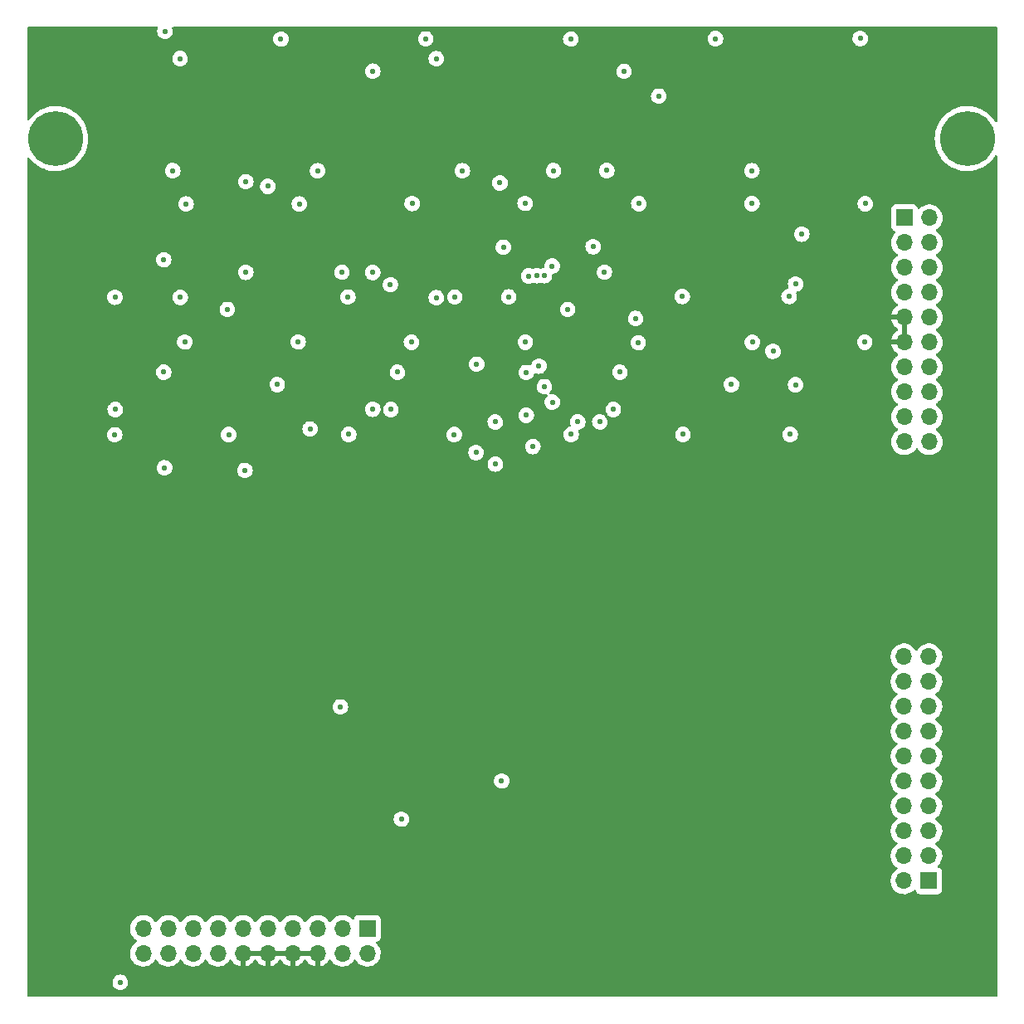
<source format=gbr>
G04 #@! TF.GenerationSoftware,KiCad,Pcbnew,(6.0.5)*
G04 #@! TF.CreationDate,2022-09-14T22:51:16+02:00*
G04 #@! TF.ProjectId,B3,42332e6b-6963-4616-945f-706362585858,rev?*
G04 #@! TF.SameCoordinates,Original*
G04 #@! TF.FileFunction,Copper,L3,Inr*
G04 #@! TF.FilePolarity,Positive*
%FSLAX46Y46*%
G04 Gerber Fmt 4.6, Leading zero omitted, Abs format (unit mm)*
G04 Created by KiCad (PCBNEW (6.0.5)) date 2022-09-14 22:51:16*
%MOMM*%
%LPD*%
G01*
G04 APERTURE LIST*
G04 #@! TA.AperFunction,ComponentPad*
%ADD10R,1.700000X1.700000*%
G04 #@! TD*
G04 #@! TA.AperFunction,ComponentPad*
%ADD11O,1.700000X1.700000*%
G04 #@! TD*
G04 #@! TA.AperFunction,ComponentPad*
%ADD12C,5.600000*%
G04 #@! TD*
G04 #@! TA.AperFunction,ViaPad*
%ADD13C,0.560000*%
G04 #@! TD*
G04 APERTURE END LIST*
D10*
X190000000Y-65000000D03*
D11*
X192540000Y-65000000D03*
X190000000Y-67540000D03*
X192540000Y-67540000D03*
X190000000Y-70080000D03*
X192540000Y-70080000D03*
X190000000Y-72620000D03*
X192540000Y-72620000D03*
X190000000Y-75160000D03*
X192540000Y-75160000D03*
X190000000Y-77700000D03*
X192540000Y-77700000D03*
X190000000Y-80240000D03*
X192540000Y-80240000D03*
X190000000Y-82780000D03*
X192540000Y-82780000D03*
X190000000Y-85320000D03*
X192540000Y-85320000D03*
X190000000Y-87860000D03*
X192540000Y-87860000D03*
D10*
X192500000Y-132660000D03*
D11*
X189960000Y-132660000D03*
X192500000Y-130120000D03*
X189960000Y-130120000D03*
X192500000Y-127580000D03*
X189960000Y-127580000D03*
X192500000Y-125040000D03*
X189960000Y-125040000D03*
X192500000Y-122500000D03*
X189960000Y-122500000D03*
X192500000Y-119960000D03*
X189960000Y-119960000D03*
X192500000Y-117420000D03*
X189960000Y-117420000D03*
X192500000Y-114880000D03*
X189960000Y-114880000D03*
X192500000Y-112340000D03*
X189960000Y-112340000D03*
X192500000Y-109800000D03*
X189960000Y-109800000D03*
D12*
X103406802Y-56930538D03*
D10*
X135200000Y-137500000D03*
D11*
X135200000Y-140040000D03*
X132660000Y-137500000D03*
X132660000Y-140040000D03*
X130120000Y-137500000D03*
X130120000Y-140040000D03*
X127580000Y-137500000D03*
X127580000Y-140040000D03*
X125040000Y-137500000D03*
X125040000Y-140040000D03*
X122500000Y-137500000D03*
X122500000Y-140040000D03*
X119960000Y-137500000D03*
X119960000Y-140040000D03*
X117420000Y-137500000D03*
X117420000Y-140040000D03*
X114880000Y-137500000D03*
X114880000Y-140040000D03*
X112340000Y-137500000D03*
X112340000Y-140040000D03*
D12*
X103406802Y-141055538D03*
X196406802Y-56930538D03*
X196406802Y-141055538D03*
D13*
X162570000Y-75270000D03*
X160971000Y-80760000D03*
X109990000Y-143010000D03*
X109475000Y-84570000D03*
X178891666Y-71768334D03*
X178891666Y-82038334D03*
X179530000Y-66680000D03*
X138670000Y-126360000D03*
X138270000Y-80760000D03*
X148900000Y-122470000D03*
X149080000Y-68000000D03*
X132450000Y-114910000D03*
X132601666Y-70560000D03*
X167399995Y-83300000D03*
X115040000Y-77840000D03*
X115090000Y-63677500D03*
X161300000Y-63687500D03*
X184450000Y-77697500D03*
X126088333Y-74355000D03*
X130130000Y-58920000D03*
X139590000Y-46967500D03*
X183890000Y-46700000D03*
X149720000Y-63667500D03*
X169140000Y-46957500D03*
X144083000Y-83300000D03*
X149720000Y-77697500D03*
X154350000Y-46967500D03*
X184430000Y-63617500D03*
X138220000Y-63697500D03*
X172865000Y-77700000D03*
X172870000Y-63637500D03*
X161305000Y-77700000D03*
X124800000Y-46957500D03*
X126550000Y-77637500D03*
X138160000Y-77697500D03*
X159640000Y-58910000D03*
X126610000Y-63677500D03*
X155960000Y-46770000D03*
X186000000Y-63570000D03*
X159640000Y-60180000D03*
X128260000Y-63590000D03*
X185950000Y-77710000D03*
X144070000Y-87120000D03*
X130120000Y-60200000D03*
X170720000Y-46730000D03*
X109450000Y-73110000D03*
X156000000Y-87110000D03*
X155640000Y-74360000D03*
X144900000Y-60200000D03*
X178220000Y-73040000D03*
X139770000Y-63550000D03*
X174450000Y-63570000D03*
X167400000Y-87110000D03*
X185490000Y-46710000D03*
X174480000Y-77710000D03*
X120920000Y-74350000D03*
X172350000Y-82030000D03*
X133300000Y-87110000D03*
X141160000Y-46750000D03*
X128140000Y-77680000D03*
X167330000Y-73040000D03*
X116560000Y-77680000D03*
X174440000Y-60200000D03*
X178340000Y-87110000D03*
X151320000Y-77710000D03*
X121050000Y-87120000D03*
X162900000Y-63570000D03*
X126380000Y-46770000D03*
X144130000Y-73090000D03*
X151290000Y-63540000D03*
X162840000Y-77760000D03*
X139700000Y-77710000D03*
X115350000Y-60195000D03*
X116710000Y-63590000D03*
X133220000Y-73080000D03*
X109430000Y-87140000D03*
X125039989Y-61790011D03*
X154200000Y-60195000D03*
X154060000Y-69930000D03*
X154070000Y-83810000D03*
X137551666Y-71830000D03*
X137594998Y-84570000D03*
X122800000Y-61320000D03*
X122720000Y-90783520D03*
X122800000Y-70570000D03*
X176590000Y-78630000D03*
X158920000Y-85830000D03*
X161390000Y-50060000D03*
X114425000Y-80760000D03*
X148250000Y-85840000D03*
X148260000Y-90140000D03*
X114520000Y-90510000D03*
X164930000Y-52590000D03*
X142240000Y-48768000D03*
X142240000Y-73152000D03*
X114554000Y-45974000D03*
X114425000Y-69290000D03*
X135760000Y-50050000D03*
X135750000Y-84550000D03*
X135750000Y-70590000D03*
X151420000Y-85160000D03*
X151420000Y-80790000D03*
X158230000Y-67960000D03*
X156670000Y-85840000D03*
X126009999Y-82030000D03*
X129360000Y-86550000D03*
X146360000Y-79940000D03*
X146290000Y-88960000D03*
X116090000Y-48760000D03*
X116120000Y-73130000D03*
X153250000Y-70920000D03*
X153260000Y-82230000D03*
X151670000Y-70940000D03*
X152090000Y-88350000D03*
X152710000Y-80140000D03*
X152480000Y-70920000D03*
X159390000Y-70560000D03*
X160300000Y-84570000D03*
X148730000Y-61450000D03*
X149620000Y-73070000D03*
G04 #@! TA.AperFunction,Conductor*
G36*
X113770436Y-45534040D02*
G01*
X113816929Y-45587696D01*
X113827033Y-45657970D01*
X113820716Y-45683132D01*
X113785170Y-45780795D01*
X113782760Y-45787417D01*
X113760588Y-45962921D01*
X113777851Y-46138976D01*
X113833689Y-46306831D01*
X113837338Y-46312856D01*
X113910586Y-46433802D01*
X113925327Y-46458143D01*
X113930218Y-46463208D01*
X113930219Y-46463209D01*
X113950340Y-46484045D01*
X114048211Y-46585394D01*
X114196234Y-46682257D01*
X114362038Y-46743919D01*
X114369019Y-46744850D01*
X114369021Y-46744851D01*
X114417221Y-46751282D01*
X114537382Y-46767315D01*
X114544393Y-46766677D01*
X114544397Y-46766677D01*
X114629618Y-46758921D01*
X125586588Y-46758921D01*
X125603851Y-46934976D01*
X125606075Y-46941661D01*
X125606075Y-46941662D01*
X125612295Y-46960361D01*
X125659689Y-47102831D01*
X125663338Y-47108856D01*
X125745732Y-47244904D01*
X125751327Y-47254143D01*
X125756218Y-47259208D01*
X125756219Y-47259209D01*
X125776340Y-47280045D01*
X125874211Y-47381394D01*
X126022234Y-47478257D01*
X126188038Y-47539919D01*
X126195019Y-47540850D01*
X126195021Y-47540851D01*
X126243221Y-47547282D01*
X126363382Y-47563315D01*
X126370393Y-47562677D01*
X126370397Y-47562677D01*
X126532532Y-47547921D01*
X126539553Y-47547282D01*
X126546255Y-47545104D01*
X126546257Y-47545104D01*
X126701095Y-47494794D01*
X126701098Y-47494793D01*
X126707794Y-47492617D01*
X126727532Y-47480851D01*
X126853691Y-47405646D01*
X126853693Y-47405645D01*
X126859743Y-47402038D01*
X126987848Y-47280045D01*
X127085742Y-47132702D01*
X127122421Y-47036145D01*
X127146060Y-46973916D01*
X127146061Y-46973911D01*
X127148560Y-46967333D01*
X127155162Y-46920361D01*
X127172629Y-46796079D01*
X127172629Y-46796073D01*
X127173180Y-46792156D01*
X127173489Y-46770000D01*
X127170003Y-46738921D01*
X140366588Y-46738921D01*
X140383851Y-46914976D01*
X140386075Y-46921661D01*
X140386075Y-46921662D01*
X140390504Y-46934976D01*
X140439689Y-47082831D01*
X140453790Y-47106114D01*
X140525732Y-47224904D01*
X140531327Y-47234143D01*
X140536218Y-47239208D01*
X140536219Y-47239209D01*
X140555533Y-47259209D01*
X140654211Y-47361394D01*
X140802234Y-47458257D01*
X140968038Y-47519919D01*
X140975019Y-47520850D01*
X140975021Y-47520851D01*
X141023221Y-47527282D01*
X141143382Y-47543315D01*
X141150393Y-47542677D01*
X141150397Y-47542677D01*
X141312532Y-47527921D01*
X141319553Y-47527282D01*
X141326255Y-47525104D01*
X141326257Y-47525104D01*
X141481095Y-47474794D01*
X141481098Y-47474793D01*
X141487794Y-47472617D01*
X141493845Y-47469010D01*
X141633691Y-47385646D01*
X141633693Y-47385645D01*
X141639743Y-47382038D01*
X141767848Y-47260045D01*
X141865742Y-47112702D01*
X141894823Y-47036145D01*
X141926060Y-46953916D01*
X141926061Y-46953911D01*
X141928560Y-46947333D01*
X141935162Y-46900361D01*
X141952629Y-46776079D01*
X141952629Y-46776073D01*
X141953180Y-46772156D01*
X141953365Y-46758921D01*
X155166588Y-46758921D01*
X155183851Y-46934976D01*
X155186075Y-46941661D01*
X155186075Y-46941662D01*
X155192295Y-46960361D01*
X155239689Y-47102831D01*
X155243338Y-47108856D01*
X155325732Y-47244904D01*
X155331327Y-47254143D01*
X155336218Y-47259208D01*
X155336219Y-47259209D01*
X155356340Y-47280045D01*
X155454211Y-47381394D01*
X155602234Y-47478257D01*
X155768038Y-47539919D01*
X155775019Y-47540850D01*
X155775021Y-47540851D01*
X155823221Y-47547282D01*
X155943382Y-47563315D01*
X155950393Y-47562677D01*
X155950397Y-47562677D01*
X156112532Y-47547921D01*
X156119553Y-47547282D01*
X156126255Y-47545104D01*
X156126257Y-47545104D01*
X156281095Y-47494794D01*
X156281098Y-47494793D01*
X156287794Y-47492617D01*
X156307532Y-47480851D01*
X156433691Y-47405646D01*
X156433693Y-47405645D01*
X156439743Y-47402038D01*
X156567848Y-47280045D01*
X156665742Y-47132702D01*
X156702421Y-47036145D01*
X156726060Y-46973916D01*
X156726061Y-46973911D01*
X156728560Y-46967333D01*
X156735162Y-46920361D01*
X156752629Y-46796079D01*
X156752629Y-46796073D01*
X156753180Y-46792156D01*
X156753489Y-46770000D01*
X156747759Y-46718921D01*
X169926588Y-46718921D01*
X169943851Y-46894976D01*
X169946075Y-46901661D01*
X169946075Y-46901662D01*
X169950504Y-46914976D01*
X169999689Y-47062831D01*
X170013790Y-47086114D01*
X170082283Y-47199209D01*
X170091327Y-47214143D01*
X170096218Y-47219208D01*
X170096219Y-47219209D01*
X170115533Y-47239209D01*
X170214211Y-47341394D01*
X170362234Y-47438257D01*
X170528038Y-47499919D01*
X170535019Y-47500850D01*
X170535021Y-47500851D01*
X170583221Y-47507282D01*
X170703382Y-47523315D01*
X170710393Y-47522677D01*
X170710397Y-47522677D01*
X170872532Y-47507921D01*
X170879553Y-47507282D01*
X170886255Y-47505104D01*
X170886257Y-47505104D01*
X171041095Y-47454794D01*
X171041098Y-47454793D01*
X171047794Y-47452617D01*
X171053845Y-47449010D01*
X171193691Y-47365646D01*
X171193693Y-47365645D01*
X171199743Y-47362038D01*
X171327848Y-47240045D01*
X171425742Y-47092702D01*
X171470865Y-46973916D01*
X171486060Y-46933916D01*
X171486061Y-46933911D01*
X171488560Y-46927333D01*
X171494979Y-46881662D01*
X171512629Y-46756079D01*
X171512629Y-46756073D01*
X171513180Y-46752156D01*
X171513489Y-46730000D01*
X171510003Y-46698921D01*
X184696588Y-46698921D01*
X184713851Y-46874976D01*
X184716075Y-46881661D01*
X184716075Y-46881662D01*
X184737921Y-46947333D01*
X184769689Y-47042831D01*
X184783790Y-47066114D01*
X184827673Y-47138573D01*
X184861327Y-47194143D01*
X184866218Y-47199208D01*
X184866219Y-47199209D01*
X184885533Y-47219209D01*
X184984211Y-47321394D01*
X185132234Y-47418257D01*
X185298038Y-47479919D01*
X185305019Y-47480850D01*
X185305021Y-47480851D01*
X185353221Y-47487282D01*
X185473382Y-47503315D01*
X185480393Y-47502677D01*
X185480397Y-47502677D01*
X185642532Y-47487921D01*
X185649553Y-47487282D01*
X185656255Y-47485104D01*
X185656257Y-47485104D01*
X185811095Y-47434794D01*
X185811098Y-47434793D01*
X185817794Y-47432617D01*
X185823845Y-47429010D01*
X185963691Y-47345646D01*
X185963693Y-47345645D01*
X185969743Y-47342038D01*
X186097848Y-47220045D01*
X186195742Y-47072702D01*
X186224747Y-46996345D01*
X186256060Y-46913916D01*
X186256061Y-46913911D01*
X186258560Y-46907333D01*
X186274196Y-46796079D01*
X186282629Y-46736079D01*
X186282629Y-46736073D01*
X186283180Y-46732156D01*
X186283489Y-46710000D01*
X186263770Y-46534204D01*
X186205594Y-46367145D01*
X186111852Y-46217126D01*
X186031887Y-46136601D01*
X185992166Y-46096601D01*
X185992162Y-46096598D01*
X185987203Y-46091604D01*
X185976359Y-46084722D01*
X185843797Y-46000595D01*
X185843793Y-46000593D01*
X185837843Y-45996817D01*
X185808269Y-45986286D01*
X185677829Y-45939838D01*
X185677824Y-45939837D01*
X185671194Y-45937476D01*
X185664206Y-45936643D01*
X185664203Y-45936642D01*
X185566922Y-45925042D01*
X185495540Y-45916530D01*
X185488537Y-45917266D01*
X185488536Y-45917266D01*
X185440862Y-45922277D01*
X185319610Y-45935021D01*
X185312944Y-45937290D01*
X185312941Y-45937291D01*
X185158816Y-45989760D01*
X185158813Y-45989761D01*
X185152149Y-45992030D01*
X185001479Y-46084722D01*
X184875090Y-46208492D01*
X184779263Y-46357187D01*
X184776854Y-46363807D01*
X184776853Y-46363808D01*
X184769574Y-46383808D01*
X184718760Y-46523417D01*
X184696588Y-46698921D01*
X171510003Y-46698921D01*
X171493770Y-46554204D01*
X171435594Y-46387145D01*
X171341852Y-46237126D01*
X171256925Y-46151604D01*
X171222166Y-46116601D01*
X171222162Y-46116598D01*
X171217203Y-46111604D01*
X171206359Y-46104722D01*
X171073797Y-46020595D01*
X171073793Y-46020593D01*
X171067843Y-46016817D01*
X171038269Y-46006286D01*
X170907829Y-45959838D01*
X170907824Y-45959837D01*
X170901194Y-45957476D01*
X170894206Y-45956643D01*
X170894203Y-45956642D01*
X170796922Y-45945042D01*
X170725540Y-45936530D01*
X170718537Y-45937266D01*
X170718536Y-45937266D01*
X170670862Y-45942277D01*
X170549610Y-45955021D01*
X170542944Y-45957290D01*
X170542941Y-45957291D01*
X170388816Y-46009760D01*
X170388813Y-46009761D01*
X170382149Y-46012030D01*
X170231479Y-46104722D01*
X170196500Y-46138976D01*
X170116697Y-46217126D01*
X170105090Y-46228492D01*
X170009263Y-46377187D01*
X170006854Y-46383807D01*
X170006853Y-46383808D01*
X169956039Y-46523417D01*
X169948760Y-46543417D01*
X169926588Y-46718921D01*
X156747759Y-46718921D01*
X156733770Y-46594204D01*
X156675594Y-46427145D01*
X156581852Y-46277126D01*
X156476795Y-46171333D01*
X156462166Y-46156601D01*
X156462162Y-46156598D01*
X156457203Y-46151604D01*
X156446359Y-46144722D01*
X156313797Y-46060595D01*
X156313793Y-46060593D01*
X156307843Y-46056817D01*
X156278269Y-46046286D01*
X156147829Y-45999838D01*
X156147824Y-45999837D01*
X156141194Y-45997476D01*
X156134206Y-45996643D01*
X156134203Y-45996642D01*
X156036922Y-45985042D01*
X155965540Y-45976530D01*
X155958537Y-45977266D01*
X155958536Y-45977266D01*
X155910862Y-45982277D01*
X155789610Y-45995021D01*
X155782944Y-45997290D01*
X155782941Y-45997291D01*
X155628816Y-46049760D01*
X155628813Y-46049761D01*
X155622149Y-46052030D01*
X155471479Y-46144722D01*
X155444305Y-46171333D01*
X155356697Y-46257126D01*
X155345090Y-46268492D01*
X155249263Y-46417187D01*
X155246854Y-46423807D01*
X155246853Y-46423808D01*
X155196845Y-46561203D01*
X155188760Y-46583417D01*
X155166588Y-46758921D01*
X141953365Y-46758921D01*
X141953489Y-46750000D01*
X141933770Y-46574204D01*
X141875594Y-46407145D01*
X141781852Y-46257126D01*
X141696656Y-46171333D01*
X141662166Y-46136601D01*
X141662162Y-46136598D01*
X141657203Y-46131604D01*
X141646359Y-46124722D01*
X141513797Y-46040595D01*
X141513793Y-46040593D01*
X141507843Y-46036817D01*
X141478269Y-46026286D01*
X141347829Y-45979838D01*
X141347824Y-45979837D01*
X141341194Y-45977476D01*
X141334206Y-45976643D01*
X141334203Y-45976642D01*
X141219135Y-45962921D01*
X141165540Y-45956530D01*
X141158537Y-45957266D01*
X141158536Y-45957266D01*
X141110862Y-45962277D01*
X140989610Y-45975021D01*
X140982944Y-45977290D01*
X140982941Y-45977291D01*
X140828816Y-46029760D01*
X140828813Y-46029761D01*
X140822149Y-46032030D01*
X140671479Y-46124722D01*
X140631001Y-46164361D01*
X140556697Y-46237126D01*
X140545090Y-46248492D01*
X140449263Y-46397187D01*
X140446854Y-46403807D01*
X140446853Y-46403808D01*
X140396845Y-46541203D01*
X140388760Y-46563417D01*
X140366588Y-46738921D01*
X127170003Y-46738921D01*
X127153770Y-46594204D01*
X127095594Y-46427145D01*
X127001852Y-46277126D01*
X126896795Y-46171333D01*
X126882166Y-46156601D01*
X126882162Y-46156598D01*
X126877203Y-46151604D01*
X126866359Y-46144722D01*
X126733797Y-46060595D01*
X126733793Y-46060593D01*
X126727843Y-46056817D01*
X126698269Y-46046286D01*
X126567829Y-45999838D01*
X126567824Y-45999837D01*
X126561194Y-45997476D01*
X126554206Y-45996643D01*
X126554203Y-45996642D01*
X126456922Y-45985042D01*
X126385540Y-45976530D01*
X126378537Y-45977266D01*
X126378536Y-45977266D01*
X126330862Y-45982277D01*
X126209610Y-45995021D01*
X126202944Y-45997290D01*
X126202941Y-45997291D01*
X126048816Y-46049760D01*
X126048813Y-46049761D01*
X126042149Y-46052030D01*
X125891479Y-46144722D01*
X125864305Y-46171333D01*
X125776697Y-46257126D01*
X125765090Y-46268492D01*
X125669263Y-46417187D01*
X125666854Y-46423807D01*
X125666853Y-46423808D01*
X125616845Y-46561203D01*
X125608760Y-46583417D01*
X125586588Y-46758921D01*
X114629618Y-46758921D01*
X114706532Y-46751921D01*
X114713553Y-46751282D01*
X114720255Y-46749104D01*
X114720257Y-46749104D01*
X114875095Y-46698794D01*
X114875098Y-46698793D01*
X114881794Y-46696617D01*
X114889662Y-46691927D01*
X115027691Y-46609646D01*
X115027693Y-46609645D01*
X115033743Y-46606038D01*
X115161848Y-46484045D01*
X115259742Y-46336702D01*
X115297568Y-46237126D01*
X115320060Y-46177916D01*
X115320061Y-46177911D01*
X115322560Y-46171333D01*
X115323540Y-46164361D01*
X115346629Y-46000079D01*
X115346629Y-46000073D01*
X115347180Y-45996156D01*
X115347489Y-45974000D01*
X115327770Y-45798204D01*
X115287120Y-45681473D01*
X115283607Y-45610565D01*
X115318989Y-45549013D01*
X115382031Y-45516361D01*
X115406112Y-45514038D01*
X199347302Y-45514038D01*
X199415423Y-45534040D01*
X199461916Y-45587696D01*
X199473302Y-45640038D01*
X199473302Y-55147574D01*
X199453300Y-55215695D01*
X199399644Y-55262188D01*
X199329370Y-55272292D01*
X199264790Y-55242798D01*
X199242966Y-55218214D01*
X199047904Y-54930108D01*
X199045992Y-54927284D01*
X198814205Y-54653970D01*
X198554256Y-54407288D01*
X198269186Y-54190123D01*
X198266274Y-54188366D01*
X198266269Y-54188363D01*
X197965245Y-54006774D01*
X197965239Y-54006771D01*
X197962330Y-54005016D01*
X197637277Y-53854131D01*
X197467554Y-53796683D01*
X197301057Y-53740327D01*
X197301052Y-53740326D01*
X197297830Y-53739235D01*
X197099483Y-53695262D01*
X196951295Y-53662409D01*
X196951289Y-53662408D01*
X196947960Y-53661670D01*
X196944571Y-53661296D01*
X196944566Y-53661295D01*
X196595140Y-53622718D01*
X196595135Y-53622718D01*
X196591759Y-53622345D01*
X196588360Y-53622339D01*
X196588359Y-53622339D01*
X196418882Y-53622043D01*
X196233394Y-53621720D01*
X196120215Y-53633815D01*
X195880441Y-53659439D01*
X195880433Y-53659440D01*
X195877058Y-53659801D01*
X195526919Y-53736144D01*
X195187073Y-53849855D01*
X195183980Y-53851277D01*
X195183979Y-53851278D01*
X195177776Y-53854131D01*
X194861496Y-53999604D01*
X194553995Y-54183639D01*
X194551269Y-54185701D01*
X194551267Y-54185702D01*
X194545422Y-54190123D01*
X194268169Y-54399808D01*
X194007361Y-54645581D01*
X193774621Y-54918084D01*
X193772708Y-54920889D01*
X193772699Y-54920901D01*
X193720390Y-54997584D01*
X193572673Y-55214129D01*
X193403879Y-55530252D01*
X193270213Y-55862756D01*
X193269293Y-55866030D01*
X193269291Y-55866035D01*
X193267134Y-55873711D01*
X193173239Y-56207751D01*
X193114092Y-56561201D01*
X193093463Y-56918972D01*
X193111594Y-57276878D01*
X193112131Y-57280233D01*
X193112132Y-57280239D01*
X193117118Y-57311366D01*
X193168272Y-57630733D01*
X193262835Y-57976397D01*
X193394176Y-58309826D01*
X193424953Y-58368447D01*
X193540306Y-58588162D01*
X193560759Y-58627120D01*
X193562660Y-58629949D01*
X193562666Y-58629959D01*
X193691089Y-58821071D01*
X193760636Y-58924567D01*
X193991467Y-59198688D01*
X194250553Y-59446276D01*
X194534863Y-59664435D01*
X194582770Y-59693563D01*
X194838157Y-59848841D01*
X194838162Y-59848844D01*
X194841072Y-59850613D01*
X194847893Y-59853808D01*
X195162512Y-60001187D01*
X195162522Y-60001191D01*
X195165596Y-60002631D01*
X195168814Y-60003733D01*
X195168817Y-60003734D01*
X195501417Y-60117609D01*
X195501425Y-60117611D01*
X195504640Y-60118712D01*
X195854237Y-60197497D01*
X195906530Y-60203455D01*
X196206916Y-60237680D01*
X196206924Y-60237680D01*
X196210299Y-60238065D01*
X196213703Y-60238083D01*
X196213706Y-60238083D01*
X196408029Y-60239100D01*
X196568659Y-60239941D01*
X196572045Y-60239591D01*
X196572047Y-60239591D01*
X196921734Y-60203455D01*
X196921743Y-60203454D01*
X196925126Y-60203104D01*
X196928459Y-60202390D01*
X196928462Y-60202389D01*
X197117199Y-60161927D01*
X197275529Y-60127984D01*
X197615770Y-60015460D01*
X197941868Y-59866849D01*
X198035854Y-59811044D01*
X198247064Y-59685637D01*
X198247069Y-59685634D01*
X198250009Y-59683888D01*
X198536588Y-59468718D01*
X198798253Y-59223857D01*
X199031942Y-58952168D01*
X199226439Y-58669173D01*
X199232992Y-58659639D01*
X199232997Y-58659632D01*
X199234922Y-58656830D01*
X199236537Y-58653830D01*
X199238314Y-58650919D01*
X199239090Y-58651392D01*
X199286275Y-58603656D01*
X199355560Y-58588162D01*
X199422223Y-58612586D01*
X199465100Y-58669173D01*
X199473302Y-58713891D01*
X199473302Y-144371038D01*
X199453300Y-144439159D01*
X199399644Y-144485652D01*
X199347302Y-144497038D01*
X100616302Y-144497038D01*
X100548181Y-144477036D01*
X100501688Y-144423380D01*
X100490302Y-144371038D01*
X100490302Y-142998921D01*
X109196588Y-142998921D01*
X109213851Y-143174976D01*
X109269689Y-143342831D01*
X109361327Y-143494143D01*
X109366218Y-143499208D01*
X109366219Y-143499209D01*
X109386340Y-143520045D01*
X109484211Y-143621394D01*
X109632234Y-143718257D01*
X109798038Y-143779919D01*
X109805019Y-143780850D01*
X109805021Y-143780851D01*
X109853221Y-143787282D01*
X109973382Y-143803315D01*
X109980393Y-143802677D01*
X109980397Y-143802677D01*
X110142532Y-143787921D01*
X110149553Y-143787282D01*
X110156255Y-143785104D01*
X110156257Y-143785104D01*
X110311095Y-143734794D01*
X110311098Y-143734793D01*
X110317794Y-143732617D01*
X110323845Y-143729010D01*
X110463691Y-143645646D01*
X110463693Y-143645645D01*
X110469743Y-143642038D01*
X110597848Y-143520045D01*
X110695742Y-143372702D01*
X110724747Y-143296345D01*
X110756060Y-143213916D01*
X110756061Y-143213911D01*
X110758560Y-143207333D01*
X110783180Y-143032156D01*
X110783489Y-143010000D01*
X110763770Y-142834204D01*
X110705594Y-142667145D01*
X110611852Y-142517126D01*
X110549264Y-142454099D01*
X110492166Y-142396601D01*
X110492162Y-142396598D01*
X110487203Y-142391604D01*
X110476359Y-142384722D01*
X110343797Y-142300595D01*
X110343793Y-142300593D01*
X110337843Y-142296817D01*
X110308269Y-142286286D01*
X110177829Y-142239838D01*
X110177824Y-142239837D01*
X110171194Y-142237476D01*
X110164206Y-142236643D01*
X110164203Y-142236642D01*
X110066922Y-142225042D01*
X109995540Y-142216530D01*
X109988537Y-142217266D01*
X109988536Y-142217266D01*
X109940862Y-142222277D01*
X109819610Y-142235021D01*
X109812944Y-142237290D01*
X109812941Y-142237291D01*
X109658816Y-142289760D01*
X109658813Y-142289761D01*
X109652149Y-142292030D01*
X109501479Y-142384722D01*
X109375090Y-142508492D01*
X109279263Y-142657187D01*
X109276854Y-142663807D01*
X109276853Y-142663808D01*
X109221169Y-142816798D01*
X109218760Y-142823417D01*
X109196588Y-142998921D01*
X100490302Y-142998921D01*
X100490302Y-140006695D01*
X110977251Y-140006695D01*
X110977548Y-140011848D01*
X110977548Y-140011851D01*
X110983011Y-140106590D01*
X110990110Y-140229715D01*
X110991247Y-140234761D01*
X110991248Y-140234767D01*
X111005606Y-140298475D01*
X111039222Y-140447639D01*
X111123266Y-140654616D01*
X111174019Y-140737438D01*
X111237291Y-140840688D01*
X111239987Y-140845088D01*
X111386250Y-141013938D01*
X111558126Y-141156632D01*
X111751000Y-141269338D01*
X111959692Y-141349030D01*
X111964760Y-141350061D01*
X111964763Y-141350062D01*
X112059862Y-141369410D01*
X112178597Y-141393567D01*
X112183772Y-141393757D01*
X112183774Y-141393757D01*
X112396673Y-141401564D01*
X112396677Y-141401564D01*
X112401837Y-141401753D01*
X112406957Y-141401097D01*
X112406959Y-141401097D01*
X112618288Y-141374025D01*
X112618289Y-141374025D01*
X112623416Y-141373368D01*
X112628366Y-141371883D01*
X112832429Y-141310661D01*
X112832434Y-141310659D01*
X112837384Y-141309174D01*
X113037994Y-141210896D01*
X113219860Y-141081173D01*
X113378096Y-140923489D01*
X113437594Y-140840689D01*
X113508453Y-140742077D01*
X113509776Y-140743028D01*
X113556645Y-140699857D01*
X113626580Y-140687625D01*
X113692026Y-140715144D01*
X113719875Y-140746994D01*
X113779987Y-140845088D01*
X113926250Y-141013938D01*
X114098126Y-141156632D01*
X114291000Y-141269338D01*
X114499692Y-141349030D01*
X114504760Y-141350061D01*
X114504763Y-141350062D01*
X114599862Y-141369410D01*
X114718597Y-141393567D01*
X114723772Y-141393757D01*
X114723774Y-141393757D01*
X114936673Y-141401564D01*
X114936677Y-141401564D01*
X114941837Y-141401753D01*
X114946957Y-141401097D01*
X114946959Y-141401097D01*
X115158288Y-141374025D01*
X115158289Y-141374025D01*
X115163416Y-141373368D01*
X115168366Y-141371883D01*
X115372429Y-141310661D01*
X115372434Y-141310659D01*
X115377384Y-141309174D01*
X115577994Y-141210896D01*
X115759860Y-141081173D01*
X115918096Y-140923489D01*
X115977594Y-140840689D01*
X116048453Y-140742077D01*
X116049776Y-140743028D01*
X116096645Y-140699857D01*
X116166580Y-140687625D01*
X116232026Y-140715144D01*
X116259875Y-140746994D01*
X116319987Y-140845088D01*
X116466250Y-141013938D01*
X116638126Y-141156632D01*
X116831000Y-141269338D01*
X117039692Y-141349030D01*
X117044760Y-141350061D01*
X117044763Y-141350062D01*
X117139862Y-141369410D01*
X117258597Y-141393567D01*
X117263772Y-141393757D01*
X117263774Y-141393757D01*
X117476673Y-141401564D01*
X117476677Y-141401564D01*
X117481837Y-141401753D01*
X117486957Y-141401097D01*
X117486959Y-141401097D01*
X117698288Y-141374025D01*
X117698289Y-141374025D01*
X117703416Y-141373368D01*
X117708366Y-141371883D01*
X117912429Y-141310661D01*
X117912434Y-141310659D01*
X117917384Y-141309174D01*
X118117994Y-141210896D01*
X118299860Y-141081173D01*
X118458096Y-140923489D01*
X118517594Y-140840689D01*
X118588453Y-140742077D01*
X118589776Y-140743028D01*
X118636645Y-140699857D01*
X118706580Y-140687625D01*
X118772026Y-140715144D01*
X118799875Y-140746994D01*
X118859987Y-140845088D01*
X119006250Y-141013938D01*
X119178126Y-141156632D01*
X119371000Y-141269338D01*
X119579692Y-141349030D01*
X119584760Y-141350061D01*
X119584763Y-141350062D01*
X119679862Y-141369410D01*
X119798597Y-141393567D01*
X119803772Y-141393757D01*
X119803774Y-141393757D01*
X120016673Y-141401564D01*
X120016677Y-141401564D01*
X120021837Y-141401753D01*
X120026957Y-141401097D01*
X120026959Y-141401097D01*
X120238288Y-141374025D01*
X120238289Y-141374025D01*
X120243416Y-141373368D01*
X120248366Y-141371883D01*
X120452429Y-141310661D01*
X120452434Y-141310659D01*
X120457384Y-141309174D01*
X120657994Y-141210896D01*
X120839860Y-141081173D01*
X120998096Y-140923489D01*
X121057594Y-140840689D01*
X121128453Y-140742077D01*
X121129640Y-140742930D01*
X121176960Y-140699362D01*
X121246897Y-140687145D01*
X121312338Y-140714678D01*
X121340166Y-140746511D01*
X121397694Y-140840388D01*
X121403777Y-140848699D01*
X121543213Y-141009667D01*
X121550580Y-141016883D01*
X121714434Y-141152916D01*
X121722881Y-141158831D01*
X121906756Y-141266279D01*
X121916042Y-141270729D01*
X122115001Y-141346703D01*
X122124899Y-141349579D01*
X122228250Y-141370606D01*
X122242299Y-141369410D01*
X122246000Y-141359065D01*
X122246000Y-141358517D01*
X122754000Y-141358517D01*
X122758064Y-141372359D01*
X122771478Y-141374393D01*
X122778184Y-141373534D01*
X122788262Y-141371392D01*
X122992255Y-141310191D01*
X123001842Y-141306433D01*
X123193095Y-141212739D01*
X123201945Y-141207464D01*
X123375328Y-141083792D01*
X123383200Y-141077139D01*
X123534052Y-140926812D01*
X123540730Y-140918965D01*
X123668022Y-140741819D01*
X123669147Y-140742627D01*
X123716669Y-140698876D01*
X123786607Y-140686661D01*
X123852046Y-140714197D01*
X123879870Y-140746028D01*
X123937690Y-140840383D01*
X123943777Y-140848699D01*
X124083213Y-141009667D01*
X124090580Y-141016883D01*
X124254434Y-141152916D01*
X124262881Y-141158831D01*
X124446756Y-141266279D01*
X124456042Y-141270729D01*
X124655001Y-141346703D01*
X124664899Y-141349579D01*
X124768250Y-141370606D01*
X124782299Y-141369410D01*
X124786000Y-141359065D01*
X124786000Y-141358517D01*
X125294000Y-141358517D01*
X125298064Y-141372359D01*
X125311478Y-141374393D01*
X125318184Y-141373534D01*
X125328262Y-141371392D01*
X125532255Y-141310191D01*
X125541842Y-141306433D01*
X125733095Y-141212739D01*
X125741945Y-141207464D01*
X125915328Y-141083792D01*
X125923200Y-141077139D01*
X126074052Y-140926812D01*
X126080730Y-140918965D01*
X126208022Y-140741819D01*
X126209147Y-140742627D01*
X126256669Y-140698876D01*
X126326607Y-140686661D01*
X126392046Y-140714197D01*
X126419870Y-140746028D01*
X126477690Y-140840383D01*
X126483777Y-140848699D01*
X126623213Y-141009667D01*
X126630580Y-141016883D01*
X126794434Y-141152916D01*
X126802881Y-141158831D01*
X126986756Y-141266279D01*
X126996042Y-141270729D01*
X127195001Y-141346703D01*
X127204899Y-141349579D01*
X127308250Y-141370606D01*
X127322299Y-141369410D01*
X127326000Y-141359065D01*
X127326000Y-141358517D01*
X127834000Y-141358517D01*
X127838064Y-141372359D01*
X127851478Y-141374393D01*
X127858184Y-141373534D01*
X127868262Y-141371392D01*
X128072255Y-141310191D01*
X128081842Y-141306433D01*
X128273095Y-141212739D01*
X128281945Y-141207464D01*
X128455328Y-141083792D01*
X128463200Y-141077139D01*
X128614052Y-140926812D01*
X128620730Y-140918965D01*
X128748022Y-140741819D01*
X128749147Y-140742627D01*
X128796669Y-140698876D01*
X128866607Y-140686661D01*
X128932046Y-140714197D01*
X128959870Y-140746028D01*
X129017690Y-140840383D01*
X129023777Y-140848699D01*
X129163213Y-141009667D01*
X129170580Y-141016883D01*
X129334434Y-141152916D01*
X129342881Y-141158831D01*
X129526756Y-141266279D01*
X129536042Y-141270729D01*
X129735001Y-141346703D01*
X129744899Y-141349579D01*
X129848250Y-141370606D01*
X129862299Y-141369410D01*
X129866000Y-141359065D01*
X129866000Y-140312115D01*
X129861525Y-140296876D01*
X129860135Y-140295671D01*
X129852452Y-140294000D01*
X127852115Y-140294000D01*
X127836876Y-140298475D01*
X127835671Y-140299865D01*
X127834000Y-140307548D01*
X127834000Y-141358517D01*
X127326000Y-141358517D01*
X127326000Y-140312115D01*
X127321525Y-140296876D01*
X127320135Y-140295671D01*
X127312452Y-140294000D01*
X125312115Y-140294000D01*
X125296876Y-140298475D01*
X125295671Y-140299865D01*
X125294000Y-140307548D01*
X125294000Y-141358517D01*
X124786000Y-141358517D01*
X124786000Y-140312115D01*
X124781525Y-140296876D01*
X124780135Y-140295671D01*
X124772452Y-140294000D01*
X122772115Y-140294000D01*
X122756876Y-140298475D01*
X122755671Y-140299865D01*
X122754000Y-140307548D01*
X122754000Y-141358517D01*
X122246000Y-141358517D01*
X122246000Y-139912000D01*
X122266002Y-139843879D01*
X122319658Y-139797386D01*
X122372000Y-139786000D01*
X130248000Y-139786000D01*
X130316121Y-139806002D01*
X130362614Y-139859658D01*
X130374000Y-139912000D01*
X130374000Y-141358517D01*
X130378064Y-141372359D01*
X130391478Y-141374393D01*
X130398184Y-141373534D01*
X130408262Y-141371392D01*
X130612255Y-141310191D01*
X130621842Y-141306433D01*
X130813095Y-141212739D01*
X130821945Y-141207464D01*
X130995328Y-141083792D01*
X131003200Y-141077139D01*
X131154052Y-140926812D01*
X131160730Y-140918965D01*
X131288022Y-140741819D01*
X131289279Y-140742722D01*
X131336373Y-140699362D01*
X131406311Y-140687145D01*
X131471751Y-140714678D01*
X131499579Y-140746511D01*
X131559987Y-140845088D01*
X131706250Y-141013938D01*
X131878126Y-141156632D01*
X132071000Y-141269338D01*
X132279692Y-141349030D01*
X132284760Y-141350061D01*
X132284763Y-141350062D01*
X132379862Y-141369410D01*
X132498597Y-141393567D01*
X132503772Y-141393757D01*
X132503774Y-141393757D01*
X132716673Y-141401564D01*
X132716677Y-141401564D01*
X132721837Y-141401753D01*
X132726957Y-141401097D01*
X132726959Y-141401097D01*
X132938288Y-141374025D01*
X132938289Y-141374025D01*
X132943416Y-141373368D01*
X132948366Y-141371883D01*
X133152429Y-141310661D01*
X133152434Y-141310659D01*
X133157384Y-141309174D01*
X133357994Y-141210896D01*
X133539860Y-141081173D01*
X133698096Y-140923489D01*
X133757594Y-140840689D01*
X133828453Y-140742077D01*
X133829776Y-140743028D01*
X133876645Y-140699857D01*
X133946580Y-140687625D01*
X134012026Y-140715144D01*
X134039875Y-140746994D01*
X134099987Y-140845088D01*
X134246250Y-141013938D01*
X134418126Y-141156632D01*
X134611000Y-141269338D01*
X134819692Y-141349030D01*
X134824760Y-141350061D01*
X134824763Y-141350062D01*
X134919862Y-141369410D01*
X135038597Y-141393567D01*
X135043772Y-141393757D01*
X135043774Y-141393757D01*
X135256673Y-141401564D01*
X135256677Y-141401564D01*
X135261837Y-141401753D01*
X135266957Y-141401097D01*
X135266959Y-141401097D01*
X135478288Y-141374025D01*
X135478289Y-141374025D01*
X135483416Y-141373368D01*
X135488366Y-141371883D01*
X135692429Y-141310661D01*
X135692434Y-141310659D01*
X135697384Y-141309174D01*
X135897994Y-141210896D01*
X136079860Y-141081173D01*
X136238096Y-140923489D01*
X136297594Y-140840689D01*
X136365435Y-140746277D01*
X136368453Y-140742077D01*
X136381995Y-140714678D01*
X136465136Y-140546453D01*
X136465137Y-140546451D01*
X136467430Y-140541811D01*
X136532370Y-140328069D01*
X136561529Y-140106590D01*
X136563156Y-140040000D01*
X136544852Y-139817361D01*
X136490431Y-139600702D01*
X136401354Y-139395840D01*
X136280014Y-139208277D01*
X136260405Y-139186727D01*
X136132798Y-139046488D01*
X136101746Y-138982642D01*
X136110141Y-138912143D01*
X136155317Y-138857375D01*
X136181761Y-138843706D01*
X136288297Y-138803767D01*
X136296705Y-138800615D01*
X136413261Y-138713261D01*
X136500615Y-138596705D01*
X136551745Y-138460316D01*
X136558500Y-138398134D01*
X136558500Y-136601866D01*
X136551745Y-136539684D01*
X136500615Y-136403295D01*
X136413261Y-136286739D01*
X136296705Y-136199385D01*
X136160316Y-136148255D01*
X136098134Y-136141500D01*
X134301866Y-136141500D01*
X134239684Y-136148255D01*
X134103295Y-136199385D01*
X133986739Y-136286739D01*
X133899385Y-136403295D01*
X133896233Y-136411703D01*
X133854919Y-136521907D01*
X133812277Y-136578671D01*
X133745716Y-136603371D01*
X133676367Y-136588163D01*
X133643743Y-136562476D01*
X133593151Y-136506875D01*
X133593142Y-136506866D01*
X133589670Y-136503051D01*
X133585619Y-136499852D01*
X133585615Y-136499848D01*
X133418414Y-136367800D01*
X133418410Y-136367798D01*
X133414359Y-136364598D01*
X133218789Y-136256638D01*
X133213920Y-136254914D01*
X133213916Y-136254912D01*
X133013087Y-136183795D01*
X133013083Y-136183794D01*
X133008212Y-136182069D01*
X133003119Y-136181162D01*
X133003116Y-136181161D01*
X132793373Y-136143800D01*
X132793367Y-136143799D01*
X132788284Y-136142894D01*
X132714452Y-136141992D01*
X132570081Y-136140228D01*
X132570079Y-136140228D01*
X132564911Y-136140165D01*
X132344091Y-136173955D01*
X132131756Y-136243357D01*
X131933607Y-136346507D01*
X131929474Y-136349610D01*
X131929471Y-136349612D01*
X131759100Y-136477530D01*
X131754965Y-136480635D01*
X131715525Y-136521907D01*
X131661280Y-136578671D01*
X131600629Y-136642138D01*
X131493201Y-136799621D01*
X131438293Y-136844621D01*
X131367768Y-136852792D01*
X131304021Y-136821538D01*
X131283324Y-136797054D01*
X131202822Y-136672617D01*
X131202820Y-136672614D01*
X131200014Y-136668277D01*
X131049670Y-136503051D01*
X131045619Y-136499852D01*
X131045615Y-136499848D01*
X130878414Y-136367800D01*
X130878410Y-136367798D01*
X130874359Y-136364598D01*
X130678789Y-136256638D01*
X130673920Y-136254914D01*
X130673916Y-136254912D01*
X130473087Y-136183795D01*
X130473083Y-136183794D01*
X130468212Y-136182069D01*
X130463119Y-136181162D01*
X130463116Y-136181161D01*
X130253373Y-136143800D01*
X130253367Y-136143799D01*
X130248284Y-136142894D01*
X130174452Y-136141992D01*
X130030081Y-136140228D01*
X130030079Y-136140228D01*
X130024911Y-136140165D01*
X129804091Y-136173955D01*
X129591756Y-136243357D01*
X129393607Y-136346507D01*
X129389474Y-136349610D01*
X129389471Y-136349612D01*
X129219100Y-136477530D01*
X129214965Y-136480635D01*
X129175525Y-136521907D01*
X129121280Y-136578671D01*
X129060629Y-136642138D01*
X128953201Y-136799621D01*
X128898293Y-136844621D01*
X128827768Y-136852792D01*
X128764021Y-136821538D01*
X128743324Y-136797054D01*
X128662822Y-136672617D01*
X128662820Y-136672614D01*
X128660014Y-136668277D01*
X128509670Y-136503051D01*
X128505619Y-136499852D01*
X128505615Y-136499848D01*
X128338414Y-136367800D01*
X128338410Y-136367798D01*
X128334359Y-136364598D01*
X128138789Y-136256638D01*
X128133920Y-136254914D01*
X128133916Y-136254912D01*
X127933087Y-136183795D01*
X127933083Y-136183794D01*
X127928212Y-136182069D01*
X127923119Y-136181162D01*
X127923116Y-136181161D01*
X127713373Y-136143800D01*
X127713367Y-136143799D01*
X127708284Y-136142894D01*
X127634452Y-136141992D01*
X127490081Y-136140228D01*
X127490079Y-136140228D01*
X127484911Y-136140165D01*
X127264091Y-136173955D01*
X127051756Y-136243357D01*
X126853607Y-136346507D01*
X126849474Y-136349610D01*
X126849471Y-136349612D01*
X126679100Y-136477530D01*
X126674965Y-136480635D01*
X126635525Y-136521907D01*
X126581280Y-136578671D01*
X126520629Y-136642138D01*
X126413201Y-136799621D01*
X126358293Y-136844621D01*
X126287768Y-136852792D01*
X126224021Y-136821538D01*
X126203324Y-136797054D01*
X126122822Y-136672617D01*
X126122820Y-136672614D01*
X126120014Y-136668277D01*
X125969670Y-136503051D01*
X125965619Y-136499852D01*
X125965615Y-136499848D01*
X125798414Y-136367800D01*
X125798410Y-136367798D01*
X125794359Y-136364598D01*
X125598789Y-136256638D01*
X125593920Y-136254914D01*
X125593916Y-136254912D01*
X125393087Y-136183795D01*
X125393083Y-136183794D01*
X125388212Y-136182069D01*
X125383119Y-136181162D01*
X125383116Y-136181161D01*
X125173373Y-136143800D01*
X125173367Y-136143799D01*
X125168284Y-136142894D01*
X125094452Y-136141992D01*
X124950081Y-136140228D01*
X124950079Y-136140228D01*
X124944911Y-136140165D01*
X124724091Y-136173955D01*
X124511756Y-136243357D01*
X124313607Y-136346507D01*
X124309474Y-136349610D01*
X124309471Y-136349612D01*
X124139100Y-136477530D01*
X124134965Y-136480635D01*
X124095525Y-136521907D01*
X124041280Y-136578671D01*
X123980629Y-136642138D01*
X123873201Y-136799621D01*
X123818293Y-136844621D01*
X123747768Y-136852792D01*
X123684021Y-136821538D01*
X123663324Y-136797054D01*
X123582822Y-136672617D01*
X123582820Y-136672614D01*
X123580014Y-136668277D01*
X123429670Y-136503051D01*
X123425619Y-136499852D01*
X123425615Y-136499848D01*
X123258414Y-136367800D01*
X123258410Y-136367798D01*
X123254359Y-136364598D01*
X123058789Y-136256638D01*
X123053920Y-136254914D01*
X123053916Y-136254912D01*
X122853087Y-136183795D01*
X122853083Y-136183794D01*
X122848212Y-136182069D01*
X122843119Y-136181162D01*
X122843116Y-136181161D01*
X122633373Y-136143800D01*
X122633367Y-136143799D01*
X122628284Y-136142894D01*
X122554452Y-136141992D01*
X122410081Y-136140228D01*
X122410079Y-136140228D01*
X122404911Y-136140165D01*
X122184091Y-136173955D01*
X121971756Y-136243357D01*
X121773607Y-136346507D01*
X121769474Y-136349610D01*
X121769471Y-136349612D01*
X121599100Y-136477530D01*
X121594965Y-136480635D01*
X121555525Y-136521907D01*
X121501280Y-136578671D01*
X121440629Y-136642138D01*
X121333201Y-136799621D01*
X121278293Y-136844621D01*
X121207768Y-136852792D01*
X121144021Y-136821538D01*
X121123324Y-136797054D01*
X121042822Y-136672617D01*
X121042820Y-136672614D01*
X121040014Y-136668277D01*
X120889670Y-136503051D01*
X120885619Y-136499852D01*
X120885615Y-136499848D01*
X120718414Y-136367800D01*
X120718410Y-136367798D01*
X120714359Y-136364598D01*
X120518789Y-136256638D01*
X120513920Y-136254914D01*
X120513916Y-136254912D01*
X120313087Y-136183795D01*
X120313083Y-136183794D01*
X120308212Y-136182069D01*
X120303119Y-136181162D01*
X120303116Y-136181161D01*
X120093373Y-136143800D01*
X120093367Y-136143799D01*
X120088284Y-136142894D01*
X120014452Y-136141992D01*
X119870081Y-136140228D01*
X119870079Y-136140228D01*
X119864911Y-136140165D01*
X119644091Y-136173955D01*
X119431756Y-136243357D01*
X119233607Y-136346507D01*
X119229474Y-136349610D01*
X119229471Y-136349612D01*
X119059100Y-136477530D01*
X119054965Y-136480635D01*
X119015525Y-136521907D01*
X118961280Y-136578671D01*
X118900629Y-136642138D01*
X118793201Y-136799621D01*
X118738293Y-136844621D01*
X118667768Y-136852792D01*
X118604021Y-136821538D01*
X118583324Y-136797054D01*
X118502822Y-136672617D01*
X118502820Y-136672614D01*
X118500014Y-136668277D01*
X118349670Y-136503051D01*
X118345619Y-136499852D01*
X118345615Y-136499848D01*
X118178414Y-136367800D01*
X118178410Y-136367798D01*
X118174359Y-136364598D01*
X117978789Y-136256638D01*
X117973920Y-136254914D01*
X117973916Y-136254912D01*
X117773087Y-136183795D01*
X117773083Y-136183794D01*
X117768212Y-136182069D01*
X117763119Y-136181162D01*
X117763116Y-136181161D01*
X117553373Y-136143800D01*
X117553367Y-136143799D01*
X117548284Y-136142894D01*
X117474452Y-136141992D01*
X117330081Y-136140228D01*
X117330079Y-136140228D01*
X117324911Y-136140165D01*
X117104091Y-136173955D01*
X116891756Y-136243357D01*
X116693607Y-136346507D01*
X116689474Y-136349610D01*
X116689471Y-136349612D01*
X116519100Y-136477530D01*
X116514965Y-136480635D01*
X116475525Y-136521907D01*
X116421280Y-136578671D01*
X116360629Y-136642138D01*
X116253201Y-136799621D01*
X116198293Y-136844621D01*
X116127768Y-136852792D01*
X116064021Y-136821538D01*
X116043324Y-136797054D01*
X115962822Y-136672617D01*
X115962820Y-136672614D01*
X115960014Y-136668277D01*
X115809670Y-136503051D01*
X115805619Y-136499852D01*
X115805615Y-136499848D01*
X115638414Y-136367800D01*
X115638410Y-136367798D01*
X115634359Y-136364598D01*
X115438789Y-136256638D01*
X115433920Y-136254914D01*
X115433916Y-136254912D01*
X115233087Y-136183795D01*
X115233083Y-136183794D01*
X115228212Y-136182069D01*
X115223119Y-136181162D01*
X115223116Y-136181161D01*
X115013373Y-136143800D01*
X115013367Y-136143799D01*
X115008284Y-136142894D01*
X114934452Y-136141992D01*
X114790081Y-136140228D01*
X114790079Y-136140228D01*
X114784911Y-136140165D01*
X114564091Y-136173955D01*
X114351756Y-136243357D01*
X114153607Y-136346507D01*
X114149474Y-136349610D01*
X114149471Y-136349612D01*
X113979100Y-136477530D01*
X113974965Y-136480635D01*
X113935525Y-136521907D01*
X113881280Y-136578671D01*
X113820629Y-136642138D01*
X113713201Y-136799621D01*
X113658293Y-136844621D01*
X113587768Y-136852792D01*
X113524021Y-136821538D01*
X113503324Y-136797054D01*
X113422822Y-136672617D01*
X113422820Y-136672614D01*
X113420014Y-136668277D01*
X113269670Y-136503051D01*
X113265619Y-136499852D01*
X113265615Y-136499848D01*
X113098414Y-136367800D01*
X113098410Y-136367798D01*
X113094359Y-136364598D01*
X112898789Y-136256638D01*
X112893920Y-136254914D01*
X112893916Y-136254912D01*
X112693087Y-136183795D01*
X112693083Y-136183794D01*
X112688212Y-136182069D01*
X112683119Y-136181162D01*
X112683116Y-136181161D01*
X112473373Y-136143800D01*
X112473367Y-136143799D01*
X112468284Y-136142894D01*
X112394452Y-136141992D01*
X112250081Y-136140228D01*
X112250079Y-136140228D01*
X112244911Y-136140165D01*
X112024091Y-136173955D01*
X111811756Y-136243357D01*
X111613607Y-136346507D01*
X111609474Y-136349610D01*
X111609471Y-136349612D01*
X111439100Y-136477530D01*
X111434965Y-136480635D01*
X111395525Y-136521907D01*
X111341280Y-136578671D01*
X111280629Y-136642138D01*
X111154743Y-136826680D01*
X111060688Y-137029305D01*
X111000989Y-137244570D01*
X110977251Y-137466695D01*
X110990110Y-137689715D01*
X110991247Y-137694761D01*
X110991248Y-137694767D01*
X111015304Y-137801508D01*
X111039222Y-137907639D01*
X111123266Y-138114616D01*
X111160685Y-138175678D01*
X111237291Y-138300688D01*
X111239987Y-138305088D01*
X111386250Y-138473938D01*
X111558126Y-138616632D01*
X111628595Y-138657811D01*
X111631445Y-138659476D01*
X111680169Y-138711114D01*
X111693240Y-138780897D01*
X111666509Y-138846669D01*
X111626055Y-138880027D01*
X111613607Y-138886507D01*
X111609474Y-138889610D01*
X111609471Y-138889612D01*
X111485567Y-138982642D01*
X111434965Y-139020635D01*
X111280629Y-139182138D01*
X111277720Y-139186403D01*
X111277714Y-139186411D01*
X111265409Y-139204450D01*
X111154743Y-139366680D01*
X111060688Y-139569305D01*
X111000989Y-139784570D01*
X110977251Y-140006695D01*
X100490302Y-140006695D01*
X100490302Y-132626695D01*
X188597251Y-132626695D01*
X188610110Y-132849715D01*
X188611247Y-132854761D01*
X188611248Y-132854767D01*
X188635304Y-132961508D01*
X188659222Y-133067639D01*
X188743266Y-133274616D01*
X188859987Y-133465088D01*
X189006250Y-133633938D01*
X189178126Y-133776632D01*
X189371000Y-133889338D01*
X189579692Y-133969030D01*
X189584760Y-133970061D01*
X189584763Y-133970062D01*
X189692017Y-133991883D01*
X189798597Y-134013567D01*
X189803772Y-134013757D01*
X189803774Y-134013757D01*
X190016673Y-134021564D01*
X190016677Y-134021564D01*
X190021837Y-134021753D01*
X190026957Y-134021097D01*
X190026959Y-134021097D01*
X190238288Y-133994025D01*
X190238289Y-133994025D01*
X190243416Y-133993368D01*
X190248366Y-133991883D01*
X190452429Y-133930661D01*
X190452434Y-133930659D01*
X190457384Y-133929174D01*
X190657994Y-133830896D01*
X190839860Y-133701173D01*
X190948091Y-133593319D01*
X191010462Y-133559404D01*
X191081268Y-133564592D01*
X191138030Y-133607238D01*
X191155012Y-133638341D01*
X191199385Y-133756705D01*
X191286739Y-133873261D01*
X191403295Y-133960615D01*
X191539684Y-134011745D01*
X191601866Y-134018500D01*
X193398134Y-134018500D01*
X193460316Y-134011745D01*
X193596705Y-133960615D01*
X193713261Y-133873261D01*
X193800615Y-133756705D01*
X193851745Y-133620316D01*
X193858500Y-133558134D01*
X193858500Y-131761866D01*
X193851745Y-131699684D01*
X193800615Y-131563295D01*
X193713261Y-131446739D01*
X193596705Y-131359385D01*
X193569905Y-131349338D01*
X193478203Y-131314960D01*
X193421439Y-131272318D01*
X193396739Y-131205756D01*
X193411947Y-131136408D01*
X193433493Y-131107727D01*
X193534435Y-131007137D01*
X193538096Y-131003489D01*
X193597594Y-130920689D01*
X193665435Y-130826277D01*
X193668453Y-130822077D01*
X193689320Y-130779857D01*
X193765136Y-130626453D01*
X193765137Y-130626451D01*
X193767430Y-130621811D01*
X193832370Y-130408069D01*
X193861529Y-130186590D01*
X193863156Y-130120000D01*
X193844852Y-129897361D01*
X193790431Y-129680702D01*
X193701354Y-129475840D01*
X193580014Y-129288277D01*
X193429670Y-129123051D01*
X193425619Y-129119852D01*
X193425615Y-129119848D01*
X193258414Y-128987800D01*
X193258410Y-128987798D01*
X193254359Y-128984598D01*
X193213053Y-128961796D01*
X193163084Y-128911364D01*
X193148312Y-128841921D01*
X193173428Y-128775516D01*
X193200780Y-128748909D01*
X193244603Y-128717650D01*
X193379860Y-128621173D01*
X193538096Y-128463489D01*
X193597594Y-128380689D01*
X193665435Y-128286277D01*
X193668453Y-128282077D01*
X193689320Y-128239857D01*
X193765136Y-128086453D01*
X193765137Y-128086451D01*
X193767430Y-128081811D01*
X193832370Y-127868069D01*
X193861529Y-127646590D01*
X193863156Y-127580000D01*
X193844852Y-127357361D01*
X193790431Y-127140702D01*
X193701354Y-126935840D01*
X193580014Y-126748277D01*
X193429670Y-126583051D01*
X193425619Y-126579852D01*
X193425615Y-126579848D01*
X193258414Y-126447800D01*
X193258410Y-126447798D01*
X193254359Y-126444598D01*
X193213053Y-126421796D01*
X193163084Y-126371364D01*
X193148312Y-126301921D01*
X193173428Y-126235516D01*
X193200780Y-126208909D01*
X193259817Y-126166798D01*
X193379860Y-126081173D01*
X193538096Y-125923489D01*
X193597594Y-125840689D01*
X193665435Y-125746277D01*
X193668453Y-125742077D01*
X193689320Y-125699857D01*
X193765136Y-125546453D01*
X193765137Y-125546451D01*
X193767430Y-125541811D01*
X193832370Y-125328069D01*
X193861529Y-125106590D01*
X193863156Y-125040000D01*
X193844852Y-124817361D01*
X193790431Y-124600702D01*
X193701354Y-124395840D01*
X193580014Y-124208277D01*
X193429670Y-124043051D01*
X193425619Y-124039852D01*
X193425615Y-124039848D01*
X193258414Y-123907800D01*
X193258410Y-123907798D01*
X193254359Y-123904598D01*
X193213053Y-123881796D01*
X193163084Y-123831364D01*
X193148312Y-123761921D01*
X193173428Y-123695516D01*
X193200780Y-123668909D01*
X193244603Y-123637650D01*
X193379860Y-123541173D01*
X193538096Y-123383489D01*
X193597594Y-123300689D01*
X193665435Y-123206277D01*
X193668453Y-123202077D01*
X193672053Y-123194794D01*
X193765136Y-123006453D01*
X193765137Y-123006451D01*
X193767430Y-123001811D01*
X193817026Y-122838573D01*
X193830865Y-122793023D01*
X193830865Y-122793021D01*
X193832370Y-122788069D01*
X193861529Y-122566590D01*
X193863156Y-122500000D01*
X193844852Y-122277361D01*
X193790431Y-122060702D01*
X193701354Y-121855840D01*
X193598364Y-121696642D01*
X193582822Y-121672617D01*
X193582820Y-121672614D01*
X193580014Y-121668277D01*
X193429670Y-121503051D01*
X193425619Y-121499852D01*
X193425615Y-121499848D01*
X193258414Y-121367800D01*
X193258410Y-121367798D01*
X193254359Y-121364598D01*
X193213053Y-121341796D01*
X193163084Y-121291364D01*
X193148312Y-121221921D01*
X193173428Y-121155516D01*
X193200780Y-121128909D01*
X193244603Y-121097650D01*
X193379860Y-121001173D01*
X193538096Y-120843489D01*
X193597594Y-120760689D01*
X193665435Y-120666277D01*
X193668453Y-120662077D01*
X193689320Y-120619857D01*
X193765136Y-120466453D01*
X193765137Y-120466451D01*
X193767430Y-120461811D01*
X193832370Y-120248069D01*
X193861529Y-120026590D01*
X193863156Y-119960000D01*
X193844852Y-119737361D01*
X193790431Y-119520702D01*
X193701354Y-119315840D01*
X193580014Y-119128277D01*
X193429670Y-118963051D01*
X193425619Y-118959852D01*
X193425615Y-118959848D01*
X193258414Y-118827800D01*
X193258410Y-118827798D01*
X193254359Y-118824598D01*
X193213053Y-118801796D01*
X193163084Y-118751364D01*
X193148312Y-118681921D01*
X193173428Y-118615516D01*
X193200780Y-118588909D01*
X193244603Y-118557650D01*
X193379860Y-118461173D01*
X193538096Y-118303489D01*
X193597594Y-118220689D01*
X193665435Y-118126277D01*
X193668453Y-118122077D01*
X193689320Y-118079857D01*
X193765136Y-117926453D01*
X193765137Y-117926451D01*
X193767430Y-117921811D01*
X193832370Y-117708069D01*
X193861529Y-117486590D01*
X193863156Y-117420000D01*
X193844852Y-117197361D01*
X193790431Y-116980702D01*
X193701354Y-116775840D01*
X193580014Y-116588277D01*
X193429670Y-116423051D01*
X193425619Y-116419852D01*
X193425615Y-116419848D01*
X193258414Y-116287800D01*
X193258410Y-116287798D01*
X193254359Y-116284598D01*
X193213053Y-116261796D01*
X193163084Y-116211364D01*
X193148312Y-116141921D01*
X193173428Y-116075516D01*
X193200780Y-116048909D01*
X193244603Y-116017650D01*
X193379860Y-115921173D01*
X193538096Y-115763489D01*
X193597594Y-115680689D01*
X193665435Y-115586277D01*
X193668453Y-115582077D01*
X193688242Y-115542038D01*
X193765136Y-115386453D01*
X193765137Y-115386451D01*
X193767430Y-115381811D01*
X193807825Y-115248856D01*
X193830865Y-115173023D01*
X193830865Y-115173021D01*
X193832370Y-115168069D01*
X193861529Y-114946590D01*
X193861882Y-114932156D01*
X193863074Y-114883365D01*
X193863074Y-114883361D01*
X193863156Y-114880000D01*
X193844852Y-114657361D01*
X193790431Y-114440702D01*
X193701354Y-114235840D01*
X193661906Y-114174862D01*
X193582822Y-114052617D01*
X193582820Y-114052614D01*
X193580014Y-114048277D01*
X193429670Y-113883051D01*
X193425619Y-113879852D01*
X193425615Y-113879848D01*
X193258414Y-113747800D01*
X193258410Y-113747798D01*
X193254359Y-113744598D01*
X193213053Y-113721796D01*
X193163084Y-113671364D01*
X193148312Y-113601921D01*
X193173428Y-113535516D01*
X193200780Y-113508909D01*
X193244603Y-113477650D01*
X193379860Y-113381173D01*
X193538096Y-113223489D01*
X193597594Y-113140689D01*
X193665435Y-113046277D01*
X193668453Y-113042077D01*
X193689320Y-112999857D01*
X193765136Y-112846453D01*
X193765137Y-112846451D01*
X193767430Y-112841811D01*
X193832370Y-112628069D01*
X193861529Y-112406590D01*
X193863156Y-112340000D01*
X193844852Y-112117361D01*
X193790431Y-111900702D01*
X193701354Y-111695840D01*
X193580014Y-111508277D01*
X193429670Y-111343051D01*
X193425619Y-111339852D01*
X193425615Y-111339848D01*
X193258414Y-111207800D01*
X193258410Y-111207798D01*
X193254359Y-111204598D01*
X193213053Y-111181796D01*
X193163084Y-111131364D01*
X193148312Y-111061921D01*
X193173428Y-110995516D01*
X193200780Y-110968909D01*
X193244603Y-110937650D01*
X193379860Y-110841173D01*
X193538096Y-110683489D01*
X193597594Y-110600689D01*
X193665435Y-110506277D01*
X193668453Y-110502077D01*
X193689320Y-110459857D01*
X193765136Y-110306453D01*
X193765137Y-110306451D01*
X193767430Y-110301811D01*
X193832370Y-110088069D01*
X193861529Y-109866590D01*
X193863156Y-109800000D01*
X193844852Y-109577361D01*
X193790431Y-109360702D01*
X193701354Y-109155840D01*
X193580014Y-108968277D01*
X193429670Y-108803051D01*
X193425619Y-108799852D01*
X193425615Y-108799848D01*
X193258414Y-108667800D01*
X193258410Y-108667798D01*
X193254359Y-108664598D01*
X193058789Y-108556638D01*
X193053920Y-108554914D01*
X193053916Y-108554912D01*
X192853087Y-108483795D01*
X192853083Y-108483794D01*
X192848212Y-108482069D01*
X192843119Y-108481162D01*
X192843116Y-108481161D01*
X192633373Y-108443800D01*
X192633367Y-108443799D01*
X192628284Y-108442894D01*
X192554452Y-108441992D01*
X192410081Y-108440228D01*
X192410079Y-108440228D01*
X192404911Y-108440165D01*
X192184091Y-108473955D01*
X191971756Y-108543357D01*
X191773607Y-108646507D01*
X191769474Y-108649610D01*
X191769471Y-108649612D01*
X191745247Y-108667800D01*
X191594965Y-108780635D01*
X191440629Y-108942138D01*
X191333201Y-109099621D01*
X191278293Y-109144621D01*
X191207768Y-109152792D01*
X191144021Y-109121538D01*
X191123324Y-109097054D01*
X191042822Y-108972617D01*
X191042820Y-108972614D01*
X191040014Y-108968277D01*
X190889670Y-108803051D01*
X190885619Y-108799852D01*
X190885615Y-108799848D01*
X190718414Y-108667800D01*
X190718410Y-108667798D01*
X190714359Y-108664598D01*
X190518789Y-108556638D01*
X190513920Y-108554914D01*
X190513916Y-108554912D01*
X190313087Y-108483795D01*
X190313083Y-108483794D01*
X190308212Y-108482069D01*
X190303119Y-108481162D01*
X190303116Y-108481161D01*
X190093373Y-108443800D01*
X190093367Y-108443799D01*
X190088284Y-108442894D01*
X190014452Y-108441992D01*
X189870081Y-108440228D01*
X189870079Y-108440228D01*
X189864911Y-108440165D01*
X189644091Y-108473955D01*
X189431756Y-108543357D01*
X189233607Y-108646507D01*
X189229474Y-108649610D01*
X189229471Y-108649612D01*
X189205247Y-108667800D01*
X189054965Y-108780635D01*
X188900629Y-108942138D01*
X188774743Y-109126680D01*
X188680688Y-109329305D01*
X188620989Y-109544570D01*
X188597251Y-109766695D01*
X188597548Y-109771848D01*
X188597548Y-109771851D01*
X188603011Y-109866590D01*
X188610110Y-109989715D01*
X188611247Y-109994761D01*
X188611248Y-109994767D01*
X188631119Y-110082939D01*
X188659222Y-110207639D01*
X188743266Y-110414616D01*
X188794019Y-110497438D01*
X188857291Y-110600688D01*
X188859987Y-110605088D01*
X189006250Y-110773938D01*
X189178126Y-110916632D01*
X189248595Y-110957811D01*
X189251445Y-110959476D01*
X189300169Y-111011114D01*
X189313240Y-111080897D01*
X189286509Y-111146669D01*
X189246055Y-111180027D01*
X189233607Y-111186507D01*
X189229474Y-111189610D01*
X189229471Y-111189612D01*
X189205247Y-111207800D01*
X189054965Y-111320635D01*
X188900629Y-111482138D01*
X188774743Y-111666680D01*
X188680688Y-111869305D01*
X188620989Y-112084570D01*
X188597251Y-112306695D01*
X188597548Y-112311848D01*
X188597548Y-112311851D01*
X188603011Y-112406590D01*
X188610110Y-112529715D01*
X188611247Y-112534761D01*
X188611248Y-112534767D01*
X188631119Y-112622939D01*
X188659222Y-112747639D01*
X188743266Y-112954616D01*
X188794019Y-113037438D01*
X188857291Y-113140688D01*
X188859987Y-113145088D01*
X189006250Y-113313938D01*
X189178126Y-113456632D01*
X189248595Y-113497811D01*
X189251445Y-113499476D01*
X189300169Y-113551114D01*
X189313240Y-113620897D01*
X189286509Y-113686669D01*
X189246055Y-113720027D01*
X189233607Y-113726507D01*
X189229474Y-113729610D01*
X189229471Y-113729612D01*
X189205247Y-113747800D01*
X189054965Y-113860635D01*
X188900629Y-114022138D01*
X188897720Y-114026403D01*
X188897714Y-114026411D01*
X188823625Y-114135021D01*
X188774743Y-114206680D01*
X188680688Y-114409305D01*
X188620989Y-114624570D01*
X188597251Y-114846695D01*
X188597548Y-114851848D01*
X188597548Y-114851851D01*
X188603011Y-114946590D01*
X188610110Y-115069715D01*
X188611247Y-115074761D01*
X188611248Y-115074767D01*
X188620071Y-115113916D01*
X188659222Y-115287639D01*
X188743266Y-115494616D01*
X188794019Y-115577438D01*
X188857291Y-115680688D01*
X188859987Y-115685088D01*
X189006250Y-115853938D01*
X189178126Y-115996632D01*
X189248595Y-116037811D01*
X189251445Y-116039476D01*
X189300169Y-116091114D01*
X189313240Y-116160897D01*
X189286509Y-116226669D01*
X189246055Y-116260027D01*
X189233607Y-116266507D01*
X189229474Y-116269610D01*
X189229471Y-116269612D01*
X189205247Y-116287800D01*
X189054965Y-116400635D01*
X188900629Y-116562138D01*
X188774743Y-116746680D01*
X188680688Y-116949305D01*
X188620989Y-117164570D01*
X188597251Y-117386695D01*
X188597548Y-117391848D01*
X188597548Y-117391851D01*
X188603011Y-117486590D01*
X188610110Y-117609715D01*
X188611247Y-117614761D01*
X188611248Y-117614767D01*
X188631119Y-117702939D01*
X188659222Y-117827639D01*
X188743266Y-118034616D01*
X188794019Y-118117438D01*
X188857291Y-118220688D01*
X188859987Y-118225088D01*
X189006250Y-118393938D01*
X189178126Y-118536632D01*
X189248595Y-118577811D01*
X189251445Y-118579476D01*
X189300169Y-118631114D01*
X189313240Y-118700897D01*
X189286509Y-118766669D01*
X189246055Y-118800027D01*
X189233607Y-118806507D01*
X189229474Y-118809610D01*
X189229471Y-118809612D01*
X189205247Y-118827800D01*
X189054965Y-118940635D01*
X188900629Y-119102138D01*
X188774743Y-119286680D01*
X188680688Y-119489305D01*
X188620989Y-119704570D01*
X188597251Y-119926695D01*
X188597548Y-119931848D01*
X188597548Y-119931851D01*
X188603011Y-120026590D01*
X188610110Y-120149715D01*
X188611247Y-120154761D01*
X188611248Y-120154767D01*
X188631119Y-120242939D01*
X188659222Y-120367639D01*
X188743266Y-120574616D01*
X188794019Y-120657438D01*
X188857291Y-120760688D01*
X188859987Y-120765088D01*
X189006250Y-120933938D01*
X189178126Y-121076632D01*
X189248595Y-121117811D01*
X189251445Y-121119476D01*
X189300169Y-121171114D01*
X189313240Y-121240897D01*
X189286509Y-121306669D01*
X189246055Y-121340027D01*
X189233607Y-121346507D01*
X189229474Y-121349610D01*
X189229471Y-121349612D01*
X189205247Y-121367800D01*
X189054965Y-121480635D01*
X188900629Y-121642138D01*
X188774743Y-121826680D01*
X188760854Y-121856601D01*
X188702136Y-121983100D01*
X188680688Y-122029305D01*
X188620989Y-122244570D01*
X188597251Y-122466695D01*
X188597548Y-122471848D01*
X188597548Y-122471851D01*
X188603011Y-122566590D01*
X188610110Y-122689715D01*
X188611247Y-122694761D01*
X188611248Y-122694767D01*
X188631119Y-122782939D01*
X188659222Y-122907639D01*
X188697461Y-123001811D01*
X188739624Y-123105646D01*
X188743266Y-123114616D01*
X188782265Y-123178257D01*
X188857291Y-123300688D01*
X188859987Y-123305088D01*
X189006250Y-123473938D01*
X189178126Y-123616632D01*
X189248595Y-123657811D01*
X189251445Y-123659476D01*
X189300169Y-123711114D01*
X189313240Y-123780897D01*
X189286509Y-123846669D01*
X189246055Y-123880027D01*
X189233607Y-123886507D01*
X189229474Y-123889610D01*
X189229471Y-123889612D01*
X189205247Y-123907800D01*
X189054965Y-124020635D01*
X188900629Y-124182138D01*
X188774743Y-124366680D01*
X188680688Y-124569305D01*
X188620989Y-124784570D01*
X188597251Y-125006695D01*
X188597548Y-125011848D01*
X188597548Y-125011851D01*
X188603011Y-125106590D01*
X188610110Y-125229715D01*
X188611247Y-125234761D01*
X188611248Y-125234767D01*
X188631119Y-125322939D01*
X188659222Y-125447639D01*
X188716963Y-125589838D01*
X188737234Y-125639760D01*
X188743266Y-125654616D01*
X188790094Y-125731032D01*
X188857291Y-125840688D01*
X188859987Y-125845088D01*
X189006250Y-126013938D01*
X189178126Y-126156632D01*
X189248595Y-126197811D01*
X189251445Y-126199476D01*
X189300169Y-126251114D01*
X189313240Y-126320897D01*
X189286509Y-126386669D01*
X189246055Y-126420027D01*
X189233607Y-126426507D01*
X189229474Y-126429610D01*
X189229471Y-126429612D01*
X189059100Y-126557530D01*
X189054965Y-126560635D01*
X188900629Y-126722138D01*
X188774743Y-126906680D01*
X188744704Y-126971394D01*
X188692066Y-127084794D01*
X188680688Y-127109305D01*
X188620989Y-127324570D01*
X188597251Y-127546695D01*
X188597548Y-127551848D01*
X188597548Y-127551851D01*
X188603011Y-127646590D01*
X188610110Y-127769715D01*
X188611247Y-127774761D01*
X188611248Y-127774767D01*
X188631119Y-127862939D01*
X188659222Y-127987639D01*
X188743266Y-128194616D01*
X188794019Y-128277438D01*
X188857291Y-128380688D01*
X188859987Y-128385088D01*
X189006250Y-128553938D01*
X189178126Y-128696632D01*
X189248595Y-128737811D01*
X189251445Y-128739476D01*
X189300169Y-128791114D01*
X189313240Y-128860897D01*
X189286509Y-128926669D01*
X189246055Y-128960027D01*
X189233607Y-128966507D01*
X189229474Y-128969610D01*
X189229471Y-128969612D01*
X189205247Y-128987800D01*
X189054965Y-129100635D01*
X188900629Y-129262138D01*
X188774743Y-129446680D01*
X188680688Y-129649305D01*
X188620989Y-129864570D01*
X188597251Y-130086695D01*
X188597548Y-130091848D01*
X188597548Y-130091851D01*
X188603011Y-130186590D01*
X188610110Y-130309715D01*
X188611247Y-130314761D01*
X188611248Y-130314767D01*
X188631119Y-130402939D01*
X188659222Y-130527639D01*
X188743266Y-130734616D01*
X188794019Y-130817438D01*
X188857291Y-130920688D01*
X188859987Y-130925088D01*
X189006250Y-131093938D01*
X189178126Y-131236632D01*
X189239196Y-131272318D01*
X189251445Y-131279476D01*
X189300169Y-131331114D01*
X189313240Y-131400897D01*
X189286509Y-131466669D01*
X189246055Y-131500027D01*
X189233607Y-131506507D01*
X189229474Y-131509610D01*
X189229471Y-131509612D01*
X189059100Y-131637530D01*
X189054965Y-131640635D01*
X189015525Y-131681907D01*
X188961280Y-131738671D01*
X188900629Y-131802138D01*
X188774743Y-131986680D01*
X188680688Y-132189305D01*
X188620989Y-132404570D01*
X188597251Y-132626695D01*
X100490302Y-132626695D01*
X100490302Y-126348921D01*
X137876588Y-126348921D01*
X137893851Y-126524976D01*
X137896075Y-126531661D01*
X137896075Y-126531662D01*
X137913170Y-126583051D01*
X137949689Y-126692831D01*
X138041327Y-126844143D01*
X138046218Y-126849208D01*
X138046219Y-126849209D01*
X138096752Y-126901538D01*
X138164211Y-126971394D01*
X138312234Y-127068257D01*
X138478038Y-127129919D01*
X138485019Y-127130850D01*
X138485021Y-127130851D01*
X138533221Y-127137282D01*
X138653382Y-127153315D01*
X138660393Y-127152677D01*
X138660397Y-127152677D01*
X138822532Y-127137921D01*
X138829553Y-127137282D01*
X138836255Y-127135104D01*
X138836257Y-127135104D01*
X138991095Y-127084794D01*
X138991098Y-127084793D01*
X138997794Y-127082617D01*
X139003845Y-127079010D01*
X139143691Y-126995646D01*
X139143693Y-126995645D01*
X139149743Y-126992038D01*
X139277848Y-126870045D01*
X139375742Y-126722702D01*
X139428791Y-126583051D01*
X139436060Y-126563916D01*
X139436061Y-126563911D01*
X139438560Y-126557333D01*
X139454755Y-126442104D01*
X139462629Y-126386079D01*
X139462629Y-126386073D01*
X139463180Y-126382156D01*
X139463489Y-126360000D01*
X139443770Y-126184204D01*
X139434169Y-126156632D01*
X139387912Y-126023802D01*
X139385594Y-126017145D01*
X139291852Y-125867126D01*
X139172556Y-125746994D01*
X139172166Y-125746601D01*
X139172162Y-125746598D01*
X139167203Y-125741604D01*
X139161255Y-125737829D01*
X139023797Y-125650595D01*
X139023793Y-125650593D01*
X139017843Y-125646817D01*
X138988269Y-125636286D01*
X138857829Y-125589838D01*
X138857824Y-125589837D01*
X138851194Y-125587476D01*
X138844206Y-125586643D01*
X138844203Y-125586642D01*
X138746922Y-125575042D01*
X138675540Y-125566530D01*
X138668537Y-125567266D01*
X138668536Y-125567266D01*
X138620862Y-125572277D01*
X138499610Y-125585021D01*
X138492944Y-125587290D01*
X138492941Y-125587291D01*
X138338816Y-125639760D01*
X138338813Y-125639761D01*
X138332149Y-125642030D01*
X138181479Y-125734722D01*
X138118285Y-125796607D01*
X138068778Y-125845088D01*
X138055090Y-125858492D01*
X137959263Y-126007187D01*
X137956854Y-126013807D01*
X137956853Y-126013808D01*
X137932334Y-126081173D01*
X137898760Y-126173417D01*
X137876588Y-126348921D01*
X100490302Y-126348921D01*
X100490302Y-122458921D01*
X148106588Y-122458921D01*
X148123851Y-122634976D01*
X148179689Y-122802831D01*
X148183338Y-122808856D01*
X148246062Y-122912425D01*
X148271327Y-122954143D01*
X148276218Y-122959208D01*
X148276219Y-122959209D01*
X148296340Y-122980045D01*
X148394211Y-123081394D01*
X148542234Y-123178257D01*
X148708038Y-123239919D01*
X148715019Y-123240850D01*
X148715021Y-123240851D01*
X148763221Y-123247282D01*
X148883382Y-123263315D01*
X148890393Y-123262677D01*
X148890397Y-123262677D01*
X149052532Y-123247921D01*
X149059553Y-123247282D01*
X149066255Y-123245104D01*
X149066257Y-123245104D01*
X149221095Y-123194794D01*
X149221098Y-123194793D01*
X149227794Y-123192617D01*
X149233845Y-123189010D01*
X149373691Y-123105646D01*
X149373693Y-123105645D01*
X149379743Y-123102038D01*
X149507848Y-122980045D01*
X149605742Y-122832702D01*
X149660058Y-122689715D01*
X149666060Y-122673916D01*
X149666061Y-122673911D01*
X149668560Y-122667333D01*
X149674093Y-122627967D01*
X149692629Y-122496079D01*
X149692629Y-122496073D01*
X149693180Y-122492156D01*
X149693489Y-122470000D01*
X149673770Y-122294204D01*
X149615594Y-122127145D01*
X149521852Y-121977126D01*
X149406127Y-121860590D01*
X149402166Y-121856601D01*
X149402162Y-121856598D01*
X149397203Y-121851604D01*
X149386200Y-121844621D01*
X149253797Y-121760595D01*
X149253793Y-121760593D01*
X149247843Y-121756817D01*
X149218269Y-121746286D01*
X149087829Y-121699838D01*
X149087824Y-121699837D01*
X149081194Y-121697476D01*
X149074206Y-121696643D01*
X149074203Y-121696642D01*
X148976922Y-121685042D01*
X148905540Y-121676530D01*
X148898537Y-121677266D01*
X148898536Y-121677266D01*
X148850862Y-121682277D01*
X148729610Y-121695021D01*
X148722944Y-121697290D01*
X148722941Y-121697291D01*
X148568816Y-121749760D01*
X148568813Y-121749761D01*
X148562149Y-121752030D01*
X148411479Y-121844722D01*
X148285090Y-121968492D01*
X148189263Y-122117187D01*
X148186854Y-122123807D01*
X148186853Y-122123808D01*
X148142899Y-122244570D01*
X148128760Y-122283417D01*
X148106588Y-122458921D01*
X100490302Y-122458921D01*
X100490302Y-114898921D01*
X131656588Y-114898921D01*
X131673851Y-115074976D01*
X131729689Y-115242831D01*
X131733338Y-115248856D01*
X131816670Y-115386453D01*
X131821327Y-115394143D01*
X131826218Y-115399208D01*
X131826219Y-115399209D01*
X131846340Y-115420045D01*
X131944211Y-115521394D01*
X132092234Y-115618257D01*
X132258038Y-115679919D01*
X132265019Y-115680850D01*
X132265021Y-115680851D01*
X132313221Y-115687282D01*
X132433382Y-115703315D01*
X132440393Y-115702677D01*
X132440397Y-115702677D01*
X132602532Y-115687921D01*
X132609553Y-115687282D01*
X132616255Y-115685104D01*
X132616257Y-115685104D01*
X132771095Y-115634794D01*
X132771098Y-115634793D01*
X132777794Y-115632617D01*
X132783845Y-115629010D01*
X132923691Y-115545646D01*
X132923693Y-115545645D01*
X132929743Y-115542038D01*
X133057848Y-115420045D01*
X133155742Y-115272702D01*
X133193607Y-115173023D01*
X133216060Y-115113916D01*
X133216061Y-115113911D01*
X133218560Y-115107333D01*
X133240685Y-114949908D01*
X133242629Y-114936079D01*
X133242629Y-114936073D01*
X133243180Y-114932156D01*
X133243489Y-114910000D01*
X133223770Y-114734204D01*
X133165594Y-114567145D01*
X133071852Y-114417126D01*
X133009264Y-114354099D01*
X132952166Y-114296601D01*
X132952162Y-114296598D01*
X132947203Y-114291604D01*
X132936359Y-114284722D01*
X132803797Y-114200595D01*
X132803793Y-114200593D01*
X132797843Y-114196817D01*
X132742342Y-114177054D01*
X132637829Y-114139838D01*
X132637824Y-114139837D01*
X132631194Y-114137476D01*
X132624206Y-114136643D01*
X132624203Y-114136642D01*
X132526922Y-114125042D01*
X132455540Y-114116530D01*
X132448537Y-114117266D01*
X132448536Y-114117266D01*
X132400862Y-114122277D01*
X132279610Y-114135021D01*
X132272944Y-114137290D01*
X132272941Y-114137291D01*
X132118816Y-114189760D01*
X132118813Y-114189761D01*
X132112149Y-114192030D01*
X131961479Y-114284722D01*
X131949349Y-114296601D01*
X131852538Y-114391406D01*
X131835090Y-114408492D01*
X131739263Y-114557187D01*
X131736854Y-114563807D01*
X131736853Y-114563808D01*
X131700924Y-114662522D01*
X131678760Y-114723417D01*
X131656588Y-114898921D01*
X100490302Y-114898921D01*
X100490302Y-90498921D01*
X113726588Y-90498921D01*
X113743851Y-90674976D01*
X113799689Y-90842831D01*
X113891327Y-90994143D01*
X113896218Y-90999208D01*
X113896219Y-90999209D01*
X113916340Y-91020045D01*
X114014211Y-91121394D01*
X114162234Y-91218257D01*
X114328038Y-91279919D01*
X114335019Y-91280850D01*
X114335021Y-91280851D01*
X114383221Y-91287282D01*
X114503382Y-91303315D01*
X114510393Y-91302677D01*
X114510397Y-91302677D01*
X114672532Y-91287921D01*
X114679553Y-91287282D01*
X114686255Y-91285104D01*
X114686257Y-91285104D01*
X114841095Y-91234794D01*
X114841098Y-91234793D01*
X114847794Y-91232617D01*
X114853845Y-91229010D01*
X114993691Y-91145646D01*
X114993693Y-91145645D01*
X114999743Y-91142038D01*
X115127848Y-91020045D01*
X115225742Y-90872702D01*
X115263828Y-90772441D01*
X121926588Y-90772441D01*
X121943851Y-90948496D01*
X121999689Y-91116351D01*
X122003338Y-91122376D01*
X122061406Y-91218257D01*
X122091327Y-91267663D01*
X122096218Y-91272728D01*
X122096219Y-91272729D01*
X122110890Y-91287921D01*
X122214211Y-91394914D01*
X122362234Y-91491777D01*
X122528038Y-91553439D01*
X122535019Y-91554370D01*
X122535021Y-91554371D01*
X122583221Y-91560802D01*
X122703382Y-91576835D01*
X122710393Y-91576197D01*
X122710397Y-91576197D01*
X122872532Y-91561441D01*
X122879553Y-91560802D01*
X122886255Y-91558624D01*
X122886257Y-91558624D01*
X123041095Y-91508314D01*
X123041098Y-91508313D01*
X123047794Y-91506137D01*
X123053845Y-91502530D01*
X123193691Y-91419166D01*
X123193693Y-91419165D01*
X123199743Y-91415558D01*
X123327848Y-91293565D01*
X123425742Y-91146222D01*
X123471827Y-91024904D01*
X123486060Y-90987436D01*
X123486061Y-90987431D01*
X123488560Y-90980853D01*
X123497405Y-90917921D01*
X123512629Y-90809599D01*
X123512629Y-90809593D01*
X123513180Y-90805676D01*
X123513489Y-90783520D01*
X123493770Y-90607724D01*
X123435594Y-90440665D01*
X123341852Y-90290646D01*
X123225821Y-90173802D01*
X123222166Y-90170121D01*
X123222162Y-90170118D01*
X123217203Y-90165124D01*
X123211255Y-90161349D01*
X123160157Y-90128921D01*
X147466588Y-90128921D01*
X147483851Y-90304976D01*
X147486075Y-90311661D01*
X147486075Y-90311662D01*
X147491360Y-90327550D01*
X147539689Y-90472831D01*
X147543338Y-90478856D01*
X147619084Y-90603927D01*
X147631327Y-90624143D01*
X147636218Y-90629208D01*
X147636219Y-90629209D01*
X147686872Y-90681662D01*
X147754211Y-90751394D01*
X147902234Y-90848257D01*
X148068038Y-90909919D01*
X148075019Y-90910850D01*
X148075021Y-90910851D01*
X148123221Y-90917282D01*
X148243382Y-90933315D01*
X148250393Y-90932677D01*
X148250397Y-90932677D01*
X148412532Y-90917921D01*
X148419553Y-90917282D01*
X148426255Y-90915104D01*
X148426257Y-90915104D01*
X148581095Y-90864794D01*
X148581098Y-90864793D01*
X148587794Y-90862617D01*
X148593845Y-90859010D01*
X148733691Y-90775646D01*
X148733693Y-90775645D01*
X148739743Y-90772038D01*
X148867848Y-90650045D01*
X148965742Y-90502702D01*
X148995340Y-90424786D01*
X149026060Y-90343916D01*
X149026061Y-90343911D01*
X149028560Y-90337333D01*
X149037028Y-90277083D01*
X149052629Y-90166079D01*
X149052629Y-90166073D01*
X149053180Y-90162156D01*
X149053489Y-90140000D01*
X149033770Y-89964204D01*
X148975594Y-89797145D01*
X148881852Y-89647126D01*
X148801614Y-89566326D01*
X148762166Y-89526601D01*
X148762162Y-89526598D01*
X148757203Y-89521604D01*
X148746359Y-89514722D01*
X148613797Y-89430595D01*
X148613793Y-89430593D01*
X148607843Y-89426817D01*
X148578269Y-89416286D01*
X148447829Y-89369838D01*
X148447824Y-89369837D01*
X148441194Y-89367476D01*
X148434206Y-89366643D01*
X148434203Y-89366642D01*
X148336922Y-89355042D01*
X148265540Y-89346530D01*
X148258537Y-89347266D01*
X148258536Y-89347266D01*
X148210862Y-89352277D01*
X148089610Y-89365021D01*
X148082944Y-89367290D01*
X148082941Y-89367291D01*
X147928816Y-89419760D01*
X147928813Y-89419761D01*
X147922149Y-89422030D01*
X147771479Y-89514722D01*
X147645090Y-89638492D01*
X147549263Y-89787187D01*
X147546854Y-89793807D01*
X147546853Y-89793808D01*
X147515106Y-89881032D01*
X147488760Y-89953417D01*
X147466588Y-90128921D01*
X123160157Y-90128921D01*
X123073797Y-90074115D01*
X123073793Y-90074113D01*
X123067843Y-90070337D01*
X123038269Y-90059806D01*
X122907829Y-90013358D01*
X122907824Y-90013357D01*
X122901194Y-90010996D01*
X122894206Y-90010163D01*
X122894203Y-90010162D01*
X122796922Y-89998562D01*
X122725540Y-89990050D01*
X122718537Y-89990786D01*
X122718536Y-89990786D01*
X122670862Y-89995797D01*
X122549610Y-90008541D01*
X122542944Y-90010810D01*
X122542941Y-90010811D01*
X122388816Y-90063280D01*
X122388813Y-90063281D01*
X122382149Y-90065550D01*
X122231479Y-90158242D01*
X122105090Y-90282012D01*
X122009263Y-90430707D01*
X122006854Y-90437327D01*
X122006853Y-90437328D01*
X121951169Y-90590318D01*
X121948760Y-90596937D01*
X121926588Y-90772441D01*
X115263828Y-90772441D01*
X115265826Y-90767180D01*
X115286060Y-90713916D01*
X115286061Y-90713911D01*
X115288560Y-90707333D01*
X115295929Y-90654904D01*
X115312629Y-90536079D01*
X115312629Y-90536073D01*
X115313180Y-90532156D01*
X115313489Y-90510000D01*
X115293770Y-90334204D01*
X115235594Y-90167145D01*
X115141852Y-90017126D01*
X115072013Y-89946798D01*
X115022166Y-89896601D01*
X115022162Y-89896598D01*
X115017203Y-89891604D01*
X115006359Y-89884722D01*
X114873797Y-89800595D01*
X114873793Y-89800593D01*
X114867843Y-89796817D01*
X114824171Y-89781266D01*
X114707829Y-89739838D01*
X114707824Y-89739837D01*
X114701194Y-89737476D01*
X114694206Y-89736643D01*
X114694203Y-89736642D01*
X114596922Y-89725042D01*
X114525540Y-89716530D01*
X114518537Y-89717266D01*
X114518536Y-89717266D01*
X114470862Y-89722277D01*
X114349610Y-89735021D01*
X114342944Y-89737290D01*
X114342941Y-89737291D01*
X114188816Y-89789760D01*
X114188813Y-89789761D01*
X114182149Y-89792030D01*
X114031479Y-89884722D01*
X114019349Y-89896601D01*
X113923071Y-89990884D01*
X113905090Y-90008492D01*
X113809263Y-90157187D01*
X113806854Y-90163807D01*
X113806853Y-90163808D01*
X113760688Y-90290646D01*
X113748760Y-90323417D01*
X113726588Y-90498921D01*
X100490302Y-90498921D01*
X100490302Y-88948921D01*
X145496588Y-88948921D01*
X145513851Y-89124976D01*
X145516075Y-89131661D01*
X145516075Y-89131662D01*
X145522295Y-89150361D01*
X145569689Y-89292831D01*
X145573338Y-89298856D01*
X145649402Y-89424452D01*
X145661327Y-89444143D01*
X145666218Y-89449208D01*
X145666219Y-89449209D01*
X145729484Y-89514722D01*
X145784211Y-89571394D01*
X145932234Y-89668257D01*
X146098038Y-89729919D01*
X146105019Y-89730850D01*
X146105021Y-89730851D01*
X146148424Y-89736642D01*
X146273382Y-89753315D01*
X146280393Y-89752677D01*
X146280397Y-89752677D01*
X146442532Y-89737921D01*
X146449553Y-89737282D01*
X146456255Y-89735104D01*
X146456257Y-89735104D01*
X146611095Y-89684794D01*
X146611098Y-89684793D01*
X146617794Y-89682617D01*
X146623845Y-89679010D01*
X146763691Y-89595646D01*
X146763693Y-89595645D01*
X146769743Y-89592038D01*
X146897848Y-89470045D01*
X146995742Y-89322702D01*
X147034338Y-89221097D01*
X147056060Y-89163916D01*
X147056061Y-89163911D01*
X147058560Y-89157333D01*
X147062694Y-89127921D01*
X147082629Y-88986079D01*
X147082629Y-88986073D01*
X147083180Y-88982156D01*
X147083489Y-88960000D01*
X147063770Y-88784204D01*
X147005594Y-88617145D01*
X146911852Y-88467126D01*
X146849264Y-88404099D01*
X146792166Y-88346601D01*
X146792162Y-88346598D01*
X146787203Y-88341604D01*
X146782975Y-88338921D01*
X151296588Y-88338921D01*
X151313851Y-88514976D01*
X151369689Y-88682831D01*
X151373338Y-88688856D01*
X151435322Y-88791203D01*
X151461327Y-88834143D01*
X151466218Y-88839208D01*
X151466219Y-88839209D01*
X151486340Y-88860045D01*
X151584211Y-88961394D01*
X151732234Y-89058257D01*
X151898038Y-89119919D01*
X151905019Y-89120850D01*
X151905021Y-89120851D01*
X151950320Y-89126895D01*
X152073382Y-89143315D01*
X152080393Y-89142677D01*
X152080397Y-89142677D01*
X152242532Y-89127921D01*
X152249553Y-89127282D01*
X152256255Y-89125104D01*
X152256257Y-89125104D01*
X152411095Y-89074794D01*
X152411098Y-89074793D01*
X152417794Y-89072617D01*
X152423845Y-89069010D01*
X152563691Y-88985646D01*
X152563693Y-88985645D01*
X152569743Y-88982038D01*
X152697848Y-88860045D01*
X152795742Y-88712702D01*
X152832041Y-88617145D01*
X152856060Y-88553916D01*
X152856061Y-88553911D01*
X152858560Y-88547333D01*
X152883180Y-88372156D01*
X152883332Y-88361278D01*
X152883434Y-88353962D01*
X152883434Y-88353958D01*
X152883489Y-88350000D01*
X152863770Y-88174204D01*
X152805594Y-88007145D01*
X152724561Y-87877464D01*
X152715585Y-87863100D01*
X152711852Y-87857126D01*
X152607495Y-87752038D01*
X152592166Y-87736601D01*
X152592162Y-87736598D01*
X152587203Y-87731604D01*
X152581255Y-87727829D01*
X152443797Y-87640595D01*
X152443793Y-87640593D01*
X152437843Y-87636817D01*
X152374254Y-87614174D01*
X152277829Y-87579838D01*
X152277824Y-87579837D01*
X152271194Y-87577476D01*
X152264206Y-87576643D01*
X152264203Y-87576642D01*
X152166922Y-87565042D01*
X152095540Y-87556530D01*
X152088537Y-87557266D01*
X152088536Y-87557266D01*
X152040862Y-87562277D01*
X151919610Y-87575021D01*
X151912944Y-87577290D01*
X151912941Y-87577291D01*
X151758816Y-87629760D01*
X151758813Y-87629761D01*
X151752149Y-87632030D01*
X151601479Y-87724722D01*
X151583797Y-87742038D01*
X151484773Y-87839010D01*
X151475090Y-87848492D01*
X151379263Y-87997187D01*
X151376854Y-88003807D01*
X151376853Y-88003808D01*
X151326213Y-88142939D01*
X151318760Y-88163417D01*
X151296588Y-88338921D01*
X146782975Y-88338921D01*
X146771955Y-88331927D01*
X146643797Y-88250595D01*
X146643793Y-88250593D01*
X146637843Y-88246817D01*
X146608269Y-88236286D01*
X146477829Y-88189838D01*
X146477824Y-88189837D01*
X146471194Y-88187476D01*
X146464206Y-88186643D01*
X146464203Y-88186642D01*
X146359894Y-88174204D01*
X146295540Y-88166530D01*
X146288537Y-88167266D01*
X146288536Y-88167266D01*
X146240862Y-88172277D01*
X146119610Y-88185021D01*
X146112944Y-88187290D01*
X146112941Y-88187291D01*
X145958816Y-88239760D01*
X145958813Y-88239761D01*
X145952149Y-88242030D01*
X145801479Y-88334722D01*
X145675090Y-88458492D01*
X145579263Y-88607187D01*
X145576854Y-88613807D01*
X145576853Y-88613808D01*
X145529653Y-88743489D01*
X145518760Y-88773417D01*
X145496588Y-88948921D01*
X100490302Y-88948921D01*
X100490302Y-87128921D01*
X108636588Y-87128921D01*
X108653851Y-87304976D01*
X108656075Y-87311661D01*
X108656075Y-87311662D01*
X108660547Y-87325104D01*
X108709689Y-87472831D01*
X108713338Y-87478856D01*
X108795290Y-87614174D01*
X108801327Y-87624143D01*
X108806218Y-87629208D01*
X108806219Y-87629209D01*
X108826340Y-87650045D01*
X108924211Y-87751394D01*
X109072234Y-87848257D01*
X109238038Y-87909919D01*
X109245019Y-87910850D01*
X109245021Y-87910851D01*
X109293221Y-87917282D01*
X109413382Y-87933315D01*
X109420393Y-87932677D01*
X109420397Y-87932677D01*
X109582532Y-87917921D01*
X109589553Y-87917282D01*
X109596255Y-87915104D01*
X109596257Y-87915104D01*
X109751095Y-87864794D01*
X109751098Y-87864793D01*
X109757794Y-87862617D01*
X109775390Y-87852128D01*
X109903691Y-87775646D01*
X109903693Y-87775645D01*
X109909743Y-87772038D01*
X110037848Y-87650045D01*
X110135742Y-87502702D01*
X110168695Y-87415954D01*
X110196060Y-87343916D01*
X110196061Y-87343911D01*
X110198560Y-87337333D01*
X110200446Y-87323916D01*
X110222629Y-87166079D01*
X110222629Y-87166073D01*
X110223180Y-87162156D01*
X110223489Y-87140000D01*
X110220003Y-87108921D01*
X120256588Y-87108921D01*
X120273851Y-87284976D01*
X120276075Y-87291661D01*
X120276075Y-87291662D01*
X120278969Y-87300361D01*
X120329689Y-87452831D01*
X120343790Y-87476114D01*
X120415271Y-87594143D01*
X120421327Y-87604143D01*
X120426218Y-87609208D01*
X120426219Y-87609209D01*
X120445533Y-87629209D01*
X120544211Y-87731394D01*
X120692234Y-87828257D01*
X120858038Y-87889919D01*
X120865019Y-87890850D01*
X120865021Y-87890851D01*
X120913221Y-87897282D01*
X121033382Y-87913315D01*
X121040393Y-87912677D01*
X121040397Y-87912677D01*
X121202532Y-87897921D01*
X121209553Y-87897282D01*
X121216255Y-87895104D01*
X121216257Y-87895104D01*
X121371095Y-87844794D01*
X121371098Y-87844793D01*
X121377794Y-87842617D01*
X121395854Y-87831851D01*
X121523691Y-87755646D01*
X121523693Y-87755645D01*
X121529743Y-87752038D01*
X121657848Y-87630045D01*
X121755742Y-87482702D01*
X121798020Y-87371406D01*
X121816060Y-87323916D01*
X121816061Y-87323911D01*
X121818560Y-87317333D01*
X121819540Y-87310361D01*
X121842629Y-87146079D01*
X121842629Y-87146073D01*
X121843180Y-87142156D01*
X121843489Y-87120000D01*
X121823770Y-86944204D01*
X121818966Y-86930407D01*
X121789005Y-86844373D01*
X121765594Y-86777145D01*
X121671852Y-86627126D01*
X121597861Y-86552617D01*
X121584261Y-86538921D01*
X128566588Y-86538921D01*
X128583851Y-86714976D01*
X128639689Y-86882831D01*
X128643338Y-86888856D01*
X128684941Y-86957550D01*
X128731327Y-87034143D01*
X128736218Y-87039208D01*
X128736219Y-87039209D01*
X128756340Y-87060045D01*
X128854211Y-87161394D01*
X129002234Y-87258257D01*
X129168038Y-87319919D01*
X129175019Y-87320850D01*
X129175021Y-87320851D01*
X129223221Y-87327282D01*
X129343382Y-87343315D01*
X129350393Y-87342677D01*
X129350397Y-87342677D01*
X129512532Y-87327921D01*
X129519553Y-87327282D01*
X129526255Y-87325104D01*
X129526257Y-87325104D01*
X129681095Y-87274794D01*
X129681098Y-87274793D01*
X129687794Y-87272617D01*
X129695595Y-87267967D01*
X129833691Y-87185646D01*
X129833693Y-87185645D01*
X129839743Y-87182038D01*
X129927024Y-87098921D01*
X132506588Y-87098921D01*
X132523851Y-87274976D01*
X132526075Y-87281661D01*
X132526075Y-87281662D01*
X132539112Y-87320851D01*
X132579689Y-87442831D01*
X132597780Y-87472702D01*
X132662664Y-87579838D01*
X132671327Y-87594143D01*
X132676218Y-87599208D01*
X132676219Y-87599209D01*
X132713062Y-87637361D01*
X132794211Y-87721394D01*
X132942234Y-87818257D01*
X133108038Y-87879919D01*
X133115019Y-87880850D01*
X133115021Y-87880851D01*
X133163221Y-87887282D01*
X133283382Y-87903315D01*
X133290393Y-87902677D01*
X133290397Y-87902677D01*
X133452532Y-87887921D01*
X133459553Y-87887282D01*
X133466255Y-87885104D01*
X133466257Y-87885104D01*
X133621095Y-87834794D01*
X133621098Y-87834793D01*
X133627794Y-87832617D01*
X133646339Y-87821562D01*
X133773691Y-87745646D01*
X133773693Y-87745645D01*
X133779743Y-87742038D01*
X133907848Y-87620045D01*
X134005742Y-87472702D01*
X134044221Y-87371406D01*
X134066060Y-87313916D01*
X134066061Y-87313911D01*
X134068560Y-87307333D01*
X134069876Y-87297967D01*
X134092629Y-87136079D01*
X134092629Y-87136073D01*
X134093180Y-87132156D01*
X134093350Y-87120000D01*
X134093434Y-87113962D01*
X134093434Y-87113958D01*
X134093489Y-87110000D01*
X134093368Y-87108921D01*
X143276588Y-87108921D01*
X143293851Y-87284976D01*
X143296075Y-87291661D01*
X143296075Y-87291662D01*
X143298969Y-87300361D01*
X143349689Y-87452831D01*
X143363790Y-87476114D01*
X143435271Y-87594143D01*
X143441327Y-87604143D01*
X143446218Y-87609208D01*
X143446219Y-87609209D01*
X143465533Y-87629209D01*
X143564211Y-87731394D01*
X143712234Y-87828257D01*
X143878038Y-87889919D01*
X143885019Y-87890850D01*
X143885021Y-87890851D01*
X143933221Y-87897282D01*
X144053382Y-87913315D01*
X144060393Y-87912677D01*
X144060397Y-87912677D01*
X144222532Y-87897921D01*
X144229553Y-87897282D01*
X144236255Y-87895104D01*
X144236257Y-87895104D01*
X144391095Y-87844794D01*
X144391098Y-87844793D01*
X144397794Y-87842617D01*
X144415854Y-87831851D01*
X144543691Y-87755646D01*
X144543693Y-87755645D01*
X144549743Y-87752038D01*
X144677848Y-87630045D01*
X144775742Y-87482702D01*
X144818020Y-87371406D01*
X144836060Y-87323916D01*
X144836061Y-87323911D01*
X144838560Y-87317333D01*
X144839540Y-87310361D01*
X144862629Y-87146079D01*
X144862629Y-87146073D01*
X144863180Y-87142156D01*
X144863489Y-87120000D01*
X144861125Y-87098921D01*
X155206588Y-87098921D01*
X155223851Y-87274976D01*
X155226075Y-87281661D01*
X155226075Y-87281662D01*
X155239112Y-87320851D01*
X155279689Y-87442831D01*
X155297780Y-87472702D01*
X155362664Y-87579838D01*
X155371327Y-87594143D01*
X155376218Y-87599208D01*
X155376219Y-87599209D01*
X155413062Y-87637361D01*
X155494211Y-87721394D01*
X155642234Y-87818257D01*
X155808038Y-87879919D01*
X155815019Y-87880850D01*
X155815021Y-87880851D01*
X155863221Y-87887282D01*
X155983382Y-87903315D01*
X155990393Y-87902677D01*
X155990397Y-87902677D01*
X156152532Y-87887921D01*
X156159553Y-87887282D01*
X156166255Y-87885104D01*
X156166257Y-87885104D01*
X156321095Y-87834794D01*
X156321098Y-87834793D01*
X156327794Y-87832617D01*
X156346339Y-87821562D01*
X156473691Y-87745646D01*
X156473693Y-87745645D01*
X156479743Y-87742038D01*
X156607848Y-87620045D01*
X156705742Y-87472702D01*
X156744221Y-87371406D01*
X156766060Y-87313916D01*
X156766061Y-87313911D01*
X156768560Y-87307333D01*
X156769876Y-87297967D01*
X156792629Y-87136079D01*
X156792629Y-87136073D01*
X156793180Y-87132156D01*
X156793350Y-87120000D01*
X156793434Y-87113962D01*
X156793434Y-87113958D01*
X156793489Y-87110000D01*
X156792246Y-87098921D01*
X166606588Y-87098921D01*
X166623851Y-87274976D01*
X166626075Y-87281661D01*
X166626075Y-87281662D01*
X166639112Y-87320851D01*
X166679689Y-87442831D01*
X166697780Y-87472702D01*
X166762664Y-87579838D01*
X166771327Y-87594143D01*
X166776218Y-87599208D01*
X166776219Y-87599209D01*
X166813062Y-87637361D01*
X166894211Y-87721394D01*
X167042234Y-87818257D01*
X167208038Y-87879919D01*
X167215019Y-87880850D01*
X167215021Y-87880851D01*
X167263221Y-87887282D01*
X167383382Y-87903315D01*
X167390393Y-87902677D01*
X167390397Y-87902677D01*
X167552532Y-87887921D01*
X167559553Y-87887282D01*
X167566255Y-87885104D01*
X167566257Y-87885104D01*
X167721095Y-87834794D01*
X167721098Y-87834793D01*
X167727794Y-87832617D01*
X167746339Y-87821562D01*
X167873691Y-87745646D01*
X167873693Y-87745645D01*
X167879743Y-87742038D01*
X168007848Y-87620045D01*
X168105742Y-87472702D01*
X168144221Y-87371406D01*
X168166060Y-87313916D01*
X168166061Y-87313911D01*
X168168560Y-87307333D01*
X168169876Y-87297967D01*
X168192629Y-87136079D01*
X168192629Y-87136073D01*
X168193180Y-87132156D01*
X168193350Y-87120000D01*
X168193434Y-87113962D01*
X168193434Y-87113958D01*
X168193489Y-87110000D01*
X168192246Y-87098921D01*
X177546588Y-87098921D01*
X177563851Y-87274976D01*
X177566075Y-87281661D01*
X177566075Y-87281662D01*
X177579112Y-87320851D01*
X177619689Y-87442831D01*
X177637780Y-87472702D01*
X177702664Y-87579838D01*
X177711327Y-87594143D01*
X177716218Y-87599208D01*
X177716219Y-87599209D01*
X177753062Y-87637361D01*
X177834211Y-87721394D01*
X177982234Y-87818257D01*
X178148038Y-87879919D01*
X178155019Y-87880850D01*
X178155021Y-87880851D01*
X178203221Y-87887282D01*
X178323382Y-87903315D01*
X178330393Y-87902677D01*
X178330397Y-87902677D01*
X178492532Y-87887921D01*
X178499553Y-87887282D01*
X178506255Y-87885104D01*
X178506257Y-87885104D01*
X178661095Y-87834794D01*
X178661098Y-87834793D01*
X178667794Y-87832617D01*
X178677728Y-87826695D01*
X188637251Y-87826695D01*
X188637548Y-87831848D01*
X188637548Y-87831851D01*
X188646740Y-87991266D01*
X188650110Y-88049715D01*
X188651247Y-88054761D01*
X188651248Y-88054767D01*
X188671119Y-88142939D01*
X188699222Y-88267639D01*
X188737461Y-88361811D01*
X188780225Y-88467126D01*
X188783266Y-88474616D01*
X188827827Y-88547333D01*
X188897291Y-88660688D01*
X188899987Y-88665088D01*
X189046250Y-88833938D01*
X189218126Y-88976632D01*
X189411000Y-89089338D01*
X189619692Y-89169030D01*
X189624760Y-89170061D01*
X189624763Y-89170062D01*
X189732017Y-89191883D01*
X189838597Y-89213567D01*
X189843772Y-89213757D01*
X189843774Y-89213757D01*
X190056673Y-89221564D01*
X190056677Y-89221564D01*
X190061837Y-89221753D01*
X190066957Y-89221097D01*
X190066959Y-89221097D01*
X190278288Y-89194025D01*
X190278289Y-89194025D01*
X190283416Y-89193368D01*
X190288366Y-89191883D01*
X190492429Y-89130661D01*
X190492434Y-89130659D01*
X190497384Y-89129174D01*
X190697994Y-89030896D01*
X190879860Y-88901173D01*
X191038096Y-88743489D01*
X191097594Y-88660689D01*
X191168453Y-88562077D01*
X191169776Y-88563028D01*
X191216645Y-88519857D01*
X191286580Y-88507625D01*
X191352026Y-88535144D01*
X191379875Y-88566994D01*
X191439987Y-88665088D01*
X191586250Y-88833938D01*
X191758126Y-88976632D01*
X191951000Y-89089338D01*
X192159692Y-89169030D01*
X192164760Y-89170061D01*
X192164763Y-89170062D01*
X192272017Y-89191883D01*
X192378597Y-89213567D01*
X192383772Y-89213757D01*
X192383774Y-89213757D01*
X192596673Y-89221564D01*
X192596677Y-89221564D01*
X192601837Y-89221753D01*
X192606957Y-89221097D01*
X192606959Y-89221097D01*
X192818288Y-89194025D01*
X192818289Y-89194025D01*
X192823416Y-89193368D01*
X192828366Y-89191883D01*
X193032429Y-89130661D01*
X193032434Y-89130659D01*
X193037384Y-89129174D01*
X193237994Y-89030896D01*
X193419860Y-88901173D01*
X193578096Y-88743489D01*
X193637594Y-88660689D01*
X193705435Y-88566277D01*
X193708453Y-88562077D01*
X193712487Y-88553916D01*
X193805136Y-88366453D01*
X193805137Y-88366451D01*
X193807430Y-88361811D01*
X193860397Y-88187476D01*
X193870865Y-88153023D01*
X193870865Y-88153021D01*
X193872370Y-88148069D01*
X193901529Y-87926590D01*
X193901741Y-87917921D01*
X193903074Y-87863365D01*
X193903074Y-87863361D01*
X193903156Y-87860000D01*
X193884852Y-87637361D01*
X193830431Y-87420702D01*
X193741354Y-87215840D01*
X193684654Y-87128195D01*
X193622822Y-87032617D01*
X193622820Y-87032614D01*
X193620014Y-87028277D01*
X193469670Y-86863051D01*
X193465619Y-86859852D01*
X193465615Y-86859848D01*
X193298414Y-86727800D01*
X193298410Y-86727798D01*
X193294359Y-86724598D01*
X193253053Y-86701796D01*
X193203084Y-86651364D01*
X193188312Y-86581921D01*
X193213428Y-86515516D01*
X193240780Y-86488909D01*
X193301985Y-86445252D01*
X193419860Y-86361173D01*
X193424251Y-86356798D01*
X193501209Y-86280107D01*
X193578096Y-86203489D01*
X193581629Y-86198573D01*
X193705435Y-86026277D01*
X193708453Y-86022077D01*
X193713601Y-86011662D01*
X193805136Y-85826453D01*
X193805137Y-85826451D01*
X193807430Y-85821811D01*
X193856227Y-85661203D01*
X193870865Y-85613023D01*
X193870865Y-85613021D01*
X193872370Y-85608069D01*
X193901529Y-85386590D01*
X193902113Y-85362677D01*
X193903074Y-85323365D01*
X193903074Y-85323361D01*
X193903156Y-85320000D01*
X193884852Y-85097361D01*
X193830431Y-84880702D01*
X193741354Y-84675840D01*
X193671715Y-84568195D01*
X193622822Y-84492617D01*
X193622820Y-84492614D01*
X193620014Y-84488277D01*
X193469670Y-84323051D01*
X193465619Y-84319852D01*
X193465615Y-84319848D01*
X193298414Y-84187800D01*
X193298410Y-84187798D01*
X193294359Y-84184598D01*
X193253053Y-84161796D01*
X193203084Y-84111364D01*
X193188312Y-84041921D01*
X193213428Y-83975516D01*
X193240780Y-83948909D01*
X193284603Y-83917650D01*
X193419860Y-83821173D01*
X193435154Y-83805933D01*
X193574435Y-83667137D01*
X193578096Y-83663489D01*
X193606891Y-83623417D01*
X193705435Y-83486277D01*
X193708453Y-83482077D01*
X193720755Y-83457187D01*
X193805136Y-83286453D01*
X193805137Y-83286451D01*
X193807430Y-83281811D01*
X193872370Y-83068069D01*
X193901529Y-82846590D01*
X193902118Y-82822482D01*
X193903074Y-82783365D01*
X193903074Y-82783361D01*
X193903156Y-82780000D01*
X193884852Y-82557361D01*
X193830431Y-82340702D01*
X193741354Y-82135840D01*
X193675727Y-82034396D01*
X193622822Y-81952617D01*
X193622820Y-81952614D01*
X193620014Y-81948277D01*
X193469670Y-81783051D01*
X193465619Y-81779852D01*
X193465615Y-81779848D01*
X193298414Y-81647800D01*
X193298410Y-81647798D01*
X193294359Y-81644598D01*
X193253053Y-81621796D01*
X193203084Y-81571364D01*
X193188312Y-81501921D01*
X193213428Y-81435516D01*
X193240780Y-81408909D01*
X193300479Y-81366326D01*
X193419860Y-81281173D01*
X193435463Y-81265625D01*
X193574435Y-81127137D01*
X193578096Y-81123489D01*
X193583396Y-81116114D01*
X193705435Y-80946277D01*
X193708453Y-80942077D01*
X193712784Y-80933315D01*
X193805136Y-80746453D01*
X193805137Y-80746451D01*
X193807430Y-80741811D01*
X193849477Y-80603417D01*
X193870865Y-80533023D01*
X193870865Y-80533021D01*
X193872370Y-80528069D01*
X193901529Y-80306590D01*
X193902560Y-80264412D01*
X193903074Y-80243365D01*
X193903074Y-80243361D01*
X193903156Y-80240000D01*
X193884852Y-80017361D01*
X193830431Y-79800702D01*
X193741354Y-79595840D01*
X193686489Y-79511032D01*
X193622822Y-79412617D01*
X193622820Y-79412614D01*
X193620014Y-79408277D01*
X193469670Y-79243051D01*
X193465619Y-79239852D01*
X193465615Y-79239848D01*
X193298414Y-79107800D01*
X193298410Y-79107798D01*
X193294359Y-79104598D01*
X193253053Y-79081796D01*
X193203084Y-79031364D01*
X193188312Y-78961921D01*
X193213428Y-78895516D01*
X193240780Y-78868909D01*
X193308842Y-78820361D01*
X193419860Y-78741173D01*
X193578096Y-78583489D01*
X193650580Y-78482617D01*
X193705435Y-78406277D01*
X193708453Y-78402077D01*
X193711632Y-78395646D01*
X193805136Y-78206453D01*
X193805137Y-78206451D01*
X193807430Y-78201811D01*
X193848658Y-78066114D01*
X193870865Y-77993023D01*
X193870865Y-77993021D01*
X193872370Y-77988069D01*
X193901529Y-77766590D01*
X193901786Y-77756062D01*
X193903074Y-77703365D01*
X193903074Y-77703361D01*
X193903156Y-77700000D01*
X193884852Y-77477361D01*
X193830431Y-77260702D01*
X193741354Y-77055840D01*
X193683053Y-76965721D01*
X193622822Y-76872617D01*
X193622820Y-76872614D01*
X193620014Y-76868277D01*
X193469670Y-76703051D01*
X193465619Y-76699852D01*
X193465615Y-76699848D01*
X193298414Y-76567800D01*
X193298410Y-76567798D01*
X193294359Y-76564598D01*
X193253053Y-76541796D01*
X193203084Y-76491364D01*
X193188312Y-76421921D01*
X193213428Y-76355516D01*
X193240780Y-76328909D01*
X193284603Y-76297650D01*
X193419860Y-76201173D01*
X193578096Y-76043489D01*
X193582426Y-76037464D01*
X193705435Y-75866277D01*
X193708453Y-75862077D01*
X193721995Y-75834678D01*
X193805136Y-75666453D01*
X193805137Y-75666451D01*
X193807430Y-75661811D01*
X193866517Y-75467333D01*
X193870865Y-75453023D01*
X193870865Y-75453021D01*
X193872370Y-75448069D01*
X193901529Y-75226590D01*
X193903156Y-75160000D01*
X193884852Y-74937361D01*
X193830431Y-74720702D01*
X193741354Y-74515840D01*
X193654870Y-74382156D01*
X193622822Y-74332617D01*
X193622820Y-74332614D01*
X193620014Y-74328277D01*
X193469670Y-74163051D01*
X193465619Y-74159852D01*
X193465615Y-74159848D01*
X193298414Y-74027800D01*
X193298410Y-74027798D01*
X193294359Y-74024598D01*
X193253053Y-74001796D01*
X193203084Y-73951364D01*
X193188312Y-73881921D01*
X193213428Y-73815516D01*
X193240780Y-73788909D01*
X193300094Y-73746601D01*
X193419860Y-73661173D01*
X193424877Y-73656174D01*
X193533309Y-73548120D01*
X193578096Y-73503489D01*
X193581629Y-73498573D01*
X193705435Y-73326277D01*
X193708453Y-73322077D01*
X193712487Y-73313916D01*
X193805136Y-73126453D01*
X193805137Y-73126451D01*
X193807430Y-73121811D01*
X193839900Y-73014940D01*
X193870865Y-72913023D01*
X193870865Y-72913021D01*
X193872370Y-72908069D01*
X193901529Y-72686590D01*
X193902200Y-72659126D01*
X193903074Y-72623365D01*
X193903074Y-72623361D01*
X193903156Y-72620000D01*
X193884852Y-72397361D01*
X193830431Y-72180702D01*
X193741354Y-71975840D01*
X193620014Y-71788277D01*
X193469670Y-71623051D01*
X193465619Y-71619852D01*
X193465615Y-71619848D01*
X193298414Y-71487800D01*
X193298410Y-71487798D01*
X193294359Y-71484598D01*
X193253053Y-71461796D01*
X193203084Y-71411364D01*
X193188312Y-71341921D01*
X193213428Y-71275516D01*
X193240780Y-71248909D01*
X193298372Y-71207829D01*
X193419860Y-71121173D01*
X193423714Y-71117333D01*
X193504799Y-71036530D01*
X193578096Y-70963489D01*
X193581629Y-70958573D01*
X193705435Y-70786277D01*
X193708453Y-70782077D01*
X193712487Y-70773916D01*
X193805136Y-70586453D01*
X193805137Y-70586451D01*
X193807430Y-70581811D01*
X193860375Y-70407550D01*
X193870865Y-70373023D01*
X193870865Y-70373021D01*
X193872370Y-70368069D01*
X193901529Y-70146590D01*
X193901611Y-70143240D01*
X193903074Y-70083365D01*
X193903074Y-70083361D01*
X193903156Y-70080000D01*
X193884852Y-69857361D01*
X193830431Y-69640702D01*
X193741354Y-69435840D01*
X193620014Y-69248277D01*
X193469670Y-69083051D01*
X193465619Y-69079852D01*
X193465615Y-69079848D01*
X193298414Y-68947800D01*
X193298410Y-68947798D01*
X193294359Y-68944598D01*
X193253053Y-68921796D01*
X193203084Y-68871364D01*
X193188312Y-68801921D01*
X193213428Y-68735516D01*
X193240780Y-68708909D01*
X193302728Y-68664722D01*
X193419860Y-68581173D01*
X193578096Y-68423489D01*
X193637594Y-68340689D01*
X193705435Y-68246277D01*
X193708453Y-68242077D01*
X193729320Y-68199857D01*
X193805136Y-68046453D01*
X193805137Y-68046451D01*
X193807430Y-68041811D01*
X193872370Y-67828069D01*
X193901529Y-67606590D01*
X193903156Y-67540000D01*
X193884852Y-67317361D01*
X193830431Y-67100702D01*
X193741354Y-66895840D01*
X193620014Y-66708277D01*
X193469670Y-66543051D01*
X193465619Y-66539852D01*
X193465615Y-66539848D01*
X193298414Y-66407800D01*
X193298410Y-66407798D01*
X193294359Y-66404598D01*
X193253053Y-66381796D01*
X193203084Y-66331364D01*
X193188312Y-66261921D01*
X193213428Y-66195516D01*
X193240780Y-66168909D01*
X193284603Y-66137650D01*
X193419860Y-66041173D01*
X193578096Y-65883489D01*
X193708453Y-65702077D01*
X193807430Y-65501811D01*
X193872370Y-65288069D01*
X193901529Y-65066590D01*
X193903156Y-65000000D01*
X193884852Y-64777361D01*
X193830431Y-64560702D01*
X193741354Y-64355840D01*
X193673344Y-64250713D01*
X193622822Y-64172617D01*
X193622820Y-64172614D01*
X193620014Y-64168277D01*
X193469670Y-64003051D01*
X193465619Y-63999852D01*
X193465615Y-63999848D01*
X193298414Y-63867800D01*
X193298410Y-63867798D01*
X193294359Y-63864598D01*
X193098789Y-63756638D01*
X193093920Y-63754914D01*
X193093916Y-63754912D01*
X192893087Y-63683795D01*
X192893083Y-63683794D01*
X192888212Y-63682069D01*
X192883119Y-63681162D01*
X192883116Y-63681161D01*
X192673373Y-63643800D01*
X192673367Y-63643799D01*
X192668284Y-63642894D01*
X192594452Y-63641992D01*
X192450081Y-63640228D01*
X192450079Y-63640228D01*
X192444911Y-63640165D01*
X192224091Y-63673955D01*
X192011756Y-63743357D01*
X191813607Y-63846507D01*
X191809474Y-63849610D01*
X191809471Y-63849612D01*
X191639100Y-63977530D01*
X191634965Y-63980635D01*
X191564690Y-64054174D01*
X191554283Y-64065064D01*
X191492759Y-64100494D01*
X191421846Y-64097037D01*
X191364060Y-64055791D01*
X191345207Y-64022243D01*
X191303767Y-63911703D01*
X191300615Y-63903295D01*
X191213261Y-63786739D01*
X191096705Y-63699385D01*
X190960316Y-63648255D01*
X190898134Y-63641500D01*
X189101866Y-63641500D01*
X189039684Y-63648255D01*
X188903295Y-63699385D01*
X188786739Y-63786739D01*
X188699385Y-63903295D01*
X188648255Y-64039684D01*
X188641500Y-64101866D01*
X188641500Y-65898134D01*
X188648255Y-65960316D01*
X188699385Y-66096705D01*
X188786739Y-66213261D01*
X188903295Y-66300615D01*
X188911704Y-66303767D01*
X188911705Y-66303768D01*
X189020451Y-66344535D01*
X189077216Y-66387176D01*
X189101916Y-66453738D01*
X189086709Y-66523087D01*
X189067316Y-66549568D01*
X188946559Y-66675933D01*
X188940629Y-66682138D01*
X188937720Y-66686403D01*
X188937714Y-66686411D01*
X188922798Y-66708277D01*
X188814743Y-66866680D01*
X188799003Y-66900590D01*
X188733037Y-67042702D01*
X188720688Y-67069305D01*
X188660989Y-67284570D01*
X188637251Y-67506695D01*
X188637548Y-67511848D01*
X188637548Y-67511851D01*
X188649812Y-67724547D01*
X188650110Y-67729715D01*
X188651247Y-67734761D01*
X188651248Y-67734767D01*
X188668973Y-67813417D01*
X188699222Y-67947639D01*
X188737461Y-68041811D01*
X188771231Y-68124976D01*
X188783266Y-68154616D01*
X188834019Y-68237438D01*
X188897291Y-68340688D01*
X188899987Y-68345088D01*
X189046250Y-68513938D01*
X189218126Y-68656632D01*
X189242223Y-68670713D01*
X189291445Y-68699476D01*
X189340169Y-68751114D01*
X189353240Y-68820897D01*
X189326509Y-68886669D01*
X189286055Y-68920027D01*
X189273607Y-68926507D01*
X189269474Y-68929610D01*
X189269471Y-68929612D01*
X189245247Y-68947800D01*
X189094965Y-69060635D01*
X189091393Y-69064373D01*
X189002422Y-69157476D01*
X188940629Y-69222138D01*
X188814743Y-69406680D01*
X188792325Y-69454976D01*
X188733749Y-69581168D01*
X188720688Y-69609305D01*
X188660989Y-69824570D01*
X188637251Y-70046695D01*
X188637548Y-70051848D01*
X188637548Y-70051851D01*
X188647655Y-70227145D01*
X188650110Y-70269715D01*
X188651247Y-70274761D01*
X188651248Y-70274767D01*
X188671119Y-70362939D01*
X188699222Y-70487639D01*
X188783266Y-70694616D01*
X188823583Y-70760407D01*
X188897291Y-70880688D01*
X188899987Y-70885088D01*
X189046250Y-71053938D01*
X189218126Y-71196632D01*
X189267778Y-71225646D01*
X189291445Y-71239476D01*
X189340169Y-71291114D01*
X189353240Y-71360897D01*
X189326509Y-71426669D01*
X189286055Y-71460027D01*
X189273607Y-71466507D01*
X189269474Y-71469610D01*
X189269471Y-71469612D01*
X189110806Y-71588741D01*
X189094965Y-71600635D01*
X189063080Y-71634001D01*
X188968783Y-71732677D01*
X188940629Y-71762138D01*
X188937720Y-71766403D01*
X188937714Y-71766411D01*
X188919838Y-71792617D01*
X188814743Y-71946680D01*
X188720688Y-72149305D01*
X188660989Y-72364570D01*
X188637251Y-72586695D01*
X188637548Y-72591848D01*
X188637548Y-72591851D01*
X188649812Y-72804547D01*
X188650110Y-72809715D01*
X188651247Y-72814761D01*
X188651248Y-72814767D01*
X188667651Y-72887550D01*
X188699222Y-73027639D01*
X188737461Y-73121811D01*
X188771231Y-73204976D01*
X188783266Y-73234616D01*
X188824352Y-73301662D01*
X188897291Y-73420688D01*
X188899987Y-73425088D01*
X189046250Y-73593938D01*
X189218126Y-73736632D01*
X189262594Y-73762617D01*
X189291955Y-73779774D01*
X189340679Y-73831412D01*
X189353750Y-73901195D01*
X189327019Y-73966967D01*
X189286562Y-74000327D01*
X189278457Y-74004546D01*
X189269738Y-74010036D01*
X189099433Y-74137905D01*
X189091726Y-74144748D01*
X188944590Y-74298717D01*
X188938104Y-74306727D01*
X188818098Y-74482649D01*
X188813000Y-74491623D01*
X188723338Y-74684783D01*
X188719775Y-74694470D01*
X188664389Y-74894183D01*
X188665912Y-74902607D01*
X188678292Y-74906000D01*
X190128000Y-74906000D01*
X190196121Y-74926002D01*
X190242614Y-74979658D01*
X190254000Y-75032000D01*
X190254000Y-77828000D01*
X190233998Y-77896121D01*
X190180342Y-77942614D01*
X190128000Y-77954000D01*
X188683225Y-77954000D01*
X188669694Y-77957973D01*
X188668257Y-77967966D01*
X188698565Y-78102446D01*
X188701645Y-78112275D01*
X188781770Y-78309603D01*
X188786413Y-78318794D01*
X188897694Y-78500388D01*
X188903777Y-78508699D01*
X189043213Y-78669667D01*
X189050580Y-78676883D01*
X189214434Y-78812916D01*
X189222881Y-78818831D01*
X189291969Y-78859203D01*
X189340693Y-78910842D01*
X189353764Y-78980625D01*
X189327033Y-79046396D01*
X189286584Y-79079752D01*
X189273607Y-79086507D01*
X189269474Y-79089610D01*
X189269471Y-79089612D01*
X189165766Y-79167476D01*
X189094965Y-79220635D01*
X189069894Y-79246870D01*
X188966760Y-79354794D01*
X188940629Y-79382138D01*
X188937720Y-79386403D01*
X188937714Y-79386411D01*
X188896297Y-79447126D01*
X188814743Y-79566680D01*
X188800602Y-79597145D01*
X188723056Y-79764204D01*
X188720688Y-79769305D01*
X188660989Y-79984570D01*
X188637251Y-80206695D01*
X188637548Y-80211848D01*
X188637548Y-80211851D01*
X188643011Y-80306590D01*
X188650110Y-80429715D01*
X188651247Y-80434761D01*
X188651248Y-80434767D01*
X188667882Y-80508573D01*
X188699222Y-80647639D01*
X188783266Y-80854616D01*
X188821668Y-80917282D01*
X188897291Y-81040688D01*
X188899987Y-81045088D01*
X189046250Y-81213938D01*
X189218126Y-81356632D01*
X189270403Y-81387180D01*
X189291445Y-81399476D01*
X189340169Y-81451114D01*
X189353240Y-81520897D01*
X189326509Y-81586669D01*
X189286055Y-81620027D01*
X189273607Y-81626507D01*
X189269474Y-81629610D01*
X189269471Y-81629612D01*
X189126276Y-81737126D01*
X189094965Y-81760635D01*
X189091393Y-81764373D01*
X188967708Y-81893802D01*
X188940629Y-81922138D01*
X188814743Y-82106680D01*
X188770654Y-82201662D01*
X188745395Y-82256079D01*
X188720688Y-82309305D01*
X188660989Y-82524570D01*
X188637251Y-82746695D01*
X188637548Y-82751848D01*
X188637548Y-82751851D01*
X188647416Y-82922996D01*
X188650110Y-82969715D01*
X188651247Y-82974761D01*
X188651248Y-82974767D01*
X188665381Y-83037476D01*
X188699222Y-83187639D01*
X188783266Y-83394616D01*
X188821609Y-83457187D01*
X188897291Y-83580688D01*
X188899987Y-83585088D01*
X189046250Y-83753938D01*
X189218126Y-83896632D01*
X189277974Y-83931604D01*
X189291445Y-83939476D01*
X189340169Y-83991114D01*
X189353240Y-84060897D01*
X189326509Y-84126669D01*
X189286055Y-84160027D01*
X189273607Y-84166507D01*
X189269474Y-84169610D01*
X189269471Y-84169612D01*
X189099100Y-84297530D01*
X189094965Y-84300635D01*
X189091393Y-84304373D01*
X189012155Y-84387291D01*
X188940629Y-84462138D01*
X188937720Y-84466403D01*
X188937714Y-84466411D01*
X188891066Y-84534794D01*
X188814743Y-84646680D01*
X188799003Y-84680590D01*
X188738391Y-84811168D01*
X188720688Y-84849305D01*
X188660989Y-85064570D01*
X188637251Y-85286695D01*
X188637548Y-85291848D01*
X188637548Y-85291851D01*
X188643011Y-85386590D01*
X188650110Y-85509715D01*
X188651247Y-85514761D01*
X188651248Y-85514767D01*
X188671119Y-85602939D01*
X188699222Y-85727639D01*
X188783266Y-85934616D01*
X188822087Y-85997967D01*
X188897291Y-86120688D01*
X188899987Y-86125088D01*
X189046250Y-86293938D01*
X189218126Y-86436632D01*
X189267778Y-86465646D01*
X189291445Y-86479476D01*
X189340169Y-86531114D01*
X189353240Y-86600897D01*
X189326509Y-86666669D01*
X189286055Y-86700027D01*
X189273607Y-86706507D01*
X189269474Y-86709610D01*
X189269471Y-86709612D01*
X189152888Y-86797145D01*
X189094965Y-86840635D01*
X188940629Y-87002138D01*
X188937720Y-87006403D01*
X188937714Y-87006411D01*
X188897813Y-87064904D01*
X188814743Y-87186680D01*
X188799003Y-87220590D01*
X188756729Y-87311662D01*
X188720688Y-87389305D01*
X188660989Y-87604570D01*
X188637251Y-87826695D01*
X178677728Y-87826695D01*
X178686339Y-87821562D01*
X178813691Y-87745646D01*
X178813693Y-87745645D01*
X178819743Y-87742038D01*
X178947848Y-87620045D01*
X179045742Y-87472702D01*
X179084221Y-87371406D01*
X179106060Y-87313916D01*
X179106061Y-87313911D01*
X179108560Y-87307333D01*
X179109876Y-87297967D01*
X179132629Y-87136079D01*
X179132629Y-87136073D01*
X179133180Y-87132156D01*
X179133350Y-87120000D01*
X179133434Y-87113962D01*
X179133434Y-87113958D01*
X179133489Y-87110000D01*
X179113770Y-86934204D01*
X179055594Y-86767145D01*
X178961852Y-86617126D01*
X178895193Y-86550000D01*
X178842166Y-86496601D01*
X178842162Y-86496598D01*
X178837203Y-86491604D01*
X178826359Y-86484722D01*
X178693797Y-86400595D01*
X178693793Y-86400593D01*
X178687843Y-86396817D01*
X178643994Y-86381203D01*
X178527829Y-86339838D01*
X178527824Y-86339837D01*
X178521194Y-86337476D01*
X178514206Y-86336643D01*
X178514203Y-86336642D01*
X178409383Y-86324143D01*
X178345540Y-86316530D01*
X178338537Y-86317266D01*
X178338536Y-86317266D01*
X178290862Y-86322277D01*
X178169610Y-86335021D01*
X178162944Y-86337290D01*
X178162941Y-86337291D01*
X178008816Y-86389760D01*
X178008813Y-86389761D01*
X178002149Y-86392030D01*
X177851479Y-86484722D01*
X177815811Y-86519651D01*
X177730334Y-86603357D01*
X177725090Y-86608492D01*
X177629263Y-86757187D01*
X177626854Y-86763807D01*
X177626853Y-86763808D01*
X177585966Y-86876145D01*
X177568760Y-86923417D01*
X177546588Y-87098921D01*
X168192246Y-87098921D01*
X168173770Y-86934204D01*
X168115594Y-86767145D01*
X168021852Y-86617126D01*
X167955193Y-86550000D01*
X167902166Y-86496601D01*
X167902162Y-86496598D01*
X167897203Y-86491604D01*
X167886359Y-86484722D01*
X167753797Y-86400595D01*
X167753793Y-86400593D01*
X167747843Y-86396817D01*
X167703994Y-86381203D01*
X167587829Y-86339838D01*
X167587824Y-86339837D01*
X167581194Y-86337476D01*
X167574206Y-86336643D01*
X167574203Y-86336642D01*
X167469383Y-86324143D01*
X167405540Y-86316530D01*
X167398537Y-86317266D01*
X167398536Y-86317266D01*
X167350862Y-86322277D01*
X167229610Y-86335021D01*
X167222944Y-86337290D01*
X167222941Y-86337291D01*
X167068816Y-86389760D01*
X167068813Y-86389761D01*
X167062149Y-86392030D01*
X166911479Y-86484722D01*
X166875811Y-86519651D01*
X166790334Y-86603357D01*
X166785090Y-86608492D01*
X166689263Y-86757187D01*
X166686854Y-86763807D01*
X166686853Y-86763808D01*
X166645966Y-86876145D01*
X166628760Y-86923417D01*
X166606588Y-87098921D01*
X156792246Y-87098921D01*
X156773770Y-86934204D01*
X156721547Y-86784240D01*
X156718033Y-86713331D01*
X156753415Y-86651778D01*
X156815678Y-86619530D01*
X156815638Y-86619336D01*
X156816323Y-86619195D01*
X156816457Y-86619126D01*
X156817130Y-86619030D01*
X156822534Y-86617921D01*
X156829553Y-86617282D01*
X156836255Y-86615104D01*
X156836257Y-86615104D01*
X156991095Y-86564794D01*
X156991098Y-86564793D01*
X156997794Y-86562617D01*
X157014569Y-86552617D01*
X157143691Y-86475646D01*
X157143693Y-86475645D01*
X157149743Y-86472038D01*
X157277848Y-86350045D01*
X157375742Y-86202702D01*
X157406896Y-86120688D01*
X157436060Y-86043916D01*
X157436061Y-86043911D01*
X157438560Y-86037333D01*
X157439540Y-86030361D01*
X157462629Y-85866079D01*
X157462629Y-85866073D01*
X157463180Y-85862156D01*
X157463489Y-85840000D01*
X157461125Y-85818921D01*
X158126588Y-85818921D01*
X158143851Y-85994976D01*
X158146075Y-86001661D01*
X158146075Y-86001662D01*
X158149402Y-86011662D01*
X158199689Y-86162831D01*
X158291327Y-86314143D01*
X158296218Y-86319208D01*
X158296219Y-86319209D01*
X158322711Y-86346642D01*
X158414211Y-86441394D01*
X158562234Y-86538257D01*
X158728038Y-86599919D01*
X158735019Y-86600850D01*
X158735021Y-86600851D01*
X158783221Y-86607282D01*
X158903382Y-86623315D01*
X158910393Y-86622677D01*
X158910397Y-86622677D01*
X159072532Y-86607921D01*
X159079553Y-86607282D01*
X159086255Y-86605104D01*
X159086257Y-86605104D01*
X159241095Y-86554794D01*
X159241098Y-86554793D01*
X159247794Y-86552617D01*
X159261583Y-86544397D01*
X159393691Y-86465646D01*
X159393693Y-86465645D01*
X159399743Y-86462038D01*
X159527848Y-86340045D01*
X159625742Y-86192702D01*
X159654747Y-86116345D01*
X159686060Y-86033916D01*
X159686061Y-86033911D01*
X159688560Y-86027333D01*
X159689951Y-86017438D01*
X159712629Y-85856079D01*
X159712629Y-85856073D01*
X159713180Y-85852156D01*
X159713394Y-85836817D01*
X159713434Y-85833962D01*
X159713434Y-85833958D01*
X159713489Y-85830000D01*
X159693770Y-85654204D01*
X159690267Y-85644143D01*
X159641654Y-85504547D01*
X159635594Y-85487145D01*
X159541852Y-85337126D01*
X159474210Y-85269010D01*
X159422166Y-85216601D01*
X159422162Y-85216598D01*
X159417203Y-85211604D01*
X159406359Y-85204722D01*
X159273797Y-85120595D01*
X159273793Y-85120593D01*
X159267843Y-85116817D01*
X159213204Y-85097361D01*
X159107829Y-85059838D01*
X159107824Y-85059837D01*
X159101194Y-85057476D01*
X159094206Y-85056643D01*
X159094203Y-85056642D01*
X158996922Y-85045042D01*
X158925540Y-85036530D01*
X158918537Y-85037266D01*
X158918536Y-85037266D01*
X158870862Y-85042277D01*
X158749610Y-85055021D01*
X158742944Y-85057290D01*
X158742941Y-85057291D01*
X158588816Y-85109760D01*
X158588813Y-85109761D01*
X158582149Y-85112030D01*
X158431479Y-85204722D01*
X158419349Y-85216601D01*
X158312893Y-85320851D01*
X158305090Y-85328492D01*
X158209263Y-85477187D01*
X158206854Y-85483807D01*
X158206853Y-85483808D01*
X158151169Y-85636798D01*
X158148760Y-85643417D01*
X158126588Y-85818921D01*
X157461125Y-85818921D01*
X157443770Y-85664204D01*
X157438966Y-85650407D01*
X157392200Y-85516114D01*
X157385594Y-85497145D01*
X157291852Y-85347126D01*
X157199768Y-85254397D01*
X157172166Y-85226601D01*
X157172162Y-85226598D01*
X157167203Y-85221604D01*
X157151446Y-85211604D01*
X157023797Y-85130595D01*
X157023793Y-85130593D01*
X157017843Y-85126817D01*
X156976316Y-85112030D01*
X156857829Y-85069838D01*
X156857824Y-85069837D01*
X156851194Y-85067476D01*
X156844206Y-85066643D01*
X156844203Y-85066642D01*
X156739383Y-85054143D01*
X156675540Y-85046530D01*
X156668537Y-85047266D01*
X156668536Y-85047266D01*
X156620862Y-85052277D01*
X156499610Y-85065021D01*
X156492944Y-85067290D01*
X156492941Y-85067291D01*
X156338816Y-85119760D01*
X156338813Y-85119761D01*
X156332149Y-85122030D01*
X156181479Y-85214722D01*
X156137023Y-85258257D01*
X156061589Y-85332128D01*
X156055090Y-85338492D01*
X155959263Y-85487187D01*
X155956854Y-85493807D01*
X155956853Y-85493808D01*
X155915265Y-85608069D01*
X155898760Y-85653417D01*
X155876588Y-85828921D01*
X155893851Y-86004976D01*
X155896075Y-86011661D01*
X155896075Y-86011662D01*
X155898969Y-86020361D01*
X155946363Y-86162831D01*
X155948297Y-86168646D01*
X155950820Y-86239598D01*
X155914583Y-86300650D01*
X155851091Y-86332420D01*
X155841912Y-86333728D01*
X155829610Y-86335021D01*
X155822944Y-86337290D01*
X155822941Y-86337291D01*
X155668816Y-86389760D01*
X155668813Y-86389761D01*
X155662149Y-86392030D01*
X155511479Y-86484722D01*
X155475811Y-86519651D01*
X155390334Y-86603357D01*
X155385090Y-86608492D01*
X155289263Y-86757187D01*
X155286854Y-86763807D01*
X155286853Y-86763808D01*
X155245966Y-86876145D01*
X155228760Y-86923417D01*
X155206588Y-87098921D01*
X144861125Y-87098921D01*
X144843770Y-86944204D01*
X144838966Y-86930407D01*
X144809005Y-86844373D01*
X144785594Y-86777145D01*
X144691852Y-86627126D01*
X144617861Y-86552617D01*
X144572166Y-86506601D01*
X144572162Y-86506598D01*
X144567203Y-86501604D01*
X144551446Y-86491604D01*
X144423797Y-86410595D01*
X144423793Y-86410593D01*
X144417843Y-86406817D01*
X144376316Y-86392030D01*
X144257829Y-86349838D01*
X144257824Y-86349837D01*
X144251194Y-86347476D01*
X144244206Y-86346643D01*
X144244203Y-86346642D01*
X144139643Y-86334174D01*
X144075540Y-86326530D01*
X144068537Y-86327266D01*
X144068536Y-86327266D01*
X144020862Y-86332277D01*
X143899610Y-86345021D01*
X143892944Y-86347290D01*
X143892941Y-86347291D01*
X143738816Y-86399760D01*
X143738813Y-86399761D01*
X143732149Y-86402030D01*
X143581479Y-86494722D01*
X143537023Y-86538257D01*
X143461589Y-86612128D01*
X143455090Y-86618492D01*
X143359263Y-86767187D01*
X143356854Y-86773807D01*
X143356853Y-86773808D01*
X143306300Y-86912702D01*
X143298760Y-86933417D01*
X143276588Y-87108921D01*
X134093368Y-87108921D01*
X134073770Y-86934204D01*
X134015594Y-86767145D01*
X133921852Y-86617126D01*
X133855193Y-86550000D01*
X133802166Y-86496601D01*
X133802162Y-86496598D01*
X133797203Y-86491604D01*
X133786359Y-86484722D01*
X133653797Y-86400595D01*
X133653793Y-86400593D01*
X133647843Y-86396817D01*
X133603994Y-86381203D01*
X133487829Y-86339838D01*
X133487824Y-86339837D01*
X133481194Y-86337476D01*
X133474206Y-86336643D01*
X133474203Y-86336642D01*
X133369383Y-86324143D01*
X133305540Y-86316530D01*
X133298537Y-86317266D01*
X133298536Y-86317266D01*
X133250862Y-86322277D01*
X133129610Y-86335021D01*
X133122944Y-86337290D01*
X133122941Y-86337291D01*
X132968816Y-86389760D01*
X132968813Y-86389761D01*
X132962149Y-86392030D01*
X132811479Y-86484722D01*
X132775811Y-86519651D01*
X132690334Y-86603357D01*
X132685090Y-86608492D01*
X132589263Y-86757187D01*
X132586854Y-86763807D01*
X132586853Y-86763808D01*
X132545966Y-86876145D01*
X132528760Y-86923417D01*
X132506588Y-87098921D01*
X129927024Y-87098921D01*
X129967848Y-87060045D01*
X130065742Y-86912702D01*
X130094747Y-86836345D01*
X130126060Y-86753916D01*
X130126061Y-86753911D01*
X130128560Y-86747333D01*
X130133339Y-86713331D01*
X130152629Y-86576079D01*
X130152629Y-86576073D01*
X130153180Y-86572156D01*
X130153489Y-86550000D01*
X130133770Y-86374204D01*
X130123608Y-86345021D01*
X130077912Y-86213802D01*
X130075594Y-86207145D01*
X129981852Y-86057126D01*
X129913174Y-85987967D01*
X129862166Y-85936601D01*
X129862162Y-85936598D01*
X129857203Y-85931604D01*
X129851255Y-85927829D01*
X129713797Y-85840595D01*
X129713793Y-85840593D01*
X129707843Y-85836817D01*
X129685669Y-85828921D01*
X147456588Y-85828921D01*
X147473851Y-86004976D01*
X147476075Y-86011661D01*
X147476075Y-86011662D01*
X147478969Y-86020361D01*
X147529689Y-86172831D01*
X147550470Y-86207145D01*
X147615271Y-86314143D01*
X147621327Y-86324143D01*
X147626218Y-86329208D01*
X147626219Y-86329209D01*
X147662994Y-86367291D01*
X147744211Y-86451394D01*
X147892234Y-86548257D01*
X148058038Y-86609919D01*
X148065019Y-86610850D01*
X148065021Y-86610851D01*
X148113221Y-86617282D01*
X148233382Y-86633315D01*
X148240393Y-86632677D01*
X148240397Y-86632677D01*
X148402532Y-86617921D01*
X148409553Y-86617282D01*
X148416255Y-86615104D01*
X148416257Y-86615104D01*
X148571095Y-86564794D01*
X148571098Y-86564793D01*
X148577794Y-86562617D01*
X148594569Y-86552617D01*
X148723691Y-86475646D01*
X148723693Y-86475645D01*
X148729743Y-86472038D01*
X148857848Y-86350045D01*
X148955742Y-86202702D01*
X148986896Y-86120688D01*
X149016060Y-86043916D01*
X149016061Y-86043911D01*
X149018560Y-86037333D01*
X149019540Y-86030361D01*
X149042629Y-85866079D01*
X149042629Y-85866073D01*
X149043180Y-85862156D01*
X149043489Y-85840000D01*
X149023770Y-85664204D01*
X149018966Y-85650407D01*
X148972200Y-85516114D01*
X148965594Y-85497145D01*
X148871852Y-85347126D01*
X148779768Y-85254397D01*
X148752166Y-85226601D01*
X148752162Y-85226598D01*
X148747203Y-85221604D01*
X148731446Y-85211604D01*
X148632674Y-85148921D01*
X150626588Y-85148921D01*
X150643851Y-85324976D01*
X150646075Y-85331661D01*
X150646075Y-85331662D01*
X150650547Y-85345104D01*
X150699689Y-85492831D01*
X150709914Y-85509715D01*
X150786879Y-85636798D01*
X150791327Y-85644143D01*
X150796218Y-85649208D01*
X150796219Y-85649209D01*
X150816340Y-85670045D01*
X150914211Y-85771394D01*
X151062234Y-85868257D01*
X151228038Y-85929919D01*
X151235019Y-85930850D01*
X151235021Y-85930851D01*
X151278117Y-85936601D01*
X151403382Y-85953315D01*
X151410393Y-85952677D01*
X151410397Y-85952677D01*
X151572532Y-85937921D01*
X151579553Y-85937282D01*
X151586255Y-85935104D01*
X151586257Y-85935104D01*
X151741095Y-85884794D01*
X151741098Y-85884793D01*
X151747794Y-85882617D01*
X151753845Y-85879010D01*
X151893691Y-85795646D01*
X151893693Y-85795645D01*
X151899743Y-85792038D01*
X152027848Y-85670045D01*
X152125742Y-85522702D01*
X152176186Y-85389908D01*
X152186060Y-85363916D01*
X152186061Y-85363911D01*
X152188560Y-85357333D01*
X152190697Y-85342128D01*
X152212629Y-85186079D01*
X152212629Y-85186073D01*
X152213180Y-85182156D01*
X152213489Y-85160000D01*
X152193770Y-84984204D01*
X152135594Y-84817145D01*
X152041852Y-84667126D01*
X151971299Y-84596079D01*
X151922166Y-84546601D01*
X151922162Y-84546598D01*
X151917203Y-84541604D01*
X151911255Y-84537829D01*
X151773797Y-84450595D01*
X151773793Y-84450593D01*
X151767843Y-84446817D01*
X151738269Y-84436286D01*
X151607829Y-84389838D01*
X151607824Y-84389837D01*
X151601194Y-84387476D01*
X151594206Y-84386643D01*
X151594203Y-84386642D01*
X151489894Y-84374204D01*
X151425540Y-84366530D01*
X151418537Y-84367266D01*
X151418536Y-84367266D01*
X151370862Y-84372277D01*
X151249610Y-84385021D01*
X151242944Y-84387290D01*
X151242941Y-84387291D01*
X151088816Y-84439760D01*
X151088813Y-84439761D01*
X151082149Y-84442030D01*
X150931479Y-84534722D01*
X150872830Y-84592156D01*
X150812358Y-84651375D01*
X150805090Y-84658492D01*
X150709263Y-84807187D01*
X150706854Y-84813807D01*
X150706853Y-84813808D01*
X150668722Y-84918573D01*
X150648760Y-84973417D01*
X150626588Y-85148921D01*
X148632674Y-85148921D01*
X148603797Y-85130595D01*
X148603793Y-85130593D01*
X148597843Y-85126817D01*
X148556316Y-85112030D01*
X148437829Y-85069838D01*
X148437824Y-85069837D01*
X148431194Y-85067476D01*
X148424206Y-85066643D01*
X148424203Y-85066642D01*
X148319383Y-85054143D01*
X148255540Y-85046530D01*
X148248537Y-85047266D01*
X148248536Y-85047266D01*
X148200862Y-85052277D01*
X148079610Y-85065021D01*
X148072944Y-85067290D01*
X148072941Y-85067291D01*
X147918816Y-85119760D01*
X147918813Y-85119761D01*
X147912149Y-85122030D01*
X147761479Y-85214722D01*
X147717023Y-85258257D01*
X147641589Y-85332128D01*
X147635090Y-85338492D01*
X147539263Y-85487187D01*
X147536854Y-85493807D01*
X147536853Y-85493808D01*
X147495265Y-85608069D01*
X147478760Y-85653417D01*
X147456588Y-85828921D01*
X129685669Y-85828921D01*
X129626017Y-85807680D01*
X129547829Y-85779838D01*
X129547824Y-85779837D01*
X129541194Y-85777476D01*
X129534206Y-85776643D01*
X129534203Y-85776642D01*
X129436922Y-85765042D01*
X129365540Y-85756530D01*
X129358537Y-85757266D01*
X129358536Y-85757266D01*
X129310862Y-85762277D01*
X129189610Y-85775021D01*
X129182944Y-85777290D01*
X129182941Y-85777291D01*
X129028816Y-85829760D01*
X129028813Y-85829761D01*
X129022149Y-85832030D01*
X128871479Y-85924722D01*
X128842281Y-85953315D01*
X128763605Y-86030361D01*
X128745090Y-86048492D01*
X128649263Y-86197187D01*
X128646854Y-86203807D01*
X128646853Y-86203808D01*
X128594629Y-86347291D01*
X128588760Y-86363417D01*
X128566588Y-86538921D01*
X121584261Y-86538921D01*
X121552166Y-86506601D01*
X121552162Y-86506598D01*
X121547203Y-86501604D01*
X121531446Y-86491604D01*
X121403797Y-86410595D01*
X121403793Y-86410593D01*
X121397843Y-86406817D01*
X121356316Y-86392030D01*
X121237829Y-86349838D01*
X121237824Y-86349837D01*
X121231194Y-86347476D01*
X121224206Y-86346643D01*
X121224203Y-86346642D01*
X121119643Y-86334174D01*
X121055540Y-86326530D01*
X121048537Y-86327266D01*
X121048536Y-86327266D01*
X121000862Y-86332277D01*
X120879610Y-86345021D01*
X120872944Y-86347290D01*
X120872941Y-86347291D01*
X120718816Y-86399760D01*
X120718813Y-86399761D01*
X120712149Y-86402030D01*
X120561479Y-86494722D01*
X120517023Y-86538257D01*
X120441589Y-86612128D01*
X120435090Y-86618492D01*
X120339263Y-86767187D01*
X120336854Y-86773807D01*
X120336853Y-86773808D01*
X120286300Y-86912702D01*
X120278760Y-86933417D01*
X120256588Y-87108921D01*
X110220003Y-87108921D01*
X110203770Y-86964204D01*
X110189567Y-86923417D01*
X110167429Y-86859848D01*
X110145594Y-86797145D01*
X110051852Y-86647126D01*
X109989264Y-86584099D01*
X109932166Y-86526601D01*
X109932162Y-86526598D01*
X109927203Y-86521604D01*
X109916359Y-86514722D01*
X109783797Y-86430595D01*
X109783793Y-86430593D01*
X109777843Y-86426817D01*
X109748269Y-86416286D01*
X109617829Y-86369838D01*
X109617824Y-86369837D01*
X109611194Y-86367476D01*
X109604206Y-86366643D01*
X109604203Y-86366642D01*
X109505765Y-86354904D01*
X109435540Y-86346530D01*
X109428537Y-86347266D01*
X109428536Y-86347266D01*
X109380862Y-86352277D01*
X109259610Y-86365021D01*
X109252944Y-86367290D01*
X109252941Y-86367291D01*
X109098816Y-86419760D01*
X109098813Y-86419761D01*
X109092149Y-86422030D01*
X108941479Y-86514722D01*
X108882830Y-86572156D01*
X108820377Y-86633315D01*
X108815090Y-86638492D01*
X108719263Y-86787187D01*
X108716854Y-86793807D01*
X108716853Y-86793808D01*
X108662113Y-86944204D01*
X108658760Y-86953417D01*
X108636588Y-87128921D01*
X100490302Y-87128921D01*
X100490302Y-84558921D01*
X108681588Y-84558921D01*
X108698851Y-84734976D01*
X108701075Y-84741661D01*
X108701075Y-84741662D01*
X108707295Y-84760361D01*
X108754689Y-84902831D01*
X108758338Y-84908856D01*
X108837283Y-85039209D01*
X108846327Y-85054143D01*
X108851218Y-85059208D01*
X108851219Y-85059209D01*
X108911884Y-85122030D01*
X108969211Y-85181394D01*
X109117234Y-85278257D01*
X109283038Y-85339919D01*
X109290019Y-85340850D01*
X109290021Y-85340851D01*
X109338221Y-85347282D01*
X109458382Y-85363315D01*
X109465393Y-85362677D01*
X109465397Y-85362677D01*
X109627532Y-85347921D01*
X109634553Y-85347282D01*
X109641255Y-85345104D01*
X109641257Y-85345104D01*
X109796095Y-85294794D01*
X109796098Y-85294793D01*
X109802794Y-85292617D01*
X109821339Y-85281562D01*
X109948691Y-85205646D01*
X109948693Y-85205645D01*
X109954743Y-85202038D01*
X110082848Y-85080045D01*
X110180742Y-84932702D01*
X110219221Y-84831406D01*
X110241060Y-84773916D01*
X110241061Y-84773911D01*
X110243560Y-84767333D01*
X110249979Y-84721662D01*
X110267629Y-84596079D01*
X110267629Y-84596073D01*
X110268180Y-84592156D01*
X110268489Y-84570000D01*
X110265003Y-84538921D01*
X134956588Y-84538921D01*
X134973851Y-84714976D01*
X134976075Y-84721661D01*
X134976075Y-84721662D01*
X134980504Y-84734976D01*
X135029689Y-84882831D01*
X135043790Y-84906114D01*
X135095322Y-84991203D01*
X135121327Y-85034143D01*
X135126218Y-85039208D01*
X135126219Y-85039209D01*
X135155797Y-85069838D01*
X135244211Y-85161394D01*
X135392234Y-85258257D01*
X135558038Y-85319919D01*
X135565019Y-85320850D01*
X135565021Y-85320851D01*
X135613221Y-85327282D01*
X135733382Y-85343315D01*
X135740393Y-85342677D01*
X135740397Y-85342677D01*
X135902532Y-85327921D01*
X135909553Y-85327282D01*
X135916255Y-85325104D01*
X135916257Y-85325104D01*
X136071095Y-85274794D01*
X136071098Y-85274793D01*
X136077794Y-85272617D01*
X136083845Y-85269010D01*
X136223691Y-85185646D01*
X136223693Y-85185645D01*
X136229743Y-85182038D01*
X136357848Y-85060045D01*
X136455742Y-84912702D01*
X136492041Y-84817145D01*
X136516060Y-84753916D01*
X136516061Y-84753911D01*
X136518560Y-84747333D01*
X136524093Y-84707967D01*
X136542629Y-84576079D01*
X136542629Y-84576073D01*
X136543180Y-84572156D01*
X136543365Y-84558921D01*
X136801586Y-84558921D01*
X136818849Y-84734976D01*
X136821073Y-84741661D01*
X136821073Y-84741662D01*
X136827293Y-84760361D01*
X136874687Y-84902831D01*
X136878336Y-84908856D01*
X136957281Y-85039209D01*
X136966325Y-85054143D01*
X136971216Y-85059208D01*
X136971217Y-85059209D01*
X137031882Y-85122030D01*
X137089209Y-85181394D01*
X137237232Y-85278257D01*
X137403036Y-85339919D01*
X137410017Y-85340850D01*
X137410019Y-85340851D01*
X137458219Y-85347282D01*
X137578380Y-85363315D01*
X137585391Y-85362677D01*
X137585395Y-85362677D01*
X137747530Y-85347921D01*
X137754551Y-85347282D01*
X137761253Y-85345104D01*
X137761255Y-85345104D01*
X137916093Y-85294794D01*
X137916096Y-85294793D01*
X137922792Y-85292617D01*
X137941337Y-85281562D01*
X138068689Y-85205646D01*
X138068691Y-85205645D01*
X138074741Y-85202038D01*
X138202846Y-85080045D01*
X138300740Y-84932702D01*
X138339219Y-84831406D01*
X138361058Y-84773916D01*
X138361059Y-84773911D01*
X138363558Y-84767333D01*
X138369977Y-84721662D01*
X138387627Y-84596079D01*
X138387627Y-84596073D01*
X138388178Y-84592156D01*
X138388487Y-84570000D01*
X138368768Y-84394204D01*
X138310592Y-84227145D01*
X138216850Y-84077126D01*
X138154080Y-84013916D01*
X138097164Y-83956601D01*
X138097160Y-83956598D01*
X138092201Y-83951604D01*
X138081357Y-83944722D01*
X137948795Y-83860595D01*
X137948791Y-83860593D01*
X137942841Y-83856817D01*
X137913267Y-83846286D01*
X137782827Y-83799838D01*
X137782822Y-83799837D01*
X137776192Y-83797476D01*
X137769204Y-83796643D01*
X137769201Y-83796642D01*
X137671920Y-83785042D01*
X137600538Y-83776530D01*
X137593535Y-83777266D01*
X137593534Y-83777266D01*
X137545860Y-83782277D01*
X137424608Y-83795021D01*
X137417942Y-83797290D01*
X137417939Y-83797291D01*
X137263814Y-83849760D01*
X137263811Y-83849761D01*
X137257147Y-83852030D01*
X137106477Y-83944722D01*
X137068755Y-83981662D01*
X136985332Y-84063357D01*
X136980088Y-84068492D01*
X136884261Y-84217187D01*
X136881852Y-84223807D01*
X136881851Y-84223808D01*
X136829601Y-84367364D01*
X136823758Y-84383417D01*
X136801586Y-84558921D01*
X136543365Y-84558921D01*
X136543489Y-84550000D01*
X136523770Y-84374204D01*
X136465594Y-84207145D01*
X136371852Y-84057126D01*
X136290810Y-83975516D01*
X136252166Y-83936601D01*
X136252162Y-83936598D01*
X136247203Y-83931604D01*
X136236359Y-83924722D01*
X136103797Y-83840595D01*
X136103793Y-83840593D01*
X136097843Y-83836817D01*
X136033659Y-83813962D01*
X135937829Y-83779838D01*
X135937824Y-83779837D01*
X135931194Y-83777476D01*
X135924206Y-83776643D01*
X135924203Y-83776642D01*
X135826922Y-83765042D01*
X135755540Y-83756530D01*
X135748537Y-83757266D01*
X135748536Y-83757266D01*
X135700862Y-83762277D01*
X135579610Y-83775021D01*
X135572944Y-83777290D01*
X135572941Y-83777291D01*
X135418816Y-83829760D01*
X135418813Y-83829761D01*
X135412149Y-83832030D01*
X135261479Y-83924722D01*
X135217319Y-83967967D01*
X135170398Y-84013916D01*
X135135090Y-84048492D01*
X135039263Y-84197187D01*
X135036854Y-84203807D01*
X135036853Y-84203808D01*
X135029574Y-84223808D01*
X134978760Y-84363417D01*
X134956588Y-84538921D01*
X110265003Y-84538921D01*
X110248770Y-84394204D01*
X110190594Y-84227145D01*
X110096852Y-84077126D01*
X110034082Y-84013916D01*
X109977166Y-83956601D01*
X109977162Y-83956598D01*
X109972203Y-83951604D01*
X109961359Y-83944722D01*
X109828797Y-83860595D01*
X109828793Y-83860593D01*
X109822843Y-83856817D01*
X109793269Y-83846286D01*
X109662829Y-83799838D01*
X109662824Y-83799837D01*
X109656194Y-83797476D01*
X109649206Y-83796643D01*
X109649203Y-83796642D01*
X109551922Y-83785042D01*
X109480540Y-83776530D01*
X109473537Y-83777266D01*
X109473536Y-83777266D01*
X109425862Y-83782277D01*
X109304610Y-83795021D01*
X109297944Y-83797290D01*
X109297941Y-83797291D01*
X109143816Y-83849760D01*
X109143813Y-83849761D01*
X109137149Y-83852030D01*
X108986479Y-83944722D01*
X108948757Y-83981662D01*
X108865334Y-84063357D01*
X108860090Y-84068492D01*
X108764263Y-84217187D01*
X108761854Y-84223807D01*
X108761853Y-84223808D01*
X108709603Y-84367364D01*
X108703760Y-84383417D01*
X108681588Y-84558921D01*
X100490302Y-84558921D01*
X100490302Y-82018921D01*
X125216587Y-82018921D01*
X125233850Y-82194976D01*
X125289688Y-82362831D01*
X125381326Y-82514143D01*
X125386217Y-82519208D01*
X125386218Y-82519209D01*
X125411031Y-82544904D01*
X125504210Y-82641394D01*
X125652233Y-82738257D01*
X125818037Y-82799919D01*
X125825018Y-82800850D01*
X125825020Y-82800851D01*
X125873220Y-82807282D01*
X125993381Y-82823315D01*
X126000392Y-82822677D01*
X126000396Y-82822677D01*
X126162531Y-82807921D01*
X126169552Y-82807282D01*
X126176254Y-82805104D01*
X126176256Y-82805104D01*
X126331094Y-82754794D01*
X126331097Y-82754793D01*
X126337793Y-82752617D01*
X126347902Y-82746591D01*
X126483690Y-82665646D01*
X126483692Y-82665645D01*
X126489742Y-82662038D01*
X126617847Y-82540045D01*
X126715741Y-82392702D01*
X126754220Y-82291406D01*
X126776059Y-82233916D01*
X126776060Y-82233911D01*
X126778559Y-82227333D01*
X126779741Y-82218921D01*
X152466588Y-82218921D01*
X152483851Y-82394976D01*
X152539689Y-82562831D01*
X152543338Y-82568856D01*
X152589247Y-82644660D01*
X152631327Y-82714143D01*
X152636218Y-82719208D01*
X152636219Y-82719209D01*
X152650886Y-82734397D01*
X152754211Y-82841394D01*
X152902234Y-82938257D01*
X153068038Y-82999919D01*
X153075019Y-83000850D01*
X153075021Y-83000851D01*
X153114437Y-83006110D01*
X153243382Y-83023315D01*
X153250393Y-83022677D01*
X153250397Y-83022677D01*
X153412532Y-83007921D01*
X153419553Y-83007282D01*
X153426257Y-83005104D01*
X153433154Y-83003688D01*
X153433651Y-83006110D01*
X153493119Y-83004416D01*
X153553914Y-83041083D01*
X153585234Y-83104798D01*
X153577136Y-83175331D01*
X153549236Y-83216297D01*
X153482336Y-83281811D01*
X153455090Y-83308492D01*
X153359263Y-83457187D01*
X153356854Y-83463807D01*
X153356853Y-83463808D01*
X153348675Y-83486277D01*
X153298760Y-83623417D01*
X153276588Y-83798921D01*
X153293851Y-83974976D01*
X153349689Y-84142831D01*
X153353338Y-84148856D01*
X153398731Y-84223808D01*
X153441327Y-84294143D01*
X153446218Y-84299208D01*
X153446219Y-84299209D01*
X153466150Y-84319848D01*
X153564211Y-84421394D01*
X153712234Y-84518257D01*
X153878038Y-84579919D01*
X153885019Y-84580850D01*
X153885021Y-84580851D01*
X153933221Y-84587282D01*
X154053382Y-84603315D01*
X154060393Y-84602677D01*
X154060397Y-84602677D01*
X154222532Y-84587921D01*
X154229553Y-84587282D01*
X154236255Y-84585104D01*
X154236257Y-84585104D01*
X154316840Y-84558921D01*
X159506588Y-84558921D01*
X159523851Y-84734976D01*
X159526075Y-84741661D01*
X159526075Y-84741662D01*
X159532295Y-84760361D01*
X159579689Y-84902831D01*
X159583338Y-84908856D01*
X159662283Y-85039209D01*
X159671327Y-85054143D01*
X159676218Y-85059208D01*
X159676219Y-85059209D01*
X159736884Y-85122030D01*
X159794211Y-85181394D01*
X159942234Y-85278257D01*
X160108038Y-85339919D01*
X160115019Y-85340850D01*
X160115021Y-85340851D01*
X160163221Y-85347282D01*
X160283382Y-85363315D01*
X160290393Y-85362677D01*
X160290397Y-85362677D01*
X160452532Y-85347921D01*
X160459553Y-85347282D01*
X160466255Y-85345104D01*
X160466257Y-85345104D01*
X160621095Y-85294794D01*
X160621098Y-85294793D01*
X160627794Y-85292617D01*
X160646339Y-85281562D01*
X160773691Y-85205646D01*
X160773693Y-85205645D01*
X160779743Y-85202038D01*
X160907848Y-85080045D01*
X161005742Y-84932702D01*
X161044221Y-84831406D01*
X161066060Y-84773916D01*
X161066061Y-84773911D01*
X161068560Y-84767333D01*
X161074979Y-84721662D01*
X161092629Y-84596079D01*
X161092629Y-84596073D01*
X161093180Y-84592156D01*
X161093489Y-84570000D01*
X161073770Y-84394204D01*
X161015594Y-84227145D01*
X160921852Y-84077126D01*
X160859082Y-84013916D01*
X160802166Y-83956601D01*
X160802162Y-83956598D01*
X160797203Y-83951604D01*
X160786359Y-83944722D01*
X160653797Y-83860595D01*
X160653793Y-83860593D01*
X160647843Y-83856817D01*
X160618269Y-83846286D01*
X160487829Y-83799838D01*
X160487824Y-83799837D01*
X160481194Y-83797476D01*
X160474206Y-83796643D01*
X160474203Y-83796642D01*
X160376922Y-83785042D01*
X160305540Y-83776530D01*
X160298537Y-83777266D01*
X160298536Y-83777266D01*
X160250862Y-83782277D01*
X160129610Y-83795021D01*
X160122944Y-83797290D01*
X160122941Y-83797291D01*
X159968816Y-83849760D01*
X159968813Y-83849761D01*
X159962149Y-83852030D01*
X159811479Y-83944722D01*
X159773757Y-83981662D01*
X159690334Y-84063357D01*
X159685090Y-84068492D01*
X159589263Y-84217187D01*
X159586854Y-84223807D01*
X159586853Y-84223808D01*
X159534603Y-84367364D01*
X159528760Y-84383417D01*
X159506588Y-84558921D01*
X154316840Y-84558921D01*
X154391095Y-84534794D01*
X154391098Y-84534793D01*
X154397794Y-84532617D01*
X154403845Y-84529010D01*
X154543691Y-84445646D01*
X154543693Y-84445645D01*
X154549743Y-84442038D01*
X154677848Y-84320045D01*
X154775742Y-84172702D01*
X154812048Y-84077126D01*
X154836060Y-84013916D01*
X154836061Y-84013911D01*
X154838560Y-84007333D01*
X154839540Y-84000361D01*
X154862629Y-83836079D01*
X154862629Y-83836073D01*
X154863180Y-83832156D01*
X154863489Y-83810000D01*
X154843770Y-83634204D01*
X154785594Y-83467145D01*
X154691852Y-83317126D01*
X154629264Y-83254099D01*
X154572166Y-83196601D01*
X154572162Y-83196598D01*
X154567203Y-83191604D01*
X154561255Y-83187829D01*
X154423797Y-83100595D01*
X154423793Y-83100593D01*
X154417843Y-83096817D01*
X154351022Y-83073023D01*
X154257829Y-83039838D01*
X154257824Y-83039837D01*
X154251194Y-83037476D01*
X154244206Y-83036643D01*
X154244203Y-83036642D01*
X154132439Y-83023315D01*
X154075540Y-83016530D01*
X154068537Y-83017266D01*
X154068536Y-83017266D01*
X153906610Y-83034285D01*
X153906608Y-83034286D01*
X153899610Y-83035021D01*
X153894559Y-83036740D01*
X153824405Y-83031881D01*
X153767474Y-82989461D01*
X153742515Y-82922996D01*
X153757452Y-82853588D01*
X153781282Y-82822482D01*
X153862741Y-82744909D01*
X153862744Y-82744906D01*
X153867848Y-82740045D01*
X153965742Y-82592702D01*
X153997872Y-82508120D01*
X154026060Y-82433916D01*
X154026061Y-82433911D01*
X154028560Y-82427333D01*
X154037394Y-82364479D01*
X154052629Y-82256079D01*
X154052629Y-82256073D01*
X154053180Y-82252156D01*
X154053489Y-82230000D01*
X154033770Y-82054204D01*
X154028244Y-82038334D01*
X154021484Y-82018921D01*
X171556588Y-82018921D01*
X171573851Y-82194976D01*
X171629689Y-82362831D01*
X171721327Y-82514143D01*
X171726218Y-82519208D01*
X171726219Y-82519209D01*
X171751032Y-82544904D01*
X171844211Y-82641394D01*
X171992234Y-82738257D01*
X172158038Y-82799919D01*
X172165019Y-82800850D01*
X172165021Y-82800851D01*
X172213221Y-82807282D01*
X172333382Y-82823315D01*
X172340393Y-82822677D01*
X172340397Y-82822677D01*
X172502532Y-82807921D01*
X172509553Y-82807282D01*
X172516255Y-82805104D01*
X172516257Y-82805104D01*
X172671095Y-82754794D01*
X172671098Y-82754793D01*
X172677794Y-82752617D01*
X172687903Y-82746591D01*
X172823691Y-82665646D01*
X172823693Y-82665645D01*
X172829743Y-82662038D01*
X172957848Y-82540045D01*
X173055742Y-82392702D01*
X173094221Y-82291406D01*
X173116060Y-82233916D01*
X173116061Y-82233911D01*
X173118560Y-82227333D01*
X173122168Y-82201662D01*
X173142629Y-82056079D01*
X173142629Y-82056073D01*
X173143180Y-82052156D01*
X173143428Y-82034396D01*
X173143434Y-82033962D01*
X173143434Y-82033958D01*
X173143489Y-82030000D01*
X173143181Y-82027255D01*
X178098254Y-82027255D01*
X178115517Y-82203310D01*
X178117741Y-82209995D01*
X178117741Y-82209996D01*
X178126281Y-82235667D01*
X178171355Y-82371165D01*
X178187954Y-82398573D01*
X178257946Y-82514143D01*
X178262993Y-82522477D01*
X178267884Y-82527542D01*
X178267885Y-82527543D01*
X178296680Y-82557361D01*
X178385877Y-82649728D01*
X178533900Y-82746591D01*
X178699704Y-82808253D01*
X178706685Y-82809184D01*
X178706687Y-82809185D01*
X178754887Y-82815616D01*
X178875048Y-82831649D01*
X178882059Y-82831011D01*
X178882063Y-82831011D01*
X179044198Y-82816255D01*
X179051219Y-82815616D01*
X179057921Y-82813438D01*
X179057923Y-82813438D01*
X179212761Y-82763128D01*
X179212764Y-82763127D01*
X179219460Y-82760951D01*
X179234726Y-82751851D01*
X179365357Y-82673980D01*
X179365359Y-82673979D01*
X179371409Y-82670372D01*
X179499514Y-82548379D01*
X179597408Y-82401036D01*
X179630357Y-82314297D01*
X179657726Y-82242250D01*
X179657727Y-82242245D01*
X179660226Y-82235667D01*
X179666930Y-82187967D01*
X179684295Y-82064413D01*
X179684295Y-82064407D01*
X179684846Y-82060490D01*
X179684998Y-82049612D01*
X179685100Y-82042296D01*
X179685100Y-82042292D01*
X179685155Y-82038334D01*
X179665436Y-81862538D01*
X179658778Y-81843417D01*
X179620818Y-81734412D01*
X179607260Y-81695479D01*
X179513518Y-81545460D01*
X179439291Y-81470713D01*
X179393832Y-81424935D01*
X179393828Y-81424932D01*
X179388869Y-81419938D01*
X179375737Y-81411604D01*
X179245463Y-81328929D01*
X179245459Y-81328927D01*
X179239509Y-81325151D01*
X179182649Y-81304904D01*
X179079495Y-81268172D01*
X179079490Y-81268171D01*
X179072860Y-81265810D01*
X179065872Y-81264977D01*
X179065869Y-81264976D01*
X178968588Y-81253376D01*
X178897206Y-81244864D01*
X178890203Y-81245600D01*
X178890202Y-81245600D01*
X178855866Y-81249209D01*
X178721276Y-81263355D01*
X178714610Y-81265624D01*
X178714607Y-81265625D01*
X178560482Y-81318094D01*
X178560479Y-81318095D01*
X178553815Y-81320364D01*
X178403145Y-81413056D01*
X178393973Y-81422038D01*
X178290300Y-81523563D01*
X178276756Y-81536826D01*
X178180929Y-81685521D01*
X178178520Y-81692141D01*
X178178519Y-81692142D01*
X178152229Y-81764373D01*
X178120426Y-81851751D01*
X178098254Y-82027255D01*
X173143181Y-82027255D01*
X173123770Y-81854204D01*
X173065594Y-81687145D01*
X172971852Y-81537126D01*
X172905901Y-81470713D01*
X172852166Y-81416601D01*
X172852162Y-81416598D01*
X172847203Y-81411604D01*
X172831115Y-81401394D01*
X172703797Y-81320595D01*
X172703793Y-81320593D01*
X172697843Y-81316817D01*
X172634254Y-81294174D01*
X172537829Y-81259838D01*
X172537824Y-81259837D01*
X172531194Y-81257476D01*
X172524206Y-81256643D01*
X172524203Y-81256642D01*
X172419383Y-81244143D01*
X172355540Y-81236530D01*
X172348537Y-81237266D01*
X172348536Y-81237266D01*
X172300862Y-81242277D01*
X172179610Y-81255021D01*
X172172944Y-81257290D01*
X172172941Y-81257291D01*
X172018816Y-81309760D01*
X172018813Y-81309761D01*
X172012149Y-81312030D01*
X171861479Y-81404722D01*
X171828146Y-81437364D01*
X171740334Y-81523357D01*
X171735090Y-81528492D01*
X171639263Y-81677187D01*
X171636854Y-81683807D01*
X171636853Y-81683808D01*
X171581169Y-81836798D01*
X171578760Y-81843417D01*
X171556588Y-82018921D01*
X154021484Y-82018921D01*
X153977912Y-81893802D01*
X153975594Y-81887145D01*
X153881852Y-81737126D01*
X153816450Y-81671266D01*
X153762166Y-81616601D01*
X153762162Y-81616598D01*
X153757203Y-81611604D01*
X153746359Y-81604722D01*
X153613797Y-81520595D01*
X153613793Y-81520593D01*
X153607843Y-81516817D01*
X153562618Y-81500713D01*
X153447829Y-81459838D01*
X153447824Y-81459837D01*
X153441194Y-81457476D01*
X153434206Y-81456643D01*
X153434203Y-81456642D01*
X153336922Y-81445042D01*
X153265540Y-81436530D01*
X153258537Y-81437266D01*
X153258536Y-81437266D01*
X153210862Y-81442277D01*
X153089610Y-81455021D01*
X153082944Y-81457290D01*
X153082941Y-81457291D01*
X152928816Y-81509760D01*
X152928813Y-81509761D01*
X152922149Y-81512030D01*
X152771479Y-81604722D01*
X152708284Y-81666607D01*
X152678802Y-81695479D01*
X152645090Y-81728492D01*
X152549263Y-81877187D01*
X152546854Y-81883807D01*
X152546853Y-81883808D01*
X152493643Y-82030000D01*
X152488760Y-82043417D01*
X152466588Y-82218921D01*
X126779741Y-82218921D01*
X126782167Y-82201662D01*
X126802628Y-82056079D01*
X126802628Y-82056073D01*
X126803179Y-82052156D01*
X126803427Y-82034396D01*
X126803433Y-82033962D01*
X126803433Y-82033958D01*
X126803488Y-82030000D01*
X126783769Y-81854204D01*
X126725593Y-81687145D01*
X126631851Y-81537126D01*
X126565900Y-81470713D01*
X126512165Y-81416601D01*
X126512161Y-81416598D01*
X126507202Y-81411604D01*
X126491114Y-81401394D01*
X126363796Y-81320595D01*
X126363792Y-81320593D01*
X126357842Y-81316817D01*
X126294253Y-81294174D01*
X126197828Y-81259838D01*
X126197823Y-81259837D01*
X126191193Y-81257476D01*
X126184205Y-81256643D01*
X126184202Y-81256642D01*
X126079382Y-81244143D01*
X126015539Y-81236530D01*
X126008536Y-81237266D01*
X126008535Y-81237266D01*
X125960861Y-81242277D01*
X125839609Y-81255021D01*
X125832943Y-81257290D01*
X125832940Y-81257291D01*
X125678815Y-81309760D01*
X125678812Y-81309761D01*
X125672148Y-81312030D01*
X125521478Y-81404722D01*
X125488145Y-81437364D01*
X125400333Y-81523357D01*
X125395089Y-81528492D01*
X125299262Y-81677187D01*
X125296853Y-81683807D01*
X125296852Y-81683808D01*
X125241168Y-81836798D01*
X125238759Y-81843417D01*
X125216587Y-82018921D01*
X100490302Y-82018921D01*
X100490302Y-80748921D01*
X113631588Y-80748921D01*
X113648851Y-80924976D01*
X113651075Y-80931661D01*
X113651075Y-80931662D01*
X113654540Y-80942077D01*
X113704689Y-81092831D01*
X113796327Y-81244143D01*
X113801218Y-81249208D01*
X113801219Y-81249209D01*
X113816445Y-81264976D01*
X113919211Y-81371394D01*
X114067234Y-81468257D01*
X114233038Y-81529919D01*
X114240019Y-81530850D01*
X114240021Y-81530851D01*
X114288221Y-81537282D01*
X114408382Y-81553315D01*
X114415393Y-81552677D01*
X114415397Y-81552677D01*
X114577532Y-81537921D01*
X114584553Y-81537282D01*
X114591255Y-81535104D01*
X114591257Y-81535104D01*
X114746095Y-81484794D01*
X114746098Y-81484793D01*
X114752794Y-81482617D01*
X114758845Y-81479010D01*
X114898691Y-81395646D01*
X114898693Y-81395645D01*
X114904743Y-81392038D01*
X115032848Y-81270045D01*
X115130742Y-81122702D01*
X115161896Y-81040688D01*
X115191060Y-80963916D01*
X115191061Y-80963911D01*
X115193560Y-80957333D01*
X115195114Y-80946277D01*
X115217629Y-80786079D01*
X115217629Y-80786073D01*
X115218180Y-80782156D01*
X115218489Y-80760000D01*
X115217246Y-80748921D01*
X137476588Y-80748921D01*
X137493851Y-80924976D01*
X137496075Y-80931661D01*
X137496075Y-80931662D01*
X137499540Y-80942077D01*
X137549689Y-81092831D01*
X137641327Y-81244143D01*
X137646218Y-81249208D01*
X137646219Y-81249209D01*
X137661445Y-81264976D01*
X137764211Y-81371394D01*
X137912234Y-81468257D01*
X138078038Y-81529919D01*
X138085019Y-81530850D01*
X138085021Y-81530851D01*
X138133221Y-81537282D01*
X138253382Y-81553315D01*
X138260393Y-81552677D01*
X138260397Y-81552677D01*
X138422532Y-81537921D01*
X138429553Y-81537282D01*
X138436255Y-81535104D01*
X138436257Y-81535104D01*
X138591095Y-81484794D01*
X138591098Y-81484793D01*
X138597794Y-81482617D01*
X138603845Y-81479010D01*
X138743691Y-81395646D01*
X138743693Y-81395645D01*
X138749743Y-81392038D01*
X138877848Y-81270045D01*
X138975742Y-81122702D01*
X139006896Y-81040688D01*
X139036060Y-80963916D01*
X139036061Y-80963911D01*
X139038560Y-80957333D01*
X139040114Y-80946277D01*
X139062629Y-80786079D01*
X139062629Y-80786073D01*
X139063180Y-80782156D01*
X139063225Y-80778921D01*
X150626588Y-80778921D01*
X150643851Y-80954976D01*
X150699689Y-81122831D01*
X150703338Y-81128856D01*
X150785290Y-81264174D01*
X150791327Y-81274143D01*
X150796218Y-81279208D01*
X150796219Y-81279209D01*
X150844233Y-81328929D01*
X150914211Y-81401394D01*
X151062234Y-81498257D01*
X151228038Y-81559919D01*
X151235019Y-81560850D01*
X151235021Y-81560851D01*
X151283221Y-81567282D01*
X151403382Y-81583315D01*
X151410393Y-81582677D01*
X151410397Y-81582677D01*
X151572532Y-81567921D01*
X151579553Y-81567282D01*
X151586255Y-81565104D01*
X151586257Y-81565104D01*
X151741095Y-81514794D01*
X151741098Y-81514793D01*
X151747794Y-81512617D01*
X151765737Y-81501921D01*
X151893691Y-81425646D01*
X151893693Y-81425645D01*
X151899743Y-81422038D01*
X152027848Y-81300045D01*
X152125742Y-81152702D01*
X152168292Y-81040689D01*
X152186060Y-80993916D01*
X152186061Y-80993911D01*
X152188560Y-80987333D01*
X152193455Y-80952505D01*
X152222744Y-80887831D01*
X152282349Y-80849259D01*
X152353345Y-80849034D01*
X152362149Y-80851945D01*
X152511430Y-80907462D01*
X152511434Y-80907463D01*
X152518038Y-80909919D01*
X152525019Y-80910850D01*
X152525021Y-80910851D01*
X152557197Y-80915144D01*
X152693382Y-80933315D01*
X152700393Y-80932677D01*
X152700397Y-80932677D01*
X152862532Y-80917921D01*
X152869553Y-80917282D01*
X152876255Y-80915104D01*
X152876257Y-80915104D01*
X153031095Y-80864794D01*
X153031098Y-80864793D01*
X153037794Y-80862617D01*
X153059246Y-80849829D01*
X153183691Y-80775646D01*
X153183693Y-80775645D01*
X153189743Y-80772038D01*
X153214018Y-80748921D01*
X160177588Y-80748921D01*
X160194851Y-80924976D01*
X160197075Y-80931661D01*
X160197075Y-80931662D01*
X160200540Y-80942077D01*
X160250689Y-81092831D01*
X160342327Y-81244143D01*
X160347218Y-81249208D01*
X160347219Y-81249209D01*
X160362445Y-81264976D01*
X160465211Y-81371394D01*
X160613234Y-81468257D01*
X160779038Y-81529919D01*
X160786019Y-81530850D01*
X160786021Y-81530851D01*
X160834221Y-81537282D01*
X160954382Y-81553315D01*
X160961393Y-81552677D01*
X160961397Y-81552677D01*
X161123532Y-81537921D01*
X161130553Y-81537282D01*
X161137255Y-81535104D01*
X161137257Y-81535104D01*
X161292095Y-81484794D01*
X161292098Y-81484793D01*
X161298794Y-81482617D01*
X161304845Y-81479010D01*
X161444691Y-81395646D01*
X161444693Y-81395645D01*
X161450743Y-81392038D01*
X161578848Y-81270045D01*
X161676742Y-81122702D01*
X161707896Y-81040688D01*
X161737060Y-80963916D01*
X161737061Y-80963911D01*
X161739560Y-80957333D01*
X161741114Y-80946277D01*
X161763629Y-80786079D01*
X161763629Y-80786073D01*
X161764180Y-80782156D01*
X161764489Y-80760000D01*
X161744770Y-80584204D01*
X161740534Y-80572038D01*
X161693573Y-80437187D01*
X161686594Y-80417145D01*
X161592852Y-80267126D01*
X161501956Y-80175593D01*
X161473166Y-80146601D01*
X161473162Y-80146598D01*
X161468203Y-80141604D01*
X161461473Y-80137333D01*
X161324797Y-80050595D01*
X161324793Y-80050593D01*
X161318843Y-80046817D01*
X161250615Y-80022522D01*
X161158829Y-79989838D01*
X161158824Y-79989837D01*
X161152194Y-79987476D01*
X161145206Y-79986643D01*
X161145203Y-79986642D01*
X161042488Y-79974394D01*
X160976540Y-79966530D01*
X160969537Y-79967266D01*
X160969536Y-79967266D01*
X160932079Y-79971203D01*
X160800610Y-79985021D01*
X160793944Y-79987290D01*
X160793941Y-79987291D01*
X160639816Y-80039760D01*
X160639813Y-80039761D01*
X160633149Y-80042030D01*
X160482479Y-80134722D01*
X160356090Y-80258492D01*
X160260263Y-80407187D01*
X160257854Y-80413807D01*
X160257853Y-80413808D01*
X160202169Y-80566798D01*
X160199760Y-80573417D01*
X160177588Y-80748921D01*
X153214018Y-80748921D01*
X153317848Y-80650045D01*
X153415742Y-80502702D01*
X153454274Y-80401266D01*
X153476060Y-80343916D01*
X153476061Y-80343911D01*
X153478560Y-80337333D01*
X153479540Y-80330361D01*
X153502629Y-80166079D01*
X153502629Y-80166073D01*
X153503180Y-80162156D01*
X153503489Y-80140000D01*
X153483770Y-79964204D01*
X153425594Y-79797145D01*
X153331852Y-79647126D01*
X153256628Y-79571375D01*
X153212166Y-79526601D01*
X153212162Y-79526598D01*
X153207203Y-79521604D01*
X153196359Y-79514722D01*
X153063797Y-79430595D01*
X153063793Y-79430593D01*
X153057843Y-79426817D01*
X153004777Y-79407921D01*
X152897829Y-79369838D01*
X152897824Y-79369837D01*
X152891194Y-79367476D01*
X152884206Y-79366643D01*
X152884203Y-79366642D01*
X152784842Y-79354794D01*
X152715540Y-79346530D01*
X152708537Y-79347266D01*
X152708536Y-79347266D01*
X152660862Y-79352277D01*
X152539610Y-79365021D01*
X152532944Y-79367290D01*
X152532941Y-79367291D01*
X152378816Y-79419760D01*
X152378813Y-79419761D01*
X152372149Y-79422030D01*
X152221479Y-79514722D01*
X152196056Y-79539618D01*
X152138645Y-79595840D01*
X152095090Y-79638492D01*
X151999263Y-79787187D01*
X151996854Y-79793807D01*
X151996853Y-79793808D01*
X151950221Y-79921927D01*
X151938760Y-79953417D01*
X151936109Y-79974398D01*
X151907729Y-80039471D01*
X151848669Y-80078873D01*
X151777683Y-80080090D01*
X151767983Y-80076425D01*
X151767843Y-80076817D01*
X151607829Y-80019838D01*
X151607824Y-80019837D01*
X151601194Y-80017476D01*
X151594206Y-80016643D01*
X151594203Y-80016642D01*
X151496922Y-80005042D01*
X151425540Y-79996530D01*
X151418537Y-79997266D01*
X151418536Y-79997266D01*
X151370862Y-80002277D01*
X151249610Y-80015021D01*
X151242944Y-80017290D01*
X151242941Y-80017291D01*
X151088816Y-80069760D01*
X151088813Y-80069761D01*
X151082149Y-80072030D01*
X150931479Y-80164722D01*
X150888618Y-80206695D01*
X150820808Y-80273100D01*
X150805090Y-80288492D01*
X150709263Y-80437187D01*
X150706854Y-80443807D01*
X150706853Y-80443808D01*
X150651169Y-80596798D01*
X150648760Y-80603417D01*
X150626588Y-80778921D01*
X139063225Y-80778921D01*
X139063489Y-80760000D01*
X139043770Y-80584204D01*
X139039534Y-80572038D01*
X138992573Y-80437187D01*
X138985594Y-80417145D01*
X138891852Y-80267126D01*
X138800956Y-80175593D01*
X138772166Y-80146601D01*
X138772162Y-80146598D01*
X138767203Y-80141604D01*
X138760473Y-80137333D01*
X138623797Y-80050595D01*
X138623793Y-80050593D01*
X138617843Y-80046817D01*
X138549615Y-80022522D01*
X138457829Y-79989838D01*
X138457824Y-79989837D01*
X138451194Y-79987476D01*
X138444206Y-79986643D01*
X138444203Y-79986642D01*
X138341488Y-79974394D01*
X138275540Y-79966530D01*
X138268537Y-79967266D01*
X138268536Y-79967266D01*
X138231079Y-79971203D01*
X138099610Y-79985021D01*
X138092944Y-79987290D01*
X138092941Y-79987291D01*
X137938816Y-80039760D01*
X137938813Y-80039761D01*
X137932149Y-80042030D01*
X137781479Y-80134722D01*
X137655090Y-80258492D01*
X137559263Y-80407187D01*
X137556854Y-80413807D01*
X137556853Y-80413808D01*
X137501169Y-80566798D01*
X137498760Y-80573417D01*
X137476588Y-80748921D01*
X115217246Y-80748921D01*
X115198770Y-80584204D01*
X115194534Y-80572038D01*
X115147573Y-80437187D01*
X115140594Y-80417145D01*
X115046852Y-80267126D01*
X114955956Y-80175593D01*
X114927166Y-80146601D01*
X114927162Y-80146598D01*
X114922203Y-80141604D01*
X114915473Y-80137333D01*
X114778797Y-80050595D01*
X114778793Y-80050593D01*
X114772843Y-80046817D01*
X114704615Y-80022522D01*
X114612829Y-79989838D01*
X114612824Y-79989837D01*
X114606194Y-79987476D01*
X114599206Y-79986643D01*
X114599203Y-79986642D01*
X114496488Y-79974394D01*
X114430540Y-79966530D01*
X114423537Y-79967266D01*
X114423536Y-79967266D01*
X114386079Y-79971203D01*
X114254610Y-79985021D01*
X114247944Y-79987290D01*
X114247941Y-79987291D01*
X114093816Y-80039760D01*
X114093813Y-80039761D01*
X114087149Y-80042030D01*
X113936479Y-80134722D01*
X113810090Y-80258492D01*
X113714263Y-80407187D01*
X113711854Y-80413807D01*
X113711853Y-80413808D01*
X113656169Y-80566798D01*
X113653760Y-80573417D01*
X113631588Y-80748921D01*
X100490302Y-80748921D01*
X100490302Y-79928921D01*
X145566588Y-79928921D01*
X145583851Y-80104976D01*
X145586075Y-80111661D01*
X145586075Y-80111662D01*
X145596805Y-80143916D01*
X145639689Y-80272831D01*
X145731327Y-80424143D01*
X145736218Y-80429208D01*
X145736219Y-80429209D01*
X145756340Y-80450045D01*
X145854211Y-80551394D01*
X146002234Y-80648257D01*
X146168038Y-80709919D01*
X146175019Y-80710850D01*
X146175021Y-80710851D01*
X146223221Y-80717282D01*
X146343382Y-80733315D01*
X146350393Y-80732677D01*
X146350397Y-80732677D01*
X146512532Y-80717921D01*
X146519553Y-80717282D01*
X146526255Y-80715104D01*
X146526257Y-80715104D01*
X146681095Y-80664794D01*
X146681098Y-80664793D01*
X146687794Y-80662617D01*
X146700733Y-80654904D01*
X146833691Y-80575646D01*
X146833693Y-80575645D01*
X146839743Y-80572038D01*
X146967848Y-80450045D01*
X147065742Y-80302702D01*
X147104162Y-80201562D01*
X147126060Y-80143916D01*
X147126061Y-80143911D01*
X147128560Y-80137333D01*
X147138057Y-80069760D01*
X147152629Y-79966079D01*
X147152629Y-79966073D01*
X147153180Y-79962156D01*
X147153489Y-79940000D01*
X147133770Y-79764204D01*
X147075594Y-79597145D01*
X146981852Y-79447126D01*
X146899587Y-79364285D01*
X146862166Y-79326601D01*
X146862162Y-79326598D01*
X146857203Y-79321604D01*
X146846359Y-79314722D01*
X146713797Y-79230595D01*
X146713793Y-79230593D01*
X146707843Y-79226817D01*
X146678269Y-79216286D01*
X146547829Y-79169838D01*
X146547824Y-79169837D01*
X146541194Y-79167476D01*
X146534206Y-79166643D01*
X146534203Y-79166642D01*
X146436922Y-79155042D01*
X146365540Y-79146530D01*
X146358537Y-79147266D01*
X146358536Y-79147266D01*
X146310862Y-79152277D01*
X146189610Y-79165021D01*
X146182944Y-79167290D01*
X146182941Y-79167291D01*
X146028816Y-79219760D01*
X146028813Y-79219761D01*
X146022149Y-79222030D01*
X145871479Y-79314722D01*
X145832782Y-79352617D01*
X145761240Y-79422677D01*
X145745090Y-79438492D01*
X145649263Y-79587187D01*
X145646854Y-79593807D01*
X145646853Y-79593808D01*
X145591169Y-79746798D01*
X145588760Y-79753417D01*
X145566588Y-79928921D01*
X100490302Y-79928921D01*
X100490302Y-78618921D01*
X175796588Y-78618921D01*
X175813851Y-78794976D01*
X175816075Y-78801661D01*
X175816075Y-78801662D01*
X175835307Y-78859476D01*
X175869689Y-78962831D01*
X175880630Y-78980897D01*
X175957486Y-79107800D01*
X175961327Y-79114143D01*
X175966218Y-79119208D01*
X175966219Y-79119209D01*
X175993313Y-79147266D01*
X176084211Y-79241394D01*
X176232234Y-79338257D01*
X176398038Y-79399919D01*
X176405019Y-79400850D01*
X176405021Y-79400851D01*
X176453221Y-79407282D01*
X176573382Y-79423315D01*
X176580393Y-79422677D01*
X176580397Y-79422677D01*
X176742532Y-79407921D01*
X176749553Y-79407282D01*
X176756255Y-79405104D01*
X176756257Y-79405104D01*
X176911095Y-79354794D01*
X176911098Y-79354793D01*
X176917794Y-79352617D01*
X176926606Y-79347364D01*
X177063691Y-79265646D01*
X177063693Y-79265645D01*
X177069743Y-79262038D01*
X177197848Y-79140045D01*
X177295742Y-78992702D01*
X177325655Y-78913955D01*
X177356060Y-78833916D01*
X177356061Y-78833911D01*
X177358560Y-78827333D01*
X177360064Y-78816632D01*
X177382629Y-78656079D01*
X177382629Y-78656073D01*
X177383180Y-78652156D01*
X177383489Y-78630000D01*
X177363770Y-78454204D01*
X177345618Y-78402077D01*
X177315160Y-78314616D01*
X177305594Y-78287145D01*
X177211852Y-78137126D01*
X177118085Y-78042702D01*
X177092166Y-78016601D01*
X177092162Y-78016598D01*
X177087203Y-78011604D01*
X177076359Y-78004722D01*
X176943797Y-77920595D01*
X176943793Y-77920593D01*
X176937843Y-77916817D01*
X176861732Y-77889715D01*
X176777829Y-77859838D01*
X176777824Y-77859837D01*
X176771194Y-77857476D01*
X176764206Y-77856643D01*
X176764203Y-77856642D01*
X176666368Y-77844976D01*
X176595540Y-77836530D01*
X176588537Y-77837266D01*
X176588536Y-77837266D01*
X176540862Y-77842277D01*
X176419610Y-77855021D01*
X176412944Y-77857290D01*
X176412941Y-77857291D01*
X176258816Y-77909760D01*
X176258813Y-77909761D01*
X176252149Y-77912030D01*
X176101479Y-78004722D01*
X176089349Y-78016601D01*
X175981003Y-78122702D01*
X175975090Y-78128492D01*
X175879263Y-78277187D01*
X175876854Y-78283807D01*
X175876853Y-78283808D01*
X175821169Y-78436798D01*
X175818760Y-78443417D01*
X175796588Y-78618921D01*
X100490302Y-78618921D01*
X100490302Y-77668921D01*
X115766588Y-77668921D01*
X115783851Y-77844976D01*
X115786075Y-77851661D01*
X115786075Y-77851662D01*
X115787732Y-77856642D01*
X115839689Y-78012831D01*
X115857780Y-78042702D01*
X115902240Y-78116114D01*
X115931327Y-78164143D01*
X115936218Y-78169208D01*
X115936219Y-78169209D01*
X115954481Y-78188120D01*
X116054211Y-78291394D01*
X116202234Y-78388257D01*
X116368038Y-78449919D01*
X116375019Y-78450850D01*
X116375021Y-78450851D01*
X116423221Y-78457282D01*
X116543382Y-78473315D01*
X116550393Y-78472677D01*
X116550397Y-78472677D01*
X116712532Y-78457921D01*
X116719553Y-78457282D01*
X116726255Y-78455104D01*
X116726257Y-78455104D01*
X116881095Y-78404794D01*
X116881098Y-78404793D01*
X116887794Y-78402617D01*
X116905541Y-78392038D01*
X117033691Y-78315646D01*
X117033693Y-78315645D01*
X117039743Y-78312038D01*
X117167848Y-78190045D01*
X117265742Y-78042702D01*
X117303762Y-77942614D01*
X117326060Y-77883916D01*
X117326061Y-77883911D01*
X117328560Y-77877333D01*
X117334093Y-77837967D01*
X117352629Y-77706079D01*
X117352629Y-77706073D01*
X117353180Y-77702156D01*
X117353489Y-77680000D01*
X117352246Y-77668921D01*
X127346588Y-77668921D01*
X127363851Y-77844976D01*
X127366075Y-77851661D01*
X127366075Y-77851662D01*
X127367732Y-77856642D01*
X127419689Y-78012831D01*
X127437780Y-78042702D01*
X127482240Y-78116114D01*
X127511327Y-78164143D01*
X127516218Y-78169208D01*
X127516219Y-78169209D01*
X127534481Y-78188120D01*
X127634211Y-78291394D01*
X127782234Y-78388257D01*
X127948038Y-78449919D01*
X127955019Y-78450850D01*
X127955021Y-78450851D01*
X128003221Y-78457282D01*
X128123382Y-78473315D01*
X128130393Y-78472677D01*
X128130397Y-78472677D01*
X128292532Y-78457921D01*
X128299553Y-78457282D01*
X128306255Y-78455104D01*
X128306257Y-78455104D01*
X128461095Y-78404794D01*
X128461098Y-78404793D01*
X128467794Y-78402617D01*
X128485541Y-78392038D01*
X128613691Y-78315646D01*
X128613693Y-78315645D01*
X128619743Y-78312038D01*
X128747848Y-78190045D01*
X128845742Y-78042702D01*
X128883762Y-77942614D01*
X128906060Y-77883916D01*
X128906061Y-77883911D01*
X128908560Y-77877333D01*
X128914093Y-77837967D01*
X128932629Y-77706079D01*
X128932629Y-77706073D01*
X128933180Y-77702156D01*
X128933225Y-77698921D01*
X138906588Y-77698921D01*
X138923851Y-77874976D01*
X138979689Y-78042831D01*
X138983338Y-78048856D01*
X139065290Y-78184174D01*
X139071327Y-78194143D01*
X139076218Y-78199208D01*
X139076219Y-78199209D01*
X139096340Y-78220045D01*
X139194211Y-78321394D01*
X139342234Y-78418257D01*
X139508038Y-78479919D01*
X139515019Y-78480850D01*
X139515021Y-78480851D01*
X139563221Y-78487282D01*
X139683382Y-78503315D01*
X139690393Y-78502677D01*
X139690397Y-78502677D01*
X139852532Y-78487921D01*
X139859553Y-78487282D01*
X139866255Y-78485104D01*
X139866257Y-78485104D01*
X140021095Y-78434794D01*
X140021098Y-78434793D01*
X140027794Y-78432617D01*
X140033845Y-78429010D01*
X140173691Y-78345646D01*
X140173693Y-78345645D01*
X140179743Y-78342038D01*
X140307848Y-78220045D01*
X140405742Y-78072702D01*
X140450833Y-77954000D01*
X140466060Y-77913916D01*
X140466061Y-77913911D01*
X140468560Y-77907333D01*
X140478394Y-77837364D01*
X140492629Y-77736079D01*
X140492629Y-77736073D01*
X140493180Y-77732156D01*
X140493489Y-77710000D01*
X140492246Y-77698921D01*
X150526588Y-77698921D01*
X150543851Y-77874976D01*
X150599689Y-78042831D01*
X150603338Y-78048856D01*
X150685290Y-78184174D01*
X150691327Y-78194143D01*
X150696218Y-78199208D01*
X150696219Y-78199209D01*
X150716340Y-78220045D01*
X150814211Y-78321394D01*
X150962234Y-78418257D01*
X151128038Y-78479919D01*
X151135019Y-78480850D01*
X151135021Y-78480851D01*
X151183221Y-78487282D01*
X151303382Y-78503315D01*
X151310393Y-78502677D01*
X151310397Y-78502677D01*
X151472532Y-78487921D01*
X151479553Y-78487282D01*
X151486255Y-78485104D01*
X151486257Y-78485104D01*
X151641095Y-78434794D01*
X151641098Y-78434793D01*
X151647794Y-78432617D01*
X151653845Y-78429010D01*
X151793691Y-78345646D01*
X151793693Y-78345645D01*
X151799743Y-78342038D01*
X151927848Y-78220045D01*
X152025742Y-78072702D01*
X152070833Y-77954000D01*
X152086060Y-77913916D01*
X152086061Y-77913911D01*
X152088560Y-77907333D01*
X152098394Y-77837364D01*
X152110824Y-77748921D01*
X162046588Y-77748921D01*
X162063851Y-77924976D01*
X162119689Y-78092831D01*
X162123338Y-78098856D01*
X162196733Y-78220045D01*
X162211327Y-78244143D01*
X162216218Y-78249208D01*
X162216219Y-78249209D01*
X162290301Y-78325923D01*
X162334211Y-78371394D01*
X162482234Y-78468257D01*
X162648038Y-78529919D01*
X162655019Y-78530850D01*
X162655021Y-78530851D01*
X162703221Y-78537282D01*
X162823382Y-78553315D01*
X162830393Y-78552677D01*
X162830397Y-78552677D01*
X162992532Y-78537921D01*
X162999553Y-78537282D01*
X163006255Y-78535104D01*
X163006257Y-78535104D01*
X163161095Y-78484794D01*
X163161098Y-78484793D01*
X163167794Y-78482617D01*
X163176438Y-78477464D01*
X163313691Y-78395646D01*
X163313693Y-78395645D01*
X163319743Y-78392038D01*
X163447848Y-78270045D01*
X163545742Y-78122702D01*
X163587478Y-78012831D01*
X163606060Y-77963916D01*
X163606061Y-77963911D01*
X163608560Y-77957333D01*
X163618063Y-77889715D01*
X163632629Y-77786079D01*
X163632629Y-77786073D01*
X163633180Y-77782156D01*
X163633489Y-77760000D01*
X163626638Y-77698921D01*
X173686588Y-77698921D01*
X173703851Y-77874976D01*
X173759689Y-78042831D01*
X173763338Y-78048856D01*
X173845290Y-78184174D01*
X173851327Y-78194143D01*
X173856218Y-78199208D01*
X173856219Y-78199209D01*
X173876340Y-78220045D01*
X173974211Y-78321394D01*
X174122234Y-78418257D01*
X174288038Y-78479919D01*
X174295019Y-78480850D01*
X174295021Y-78480851D01*
X174343221Y-78487282D01*
X174463382Y-78503315D01*
X174470393Y-78502677D01*
X174470397Y-78502677D01*
X174632532Y-78487921D01*
X174639553Y-78487282D01*
X174646255Y-78485104D01*
X174646257Y-78485104D01*
X174801095Y-78434794D01*
X174801098Y-78434793D01*
X174807794Y-78432617D01*
X174813845Y-78429010D01*
X174953691Y-78345646D01*
X174953693Y-78345645D01*
X174959743Y-78342038D01*
X175087848Y-78220045D01*
X175185742Y-78072702D01*
X175230833Y-77954000D01*
X175246060Y-77913916D01*
X175246061Y-77913911D01*
X175248560Y-77907333D01*
X175258394Y-77837364D01*
X175272629Y-77736079D01*
X175272629Y-77736073D01*
X175273180Y-77732156D01*
X175273489Y-77710000D01*
X175272246Y-77698921D01*
X185156588Y-77698921D01*
X185173851Y-77874976D01*
X185229689Y-78042831D01*
X185233338Y-78048856D01*
X185315290Y-78184174D01*
X185321327Y-78194143D01*
X185326218Y-78199208D01*
X185326219Y-78199209D01*
X185346340Y-78220045D01*
X185444211Y-78321394D01*
X185592234Y-78418257D01*
X185758038Y-78479919D01*
X185765019Y-78480850D01*
X185765021Y-78480851D01*
X185813221Y-78487282D01*
X185933382Y-78503315D01*
X185940393Y-78502677D01*
X185940397Y-78502677D01*
X186102532Y-78487921D01*
X186109553Y-78487282D01*
X186116255Y-78485104D01*
X186116257Y-78485104D01*
X186271095Y-78434794D01*
X186271098Y-78434793D01*
X186277794Y-78432617D01*
X186283845Y-78429010D01*
X186423691Y-78345646D01*
X186423693Y-78345645D01*
X186429743Y-78342038D01*
X186557848Y-78220045D01*
X186655742Y-78072702D01*
X186700833Y-77954000D01*
X186716060Y-77913916D01*
X186716061Y-77913911D01*
X186718560Y-77907333D01*
X186728394Y-77837364D01*
X186742629Y-77736079D01*
X186742629Y-77736073D01*
X186743180Y-77732156D01*
X186743489Y-77710000D01*
X186723770Y-77534204D01*
X186709567Y-77493417D01*
X186688939Y-77434183D01*
X188664389Y-77434183D01*
X188665912Y-77442607D01*
X188678292Y-77446000D01*
X189727885Y-77446000D01*
X189743124Y-77441525D01*
X189744329Y-77440135D01*
X189746000Y-77432452D01*
X189746000Y-75432115D01*
X189741525Y-75416876D01*
X189740135Y-75415671D01*
X189732452Y-75414000D01*
X188683225Y-75414000D01*
X188669694Y-75417973D01*
X188668257Y-75427966D01*
X188698565Y-75562446D01*
X188701645Y-75572275D01*
X188781770Y-75769603D01*
X188786413Y-75778794D01*
X188897694Y-75960388D01*
X188903777Y-75968699D01*
X189043213Y-76129667D01*
X189050580Y-76136883D01*
X189214434Y-76272916D01*
X189222881Y-76278831D01*
X189292479Y-76319501D01*
X189341203Y-76371140D01*
X189354274Y-76440923D01*
X189327543Y-76506694D01*
X189287087Y-76540053D01*
X189278462Y-76544542D01*
X189269738Y-76550036D01*
X189099433Y-76677905D01*
X189091726Y-76684748D01*
X188944590Y-76838717D01*
X188938104Y-76846727D01*
X188818098Y-77022649D01*
X188813000Y-77031623D01*
X188723338Y-77224783D01*
X188719775Y-77234470D01*
X188664389Y-77434183D01*
X186688939Y-77434183D01*
X186667912Y-77373802D01*
X186665594Y-77367145D01*
X186571852Y-77217126D01*
X186509264Y-77154099D01*
X186452166Y-77096601D01*
X186452162Y-77096598D01*
X186447203Y-77091604D01*
X186436359Y-77084722D01*
X186303797Y-77000595D01*
X186303793Y-77000593D01*
X186297843Y-76996817D01*
X186262649Y-76984285D01*
X186137829Y-76939838D01*
X186137824Y-76939837D01*
X186131194Y-76937476D01*
X186124206Y-76936643D01*
X186124203Y-76936642D01*
X186026922Y-76925042D01*
X185955540Y-76916530D01*
X185948537Y-76917266D01*
X185948536Y-76917266D01*
X185900862Y-76922277D01*
X185779610Y-76935021D01*
X185772944Y-76937290D01*
X185772941Y-76937291D01*
X185618816Y-76989760D01*
X185618813Y-76989761D01*
X185612149Y-76992030D01*
X185461479Y-77084722D01*
X185449349Y-77096601D01*
X185350808Y-77193100D01*
X185335090Y-77208492D01*
X185239263Y-77357187D01*
X185236854Y-77363807D01*
X185236853Y-77363808D01*
X185181169Y-77516798D01*
X185178760Y-77523417D01*
X185156588Y-77698921D01*
X175272246Y-77698921D01*
X175253770Y-77534204D01*
X175239567Y-77493417D01*
X175197912Y-77373802D01*
X175195594Y-77367145D01*
X175101852Y-77217126D01*
X175039264Y-77154099D01*
X174982166Y-77096601D01*
X174982162Y-77096598D01*
X174977203Y-77091604D01*
X174966359Y-77084722D01*
X174833797Y-77000595D01*
X174833793Y-77000593D01*
X174827843Y-76996817D01*
X174792649Y-76984285D01*
X174667829Y-76939838D01*
X174667824Y-76939837D01*
X174661194Y-76937476D01*
X174654206Y-76936643D01*
X174654203Y-76936642D01*
X174556922Y-76925042D01*
X174485540Y-76916530D01*
X174478537Y-76917266D01*
X174478536Y-76917266D01*
X174430862Y-76922277D01*
X174309610Y-76935021D01*
X174302944Y-76937290D01*
X174302941Y-76937291D01*
X174148816Y-76989760D01*
X174148813Y-76989761D01*
X174142149Y-76992030D01*
X173991479Y-77084722D01*
X173979349Y-77096601D01*
X173880808Y-77193100D01*
X173865090Y-77208492D01*
X173769263Y-77357187D01*
X173766854Y-77363807D01*
X173766853Y-77363808D01*
X173711169Y-77516798D01*
X173708760Y-77523417D01*
X173686588Y-77698921D01*
X163626638Y-77698921D01*
X163613770Y-77584204D01*
X163598796Y-77541203D01*
X163557912Y-77423802D01*
X163555594Y-77417145D01*
X163461852Y-77267126D01*
X163388341Y-77193100D01*
X163342166Y-77146601D01*
X163342162Y-77146598D01*
X163337203Y-77141604D01*
X163326359Y-77134722D01*
X163193797Y-77050595D01*
X163193793Y-77050593D01*
X163187843Y-77046817D01*
X163131292Y-77026680D01*
X163027829Y-76989838D01*
X163027824Y-76989837D01*
X163021194Y-76987476D01*
X163014206Y-76986643D01*
X163014203Y-76986642D01*
X162916922Y-76975042D01*
X162845540Y-76966530D01*
X162838537Y-76967266D01*
X162838536Y-76967266D01*
X162806864Y-76970595D01*
X162669610Y-76985021D01*
X162662944Y-76987290D01*
X162662941Y-76987291D01*
X162508816Y-77039760D01*
X162508813Y-77039761D01*
X162502149Y-77042030D01*
X162351479Y-77134722D01*
X162339349Y-77146601D01*
X162254895Y-77229305D01*
X162225090Y-77258492D01*
X162129263Y-77407187D01*
X162126854Y-77413807D01*
X162126853Y-77413808D01*
X162085454Y-77527550D01*
X162068760Y-77573417D01*
X162046588Y-77748921D01*
X152110824Y-77748921D01*
X152112629Y-77736079D01*
X152112629Y-77736073D01*
X152113180Y-77732156D01*
X152113489Y-77710000D01*
X152093770Y-77534204D01*
X152079567Y-77493417D01*
X152037912Y-77373802D01*
X152035594Y-77367145D01*
X151941852Y-77217126D01*
X151879264Y-77154099D01*
X151822166Y-77096601D01*
X151822162Y-77096598D01*
X151817203Y-77091604D01*
X151806359Y-77084722D01*
X151673797Y-77000595D01*
X151673793Y-77000593D01*
X151667843Y-76996817D01*
X151632649Y-76984285D01*
X151507829Y-76939838D01*
X151507824Y-76939837D01*
X151501194Y-76937476D01*
X151494206Y-76936643D01*
X151494203Y-76936642D01*
X151396922Y-76925042D01*
X151325540Y-76916530D01*
X151318537Y-76917266D01*
X151318536Y-76917266D01*
X151270862Y-76922277D01*
X151149610Y-76935021D01*
X151142944Y-76937290D01*
X151142941Y-76937291D01*
X150988816Y-76989760D01*
X150988813Y-76989761D01*
X150982149Y-76992030D01*
X150831479Y-77084722D01*
X150819349Y-77096601D01*
X150720808Y-77193100D01*
X150705090Y-77208492D01*
X150609263Y-77357187D01*
X150606854Y-77363807D01*
X150606853Y-77363808D01*
X150551169Y-77516798D01*
X150548760Y-77523417D01*
X150526588Y-77698921D01*
X140492246Y-77698921D01*
X140473770Y-77534204D01*
X140459567Y-77493417D01*
X140417912Y-77373802D01*
X140415594Y-77367145D01*
X140321852Y-77217126D01*
X140259264Y-77154099D01*
X140202166Y-77096601D01*
X140202162Y-77096598D01*
X140197203Y-77091604D01*
X140186359Y-77084722D01*
X140053797Y-77000595D01*
X140053793Y-77000593D01*
X140047843Y-76996817D01*
X140012649Y-76984285D01*
X139887829Y-76939838D01*
X139887824Y-76939837D01*
X139881194Y-76937476D01*
X139874206Y-76936643D01*
X139874203Y-76936642D01*
X139776922Y-76925042D01*
X139705540Y-76916530D01*
X139698537Y-76917266D01*
X139698536Y-76917266D01*
X139650862Y-76922277D01*
X139529610Y-76935021D01*
X139522944Y-76937290D01*
X139522941Y-76937291D01*
X139368816Y-76989760D01*
X139368813Y-76989761D01*
X139362149Y-76992030D01*
X139211479Y-77084722D01*
X139199349Y-77096601D01*
X139100808Y-77193100D01*
X139085090Y-77208492D01*
X138989263Y-77357187D01*
X138986854Y-77363807D01*
X138986853Y-77363808D01*
X138931169Y-77516798D01*
X138928760Y-77523417D01*
X138906588Y-77698921D01*
X128933225Y-77698921D01*
X128933489Y-77680000D01*
X128913770Y-77504204D01*
X128902675Y-77472342D01*
X128857912Y-77343802D01*
X128855594Y-77337145D01*
X128761852Y-77187126D01*
X128671957Y-77096601D01*
X128642166Y-77066601D01*
X128642162Y-77066598D01*
X128637203Y-77061604D01*
X128631255Y-77057829D01*
X128493797Y-76970595D01*
X128493793Y-76970593D01*
X128487843Y-76966817D01*
X128458269Y-76956286D01*
X128327829Y-76909838D01*
X128327824Y-76909837D01*
X128321194Y-76907476D01*
X128314206Y-76906643D01*
X128314203Y-76906642D01*
X128216922Y-76895042D01*
X128145540Y-76886530D01*
X128138537Y-76887266D01*
X128138536Y-76887266D01*
X128090862Y-76892277D01*
X127969610Y-76905021D01*
X127962944Y-76907290D01*
X127962941Y-76907291D01*
X127808816Y-76959760D01*
X127808813Y-76959761D01*
X127802149Y-76962030D01*
X127651479Y-77054722D01*
X127615811Y-77089651D01*
X127562759Y-77141604D01*
X127525090Y-77178492D01*
X127429263Y-77327187D01*
X127426854Y-77333807D01*
X127426853Y-77333808D01*
X127390319Y-77434183D01*
X127368760Y-77493417D01*
X127346588Y-77668921D01*
X117352246Y-77668921D01*
X117333770Y-77504204D01*
X117322675Y-77472342D01*
X117277912Y-77343802D01*
X117275594Y-77337145D01*
X117181852Y-77187126D01*
X117091957Y-77096601D01*
X117062166Y-77066601D01*
X117062162Y-77066598D01*
X117057203Y-77061604D01*
X117051255Y-77057829D01*
X116913797Y-76970595D01*
X116913793Y-76970593D01*
X116907843Y-76966817D01*
X116878269Y-76956286D01*
X116747829Y-76909838D01*
X116747824Y-76909837D01*
X116741194Y-76907476D01*
X116734206Y-76906643D01*
X116734203Y-76906642D01*
X116636922Y-76895042D01*
X116565540Y-76886530D01*
X116558537Y-76887266D01*
X116558536Y-76887266D01*
X116510862Y-76892277D01*
X116389610Y-76905021D01*
X116382944Y-76907290D01*
X116382941Y-76907291D01*
X116228816Y-76959760D01*
X116228813Y-76959761D01*
X116222149Y-76962030D01*
X116071479Y-77054722D01*
X116035811Y-77089651D01*
X115982759Y-77141604D01*
X115945090Y-77178492D01*
X115849263Y-77327187D01*
X115846854Y-77333807D01*
X115846853Y-77333808D01*
X115810319Y-77434183D01*
X115788760Y-77493417D01*
X115766588Y-77668921D01*
X100490302Y-77668921D01*
X100490302Y-75258921D01*
X161776588Y-75258921D01*
X161793851Y-75434976D01*
X161849689Y-75602831D01*
X161941327Y-75754143D01*
X161946218Y-75759208D01*
X161946219Y-75759209D01*
X161961097Y-75774616D01*
X162064211Y-75881394D01*
X162212234Y-75978257D01*
X162378038Y-76039919D01*
X162385019Y-76040850D01*
X162385021Y-76040851D01*
X162429698Y-76046812D01*
X162553382Y-76063315D01*
X162560393Y-76062677D01*
X162560397Y-76062677D01*
X162722532Y-76047921D01*
X162729553Y-76047282D01*
X162736255Y-76045104D01*
X162736257Y-76045104D01*
X162891095Y-75994794D01*
X162891098Y-75994793D01*
X162897794Y-75992617D01*
X162903845Y-75989010D01*
X163043691Y-75905646D01*
X163043693Y-75905645D01*
X163049743Y-75902038D01*
X163177848Y-75780045D01*
X163275742Y-75632702D01*
X163304747Y-75556345D01*
X163336060Y-75473916D01*
X163336061Y-75473911D01*
X163338560Y-75467333D01*
X163340571Y-75453023D01*
X163362629Y-75296079D01*
X163362629Y-75296073D01*
X163363180Y-75292156D01*
X163363489Y-75270000D01*
X163343770Y-75094204D01*
X163285594Y-74927145D01*
X163191852Y-74777126D01*
X163121334Y-74706114D01*
X163072166Y-74656601D01*
X163072162Y-74656598D01*
X163067203Y-74651604D01*
X163056359Y-74644722D01*
X162923797Y-74560595D01*
X162923793Y-74560593D01*
X162917843Y-74556817D01*
X162847200Y-74531662D01*
X162757829Y-74499838D01*
X162757824Y-74499837D01*
X162751194Y-74497476D01*
X162744206Y-74496643D01*
X162744203Y-74496642D01*
X162626854Y-74482649D01*
X162575540Y-74476530D01*
X162568537Y-74477266D01*
X162568536Y-74477266D01*
X162523630Y-74481986D01*
X162399610Y-74495021D01*
X162392944Y-74497290D01*
X162392941Y-74497291D01*
X162238816Y-74549760D01*
X162238813Y-74549761D01*
X162232149Y-74552030D01*
X162081479Y-74644722D01*
X162036411Y-74688856D01*
X162012061Y-74712702D01*
X161955090Y-74768492D01*
X161859263Y-74917187D01*
X161856854Y-74923807D01*
X161856853Y-74923808D01*
X161801169Y-75076798D01*
X161798760Y-75083417D01*
X161776588Y-75258921D01*
X100490302Y-75258921D01*
X100490302Y-74338921D01*
X120126588Y-74338921D01*
X120143851Y-74514976D01*
X120146075Y-74521661D01*
X120146075Y-74521662D01*
X120149402Y-74531662D01*
X120199689Y-74682831D01*
X120203338Y-74688856D01*
X120255153Y-74774412D01*
X120291327Y-74834143D01*
X120296218Y-74839208D01*
X120296219Y-74839209D01*
X120316340Y-74860045D01*
X120414211Y-74961394D01*
X120562234Y-75058257D01*
X120728038Y-75119919D01*
X120735019Y-75120850D01*
X120735021Y-75120851D01*
X120783221Y-75127282D01*
X120903382Y-75143315D01*
X120910393Y-75142677D01*
X120910397Y-75142677D01*
X121072532Y-75127921D01*
X121079553Y-75127282D01*
X121086255Y-75125104D01*
X121086257Y-75125104D01*
X121241095Y-75074794D01*
X121241098Y-75074793D01*
X121247794Y-75072617D01*
X121261583Y-75064397D01*
X121393691Y-74985646D01*
X121393693Y-74985645D01*
X121399743Y-74982038D01*
X121527848Y-74860045D01*
X121625742Y-74712702D01*
X121682261Y-74563916D01*
X121686060Y-74553916D01*
X121686061Y-74553911D01*
X121688560Y-74547333D01*
X121689540Y-74540361D01*
X121712629Y-74376079D01*
X121712629Y-74376073D01*
X121713180Y-74372156D01*
X121713350Y-74360000D01*
X121713434Y-74353962D01*
X121713434Y-74353958D01*
X121713489Y-74350000D01*
X121713368Y-74348921D01*
X154846588Y-74348921D01*
X154863851Y-74524976D01*
X154866075Y-74531661D01*
X154866075Y-74531662D01*
X154874443Y-74556817D01*
X154919689Y-74692831D01*
X154931723Y-74712702D01*
X155005271Y-74834143D01*
X155011327Y-74844143D01*
X155016218Y-74849208D01*
X155016219Y-74849209D01*
X155036340Y-74870045D01*
X155134211Y-74971394D01*
X155282234Y-75068257D01*
X155448038Y-75129919D01*
X155455019Y-75130850D01*
X155455021Y-75130851D01*
X155503221Y-75137282D01*
X155623382Y-75153315D01*
X155630393Y-75152677D01*
X155630397Y-75152677D01*
X155792532Y-75137921D01*
X155799553Y-75137282D01*
X155806255Y-75135104D01*
X155806257Y-75135104D01*
X155961095Y-75084794D01*
X155961098Y-75084793D01*
X155967794Y-75082617D01*
X155984569Y-75072617D01*
X156113691Y-74995646D01*
X156113693Y-74995645D01*
X156119743Y-74992038D01*
X156247848Y-74870045D01*
X156345742Y-74722702D01*
X156376766Y-74641032D01*
X156406060Y-74563916D01*
X156406061Y-74563911D01*
X156408560Y-74557333D01*
X156409624Y-74549760D01*
X156432629Y-74386079D01*
X156432629Y-74386073D01*
X156433180Y-74382156D01*
X156433489Y-74360000D01*
X156413770Y-74184204D01*
X156408966Y-74170407D01*
X156357912Y-74023802D01*
X156355594Y-74017145D01*
X156261852Y-73867126D01*
X156186152Y-73790896D01*
X156142166Y-73746601D01*
X156142162Y-73746598D01*
X156137203Y-73741604D01*
X156130232Y-73737180D01*
X155993797Y-73650595D01*
X155993793Y-73650593D01*
X155987843Y-73646817D01*
X155946316Y-73632030D01*
X155827829Y-73589838D01*
X155827824Y-73589837D01*
X155821194Y-73587476D01*
X155814206Y-73586643D01*
X155814203Y-73586642D01*
X155709383Y-73574143D01*
X155645540Y-73566530D01*
X155638537Y-73567266D01*
X155638536Y-73567266D01*
X155590862Y-73572277D01*
X155469610Y-73585021D01*
X155462944Y-73587290D01*
X155462941Y-73587291D01*
X155308816Y-73639760D01*
X155308813Y-73639761D01*
X155302149Y-73642030D01*
X155151479Y-73734722D01*
X155100753Y-73784397D01*
X155031589Y-73852128D01*
X155025090Y-73858492D01*
X154929263Y-74007187D01*
X154926854Y-74013807D01*
X154926853Y-74013808D01*
X154922926Y-74024598D01*
X154868760Y-74173417D01*
X154846588Y-74348921D01*
X121713368Y-74348921D01*
X121693770Y-74174204D01*
X121635594Y-74007145D01*
X121541852Y-73857126D01*
X121474210Y-73789010D01*
X121422166Y-73736601D01*
X121422162Y-73736598D01*
X121417203Y-73731604D01*
X121406359Y-73724722D01*
X121273797Y-73640595D01*
X121273793Y-73640593D01*
X121267843Y-73636817D01*
X121204167Y-73614143D01*
X121107829Y-73579838D01*
X121107824Y-73579837D01*
X121101194Y-73577476D01*
X121094206Y-73576643D01*
X121094203Y-73576642D01*
X120989383Y-73564143D01*
X120925540Y-73556530D01*
X120918537Y-73557266D01*
X120918536Y-73557266D01*
X120870862Y-73562277D01*
X120749610Y-73575021D01*
X120742944Y-73577290D01*
X120742941Y-73577291D01*
X120588816Y-73629760D01*
X120588813Y-73629761D01*
X120582149Y-73632030D01*
X120431479Y-73724722D01*
X120392782Y-73762617D01*
X120312893Y-73840851D01*
X120305090Y-73848492D01*
X120209263Y-73997187D01*
X120206854Y-74003807D01*
X120206853Y-74003808D01*
X120199576Y-74023802D01*
X120148760Y-74163417D01*
X120126588Y-74338921D01*
X100490302Y-74338921D01*
X100490302Y-73098921D01*
X108656588Y-73098921D01*
X108673851Y-73274976D01*
X108676075Y-73281661D01*
X108676075Y-73281662D01*
X108687976Y-73317438D01*
X108729689Y-73442831D01*
X108743790Y-73466114D01*
X108815803Y-73585021D01*
X108821327Y-73594143D01*
X108826218Y-73599208D01*
X108826219Y-73599209D01*
X108896549Y-73672038D01*
X108944211Y-73721394D01*
X109092234Y-73818257D01*
X109258038Y-73879919D01*
X109265019Y-73880850D01*
X109265021Y-73880851D01*
X109313221Y-73887282D01*
X109433382Y-73903315D01*
X109440393Y-73902677D01*
X109440397Y-73902677D01*
X109602532Y-73887921D01*
X109609553Y-73887282D01*
X109616255Y-73885104D01*
X109616257Y-73885104D01*
X109771095Y-73834794D01*
X109771098Y-73834793D01*
X109777794Y-73832617D01*
X109783845Y-73829010D01*
X109923691Y-73745646D01*
X109923693Y-73745645D01*
X109929743Y-73742038D01*
X110057848Y-73620045D01*
X110155742Y-73472702D01*
X110193680Y-73372831D01*
X110216060Y-73313916D01*
X110216061Y-73313911D01*
X110218560Y-73307333D01*
X110225162Y-73260361D01*
X110242629Y-73136079D01*
X110242629Y-73136073D01*
X110243180Y-73132156D01*
X110243365Y-73118921D01*
X115326588Y-73118921D01*
X115343851Y-73294976D01*
X115346075Y-73301661D01*
X115346075Y-73301662D01*
X115354263Y-73326277D01*
X115399689Y-73462831D01*
X115403338Y-73468856D01*
X115485732Y-73604904D01*
X115491327Y-73614143D01*
X115496218Y-73619208D01*
X115496219Y-73619209D01*
X115570301Y-73695923D01*
X115614211Y-73741394D01*
X115762234Y-73838257D01*
X115928038Y-73899919D01*
X115935019Y-73900850D01*
X115935021Y-73900851D01*
X115983221Y-73907282D01*
X116103382Y-73923315D01*
X116110393Y-73922677D01*
X116110397Y-73922677D01*
X116272532Y-73907921D01*
X116279553Y-73907282D01*
X116286255Y-73905104D01*
X116286257Y-73905104D01*
X116441095Y-73854794D01*
X116441098Y-73854793D01*
X116447794Y-73852617D01*
X116460397Y-73845104D01*
X116593691Y-73765646D01*
X116593693Y-73765645D01*
X116599743Y-73762038D01*
X116727848Y-73640045D01*
X116825742Y-73492702D01*
X116862421Y-73396145D01*
X116886060Y-73333916D01*
X116886061Y-73333911D01*
X116888560Y-73327333D01*
X116895162Y-73280361D01*
X116912629Y-73156079D01*
X116912629Y-73156073D01*
X116913180Y-73152156D01*
X116913489Y-73130000D01*
X116906638Y-73068921D01*
X132426588Y-73068921D01*
X132443851Y-73244976D01*
X132446075Y-73251661D01*
X132446075Y-73251662D01*
X132448969Y-73260361D01*
X132499689Y-73412831D01*
X132515279Y-73438573D01*
X132585732Y-73554904D01*
X132591327Y-73564143D01*
X132596218Y-73569208D01*
X132596219Y-73569209D01*
X132616340Y-73590045D01*
X132714211Y-73691394D01*
X132862234Y-73788257D01*
X133028038Y-73849919D01*
X133035019Y-73850850D01*
X133035021Y-73850851D01*
X133083221Y-73857282D01*
X133203382Y-73873315D01*
X133210393Y-73872677D01*
X133210397Y-73872677D01*
X133372532Y-73857921D01*
X133379553Y-73857282D01*
X133386255Y-73855104D01*
X133386257Y-73855104D01*
X133541095Y-73804794D01*
X133541098Y-73804793D01*
X133547794Y-73802617D01*
X133564569Y-73792617D01*
X133693691Y-73715646D01*
X133693693Y-73715645D01*
X133699743Y-73712038D01*
X133827848Y-73590045D01*
X133925742Y-73442702D01*
X133969567Y-73327333D01*
X133986060Y-73283916D01*
X133986061Y-73283911D01*
X133988560Y-73277333D01*
X133989876Y-73267967D01*
X134007732Y-73140921D01*
X141446588Y-73140921D01*
X141463851Y-73316976D01*
X141466075Y-73323661D01*
X141466075Y-73323662D01*
X141484436Y-73378856D01*
X141519689Y-73484831D01*
X141528447Y-73499292D01*
X141601578Y-73620045D01*
X141611327Y-73636143D01*
X141616218Y-73641208D01*
X141616219Y-73641209D01*
X141631979Y-73657529D01*
X141734211Y-73763394D01*
X141882234Y-73860257D01*
X142048038Y-73921919D01*
X142055019Y-73922850D01*
X142055021Y-73922851D01*
X142101332Y-73929030D01*
X142223382Y-73945315D01*
X142230393Y-73944677D01*
X142230397Y-73944677D01*
X142392532Y-73929921D01*
X142399553Y-73929282D01*
X142406255Y-73927104D01*
X142406257Y-73927104D01*
X142561095Y-73876794D01*
X142561098Y-73876793D01*
X142567794Y-73874617D01*
X142580099Y-73867282D01*
X142713691Y-73787646D01*
X142713693Y-73787645D01*
X142719743Y-73784038D01*
X142847848Y-73662045D01*
X142945742Y-73514702D01*
X142982151Y-73418856D01*
X143006060Y-73355916D01*
X143006061Y-73355911D01*
X143008560Y-73349333D01*
X143011700Y-73326994D01*
X143032629Y-73178079D01*
X143032629Y-73178073D01*
X143033180Y-73174156D01*
X143033489Y-73152000D01*
X143025292Y-73078921D01*
X143336588Y-73078921D01*
X143353851Y-73254976D01*
X143356075Y-73261661D01*
X143356075Y-73261662D01*
X143360504Y-73274976D01*
X143409689Y-73422831D01*
X143423790Y-73446114D01*
X143495271Y-73564143D01*
X143501327Y-73574143D01*
X143506218Y-73579208D01*
X143506219Y-73579209D01*
X143580301Y-73655923D01*
X143624211Y-73701394D01*
X143772234Y-73798257D01*
X143938038Y-73859919D01*
X143945019Y-73860850D01*
X143945021Y-73860851D01*
X143993221Y-73867282D01*
X144113382Y-73883315D01*
X144120393Y-73882677D01*
X144120397Y-73882677D01*
X144282532Y-73867921D01*
X144289553Y-73867282D01*
X144296255Y-73865104D01*
X144296257Y-73865104D01*
X144451095Y-73814794D01*
X144451098Y-73814793D01*
X144457794Y-73812617D01*
X144474569Y-73802617D01*
X144603691Y-73725646D01*
X144603693Y-73725645D01*
X144609743Y-73722038D01*
X144737848Y-73600045D01*
X144835742Y-73452702D01*
X144872508Y-73355916D01*
X144896060Y-73293916D01*
X144896061Y-73293911D01*
X144898560Y-73287333D01*
X144899611Y-73279857D01*
X144922629Y-73116079D01*
X144922629Y-73116073D01*
X144923180Y-73112156D01*
X144923489Y-73090000D01*
X144920003Y-73058921D01*
X148826588Y-73058921D01*
X148843851Y-73234976D01*
X148846075Y-73241661D01*
X148846075Y-73241662D01*
X148867921Y-73307333D01*
X148899689Y-73402831D01*
X148917780Y-73432702D01*
X148985290Y-73544174D01*
X148991327Y-73554143D01*
X148996218Y-73559208D01*
X148996219Y-73559209D01*
X149021032Y-73584904D01*
X149114211Y-73681394D01*
X149262234Y-73778257D01*
X149428038Y-73839919D01*
X149435019Y-73840850D01*
X149435021Y-73840851D01*
X149483221Y-73847282D01*
X149603382Y-73863315D01*
X149610393Y-73862677D01*
X149610397Y-73862677D01*
X149772532Y-73847921D01*
X149779553Y-73847282D01*
X149786255Y-73845104D01*
X149786257Y-73845104D01*
X149941095Y-73794794D01*
X149941098Y-73794793D01*
X149947794Y-73792617D01*
X149962186Y-73784038D01*
X150093691Y-73705646D01*
X150093693Y-73705645D01*
X150099743Y-73702038D01*
X150227848Y-73580045D01*
X150325742Y-73432702D01*
X150357411Y-73349333D01*
X150386060Y-73273916D01*
X150386061Y-73273911D01*
X150388560Y-73267333D01*
X150390297Y-73254976D01*
X150412629Y-73096079D01*
X150412629Y-73096073D01*
X150413180Y-73092156D01*
X150413365Y-73078921D01*
X150413434Y-73073962D01*
X150413434Y-73073958D01*
X150413489Y-73070000D01*
X150408881Y-73028921D01*
X166536588Y-73028921D01*
X166553851Y-73204976D01*
X166556075Y-73211661D01*
X166556075Y-73211662D01*
X166562295Y-73230361D01*
X166609689Y-73372831D01*
X166701327Y-73524143D01*
X166706218Y-73529208D01*
X166706219Y-73529209D01*
X166733313Y-73557266D01*
X166824211Y-73651394D01*
X166972234Y-73748257D01*
X167138038Y-73809919D01*
X167145019Y-73810850D01*
X167145021Y-73810851D01*
X167179985Y-73815516D01*
X167313382Y-73833315D01*
X167320393Y-73832677D01*
X167320397Y-73832677D01*
X167482532Y-73817921D01*
X167489553Y-73817282D01*
X167496255Y-73815104D01*
X167496257Y-73815104D01*
X167651095Y-73764794D01*
X167651098Y-73764793D01*
X167657794Y-73762617D01*
X167666915Y-73757180D01*
X167803691Y-73675646D01*
X167803693Y-73675645D01*
X167809743Y-73672038D01*
X167937848Y-73550045D01*
X168035742Y-73402702D01*
X168070969Y-73309967D01*
X168096060Y-73243916D01*
X168096061Y-73243911D01*
X168098560Y-73237333D01*
X168111088Y-73148195D01*
X168122629Y-73066079D01*
X168122629Y-73066073D01*
X168123180Y-73062156D01*
X168123489Y-73040000D01*
X168122246Y-73028921D01*
X177426588Y-73028921D01*
X177443851Y-73204976D01*
X177446075Y-73211661D01*
X177446075Y-73211662D01*
X177452295Y-73230361D01*
X177499689Y-73372831D01*
X177591327Y-73524143D01*
X177596218Y-73529208D01*
X177596219Y-73529209D01*
X177623313Y-73557266D01*
X177714211Y-73651394D01*
X177862234Y-73748257D01*
X178028038Y-73809919D01*
X178035019Y-73810850D01*
X178035021Y-73810851D01*
X178069985Y-73815516D01*
X178203382Y-73833315D01*
X178210393Y-73832677D01*
X178210397Y-73832677D01*
X178372532Y-73817921D01*
X178379553Y-73817282D01*
X178386255Y-73815104D01*
X178386257Y-73815104D01*
X178541095Y-73764794D01*
X178541098Y-73764793D01*
X178547794Y-73762617D01*
X178556915Y-73757180D01*
X178693691Y-73675646D01*
X178693693Y-73675645D01*
X178699743Y-73672038D01*
X178827848Y-73550045D01*
X178925742Y-73402702D01*
X178960969Y-73309967D01*
X178986060Y-73243916D01*
X178986061Y-73243911D01*
X178988560Y-73237333D01*
X179001088Y-73148195D01*
X179012629Y-73066079D01*
X179012629Y-73066073D01*
X179013180Y-73062156D01*
X179013489Y-73040000D01*
X178993770Y-72864204D01*
X178974597Y-72809145D01*
X178941036Y-72712772D01*
X178937522Y-72641862D01*
X178972904Y-72580310D01*
X179035946Y-72547658D01*
X179040582Y-72546997D01*
X179044197Y-72546255D01*
X179051219Y-72545616D01*
X179057921Y-72543438D01*
X179057923Y-72543438D01*
X179212761Y-72493128D01*
X179212764Y-72493127D01*
X179219460Y-72490951D01*
X179229909Y-72484722D01*
X179365357Y-72403980D01*
X179365359Y-72403979D01*
X179371409Y-72400372D01*
X179499514Y-72278379D01*
X179597408Y-72131036D01*
X179649093Y-71994976D01*
X179657726Y-71972250D01*
X179657727Y-71972245D01*
X179660226Y-71965667D01*
X179675628Y-71856079D01*
X179684295Y-71794413D01*
X179684295Y-71794407D01*
X179684846Y-71790490D01*
X179685155Y-71768334D01*
X179665436Y-71592538D01*
X179651333Y-71552038D01*
X179639559Y-71518231D01*
X179607260Y-71425479D01*
X179513518Y-71275460D01*
X179437830Y-71199242D01*
X179393832Y-71154935D01*
X179393828Y-71154932D01*
X179388869Y-71149938D01*
X179378025Y-71143056D01*
X179245463Y-71058929D01*
X179245459Y-71058927D01*
X179239509Y-71055151D01*
X179208595Y-71044143D01*
X179079495Y-70998172D01*
X179079490Y-70998171D01*
X179072860Y-70995810D01*
X179065872Y-70994977D01*
X179065869Y-70994976D01*
X178968588Y-70983376D01*
X178897206Y-70974864D01*
X178890203Y-70975600D01*
X178890202Y-70975600D01*
X178842528Y-70980611D01*
X178721276Y-70993355D01*
X178714610Y-70995624D01*
X178714607Y-70995625D01*
X178560482Y-71048094D01*
X178560479Y-71048095D01*
X178553815Y-71050364D01*
X178403145Y-71143056D01*
X178370268Y-71175252D01*
X178327453Y-71217180D01*
X178276756Y-71266826D01*
X178180929Y-71415521D01*
X178178520Y-71422141D01*
X178178519Y-71422142D01*
X178161241Y-71469612D01*
X178120426Y-71581751D01*
X178098254Y-71757255D01*
X178115517Y-71933310D01*
X178117741Y-71939995D01*
X178117741Y-71939996D01*
X178170442Y-72098421D01*
X178172965Y-72169373D01*
X178136728Y-72230425D01*
X178073236Y-72262195D01*
X178064053Y-72263503D01*
X178056617Y-72264284D01*
X178056612Y-72264285D01*
X178049610Y-72265021D01*
X178042944Y-72267290D01*
X178042941Y-72267291D01*
X177888816Y-72319760D01*
X177888813Y-72319761D01*
X177882149Y-72322030D01*
X177731479Y-72414722D01*
X177695811Y-72449651D01*
X177612076Y-72531651D01*
X177605090Y-72538492D01*
X177509263Y-72687187D01*
X177506854Y-72693807D01*
X177506853Y-72693808D01*
X177462451Y-72815802D01*
X177448760Y-72853417D01*
X177426588Y-73028921D01*
X168122246Y-73028921D01*
X168103770Y-72864204D01*
X168084597Y-72809145D01*
X168074854Y-72781168D01*
X168045594Y-72697145D01*
X167958733Y-72558138D01*
X167955585Y-72553100D01*
X167951852Y-72547126D01*
X167886218Y-72481032D01*
X167832166Y-72426601D01*
X167832162Y-72426598D01*
X167827203Y-72421604D01*
X167816359Y-72414722D01*
X167683797Y-72330595D01*
X167683793Y-72330593D01*
X167677843Y-72326817D01*
X167642250Y-72314143D01*
X167517829Y-72269838D01*
X167517824Y-72269837D01*
X167511194Y-72267476D01*
X167504206Y-72266643D01*
X167504203Y-72266642D01*
X167406922Y-72255042D01*
X167335540Y-72246530D01*
X167328537Y-72247266D01*
X167328536Y-72247266D01*
X167294143Y-72250881D01*
X167159610Y-72265021D01*
X167152944Y-72267290D01*
X167152941Y-72267291D01*
X166998816Y-72319760D01*
X166998813Y-72319761D01*
X166992149Y-72322030D01*
X166841479Y-72414722D01*
X166805811Y-72449651D01*
X166722076Y-72531651D01*
X166715090Y-72538492D01*
X166619263Y-72687187D01*
X166616854Y-72693807D01*
X166616853Y-72693808D01*
X166572451Y-72815802D01*
X166558760Y-72853417D01*
X166536588Y-73028921D01*
X150408881Y-73028921D01*
X150393770Y-72894204D01*
X150379567Y-72853417D01*
X150351842Y-72773802D01*
X150335594Y-72727145D01*
X150241852Y-72577126D01*
X150156925Y-72491604D01*
X150122166Y-72456601D01*
X150122162Y-72456598D01*
X150117203Y-72451604D01*
X150106359Y-72444722D01*
X149973797Y-72360595D01*
X149973793Y-72360593D01*
X149967843Y-72356817D01*
X149920742Y-72340045D01*
X149807829Y-72299838D01*
X149807824Y-72299837D01*
X149801194Y-72297476D01*
X149794206Y-72296643D01*
X149794203Y-72296642D01*
X149696922Y-72285042D01*
X149625540Y-72276530D01*
X149618537Y-72277266D01*
X149618536Y-72277266D01*
X149570862Y-72282277D01*
X149449610Y-72295021D01*
X149442944Y-72297290D01*
X149442941Y-72297291D01*
X149288816Y-72349760D01*
X149288813Y-72349761D01*
X149282149Y-72352030D01*
X149131479Y-72444722D01*
X149094401Y-72481032D01*
X149020808Y-72553100D01*
X149005090Y-72568492D01*
X148909263Y-72717187D01*
X148906854Y-72723807D01*
X148906853Y-72723808D01*
X148851169Y-72876798D01*
X148848760Y-72883417D01*
X148826588Y-73058921D01*
X144920003Y-73058921D01*
X144903770Y-72914204D01*
X144898966Y-72900407D01*
X144852559Y-72767145D01*
X144845594Y-72747145D01*
X144751852Y-72597126D01*
X144666925Y-72511604D01*
X144632166Y-72476601D01*
X144632162Y-72476598D01*
X144627203Y-72471604D01*
X144616359Y-72464722D01*
X144483797Y-72380595D01*
X144483793Y-72380593D01*
X144477843Y-72376817D01*
X144436316Y-72362030D01*
X144317829Y-72319838D01*
X144317824Y-72319837D01*
X144311194Y-72317476D01*
X144304206Y-72316643D01*
X144304203Y-72316642D01*
X144200574Y-72304285D01*
X144135540Y-72296530D01*
X144128537Y-72297266D01*
X144128536Y-72297266D01*
X144080862Y-72302277D01*
X143959610Y-72315021D01*
X143952944Y-72317290D01*
X143952941Y-72317291D01*
X143798816Y-72369760D01*
X143798813Y-72369761D01*
X143792149Y-72372030D01*
X143641479Y-72464722D01*
X143604401Y-72501032D01*
X143521589Y-72582128D01*
X143515090Y-72588492D01*
X143419263Y-72737187D01*
X143416854Y-72743807D01*
X143416853Y-72743808D01*
X143366039Y-72883417D01*
X143358760Y-72903417D01*
X143336588Y-73078921D01*
X143025292Y-73078921D01*
X143013770Y-72976204D01*
X142955594Y-72809145D01*
X142861852Y-72659126D01*
X142785390Y-72582128D01*
X142742166Y-72538601D01*
X142742162Y-72538598D01*
X142737203Y-72533604D01*
X142726359Y-72526722D01*
X142593797Y-72442595D01*
X142593793Y-72442593D01*
X142587843Y-72438817D01*
X142558269Y-72428286D01*
X142427829Y-72381838D01*
X142427824Y-72381837D01*
X142421194Y-72379476D01*
X142414206Y-72378643D01*
X142414203Y-72378642D01*
X142305844Y-72365721D01*
X142245540Y-72358530D01*
X142238537Y-72359266D01*
X142238536Y-72359266D01*
X142190862Y-72364277D01*
X142069610Y-72377021D01*
X142062944Y-72379290D01*
X142062941Y-72379291D01*
X141908816Y-72431760D01*
X141908813Y-72431761D01*
X141902149Y-72434030D01*
X141751479Y-72526722D01*
X141698614Y-72578492D01*
X141633903Y-72641862D01*
X141625090Y-72650492D01*
X141529263Y-72799187D01*
X141526854Y-72805807D01*
X141526853Y-72805808D01*
X141477573Y-72941203D01*
X141468760Y-72965417D01*
X141446588Y-73140921D01*
X134007732Y-73140921D01*
X134012629Y-73106079D01*
X134012629Y-73106073D01*
X134013180Y-73102156D01*
X134013375Y-73088195D01*
X134013434Y-73083962D01*
X134013434Y-73083958D01*
X134013489Y-73080000D01*
X133993770Y-72904204D01*
X133988966Y-72890407D01*
X133962625Y-72814767D01*
X133935594Y-72737145D01*
X133841852Y-72587126D01*
X133778204Y-72523032D01*
X133722166Y-72466601D01*
X133722162Y-72466598D01*
X133717203Y-72461604D01*
X133701446Y-72451604D01*
X133573797Y-72370595D01*
X133573793Y-72370593D01*
X133567843Y-72366817D01*
X133526316Y-72352030D01*
X133407829Y-72309838D01*
X133407824Y-72309837D01*
X133401194Y-72307476D01*
X133394206Y-72306643D01*
X133394203Y-72306642D01*
X133290574Y-72294285D01*
X133225540Y-72286530D01*
X133218537Y-72287266D01*
X133218536Y-72287266D01*
X133170862Y-72292277D01*
X133049610Y-72305021D01*
X133042944Y-72307290D01*
X133042941Y-72307291D01*
X132888816Y-72359760D01*
X132888813Y-72359761D01*
X132882149Y-72362030D01*
X132731479Y-72454722D01*
X132693817Y-72491604D01*
X132611589Y-72572128D01*
X132605090Y-72578492D01*
X132509263Y-72727187D01*
X132506854Y-72733807D01*
X132506853Y-72733808D01*
X132460775Y-72860407D01*
X132448760Y-72893417D01*
X132426588Y-73068921D01*
X116906638Y-73068921D01*
X116893770Y-72954204D01*
X116878796Y-72911203D01*
X116837912Y-72793802D01*
X116835594Y-72787145D01*
X116741852Y-72637126D01*
X116666900Y-72561649D01*
X116622166Y-72516601D01*
X116622162Y-72516598D01*
X116617203Y-72511604D01*
X116606359Y-72504722D01*
X116473797Y-72420595D01*
X116473793Y-72420593D01*
X116467843Y-72416817D01*
X116438269Y-72406286D01*
X116307829Y-72359838D01*
X116307824Y-72359837D01*
X116301194Y-72357476D01*
X116294206Y-72356643D01*
X116294203Y-72356642D01*
X116195765Y-72344904D01*
X116125540Y-72336530D01*
X116118537Y-72337266D01*
X116118536Y-72337266D01*
X116070862Y-72342277D01*
X115949610Y-72355021D01*
X115942944Y-72357290D01*
X115942941Y-72357291D01*
X115788816Y-72409760D01*
X115788813Y-72409761D01*
X115782149Y-72412030D01*
X115631479Y-72504722D01*
X115576933Y-72558138D01*
X115510377Y-72623315D01*
X115505090Y-72628492D01*
X115409263Y-72777187D01*
X115406854Y-72783807D01*
X115406853Y-72783808D01*
X115356845Y-72921203D01*
X115348760Y-72943417D01*
X115326588Y-73118921D01*
X110243365Y-73118921D01*
X110243434Y-73113962D01*
X110243434Y-73113958D01*
X110243489Y-73110000D01*
X110223770Y-72934204D01*
X110209567Y-72893417D01*
X110178619Y-72804547D01*
X110165594Y-72767145D01*
X110071852Y-72617126D01*
X109999644Y-72544412D01*
X109952166Y-72496601D01*
X109952162Y-72496598D01*
X109947203Y-72491604D01*
X109941255Y-72487829D01*
X109803797Y-72400595D01*
X109803793Y-72400593D01*
X109797843Y-72396817D01*
X109755777Y-72381838D01*
X109637829Y-72339838D01*
X109637824Y-72339837D01*
X109631194Y-72337476D01*
X109624206Y-72336643D01*
X109624203Y-72336642D01*
X109521974Y-72324452D01*
X109455540Y-72316530D01*
X109448537Y-72317266D01*
X109448536Y-72317266D01*
X109403211Y-72322030D01*
X109279610Y-72335021D01*
X109272944Y-72337290D01*
X109272941Y-72337291D01*
X109118816Y-72389760D01*
X109118813Y-72389761D01*
X109112149Y-72392030D01*
X108961479Y-72484722D01*
X108922358Y-72523032D01*
X108842893Y-72600851D01*
X108835090Y-72608492D01*
X108739263Y-72757187D01*
X108736854Y-72763807D01*
X108736853Y-72763808D01*
X108682543Y-72913023D01*
X108678760Y-72923417D01*
X108656588Y-73098921D01*
X100490302Y-73098921D01*
X100490302Y-71818921D01*
X136758254Y-71818921D01*
X136775517Y-71994976D01*
X136831355Y-72162831D01*
X136835004Y-72168856D01*
X136917469Y-72305021D01*
X136922993Y-72314143D01*
X136927884Y-72319208D01*
X136927885Y-72319209D01*
X136988365Y-72381838D01*
X137045877Y-72441394D01*
X137193900Y-72538257D01*
X137359704Y-72599919D01*
X137366685Y-72600850D01*
X137366687Y-72600851D01*
X137414887Y-72607282D01*
X137535048Y-72623315D01*
X137542059Y-72622677D01*
X137542063Y-72622677D01*
X137704198Y-72607921D01*
X137711219Y-72607282D01*
X137717921Y-72605104D01*
X137717923Y-72605104D01*
X137872761Y-72554794D01*
X137872764Y-72554793D01*
X137879460Y-72552617D01*
X137888888Y-72546997D01*
X138025357Y-72465646D01*
X138025359Y-72465645D01*
X138031409Y-72462038D01*
X138159514Y-72340045D01*
X138257408Y-72192702D01*
X138293222Y-72098421D01*
X138317726Y-72033916D01*
X138317727Y-72033911D01*
X138320226Y-72027333D01*
X138325759Y-71987967D01*
X138344295Y-71856079D01*
X138344295Y-71856073D01*
X138344846Y-71852156D01*
X138345155Y-71830000D01*
X138325436Y-71654204D01*
X138314588Y-71623051D01*
X138297900Y-71575132D01*
X138267260Y-71487145D01*
X138173518Y-71337126D01*
X138085915Y-71248909D01*
X138053832Y-71216601D01*
X138053828Y-71216598D01*
X138048869Y-71211604D01*
X138038025Y-71204722D01*
X137905463Y-71120595D01*
X137905459Y-71120593D01*
X137899509Y-71116817D01*
X137835920Y-71094174D01*
X137739495Y-71059838D01*
X137739490Y-71059837D01*
X137732860Y-71057476D01*
X137725872Y-71056643D01*
X137725869Y-71056642D01*
X137621049Y-71044143D01*
X137557206Y-71036530D01*
X137550203Y-71037266D01*
X137550202Y-71037266D01*
X137502528Y-71042277D01*
X137381276Y-71055021D01*
X137374610Y-71057290D01*
X137374607Y-71057291D01*
X137220482Y-71109760D01*
X137220479Y-71109761D01*
X137213815Y-71112030D01*
X137063145Y-71204722D01*
X136936756Y-71328492D01*
X136840929Y-71477187D01*
X136838520Y-71483807D01*
X136838519Y-71483808D01*
X136796397Y-71599537D01*
X136780426Y-71643417D01*
X136758254Y-71818921D01*
X100490302Y-71818921D01*
X100490302Y-70558921D01*
X122006588Y-70558921D01*
X122023851Y-70734976D01*
X122026075Y-70741661D01*
X122026075Y-70741662D01*
X122030504Y-70754976D01*
X122079689Y-70902831D01*
X122092486Y-70923962D01*
X122167664Y-71048094D01*
X122171327Y-71054143D01*
X122176218Y-71059208D01*
X122176219Y-71059209D01*
X122236057Y-71121173D01*
X122294211Y-71181394D01*
X122442234Y-71278257D01*
X122608038Y-71339919D01*
X122615019Y-71340850D01*
X122615021Y-71340851D01*
X122663221Y-71347282D01*
X122783382Y-71363315D01*
X122790393Y-71362677D01*
X122790397Y-71362677D01*
X122952532Y-71347921D01*
X122959553Y-71347282D01*
X122966255Y-71345104D01*
X122966257Y-71345104D01*
X123121095Y-71294794D01*
X123121098Y-71294793D01*
X123127794Y-71292617D01*
X123146554Y-71281434D01*
X123273691Y-71205646D01*
X123273693Y-71205645D01*
X123279743Y-71202038D01*
X123407848Y-71080045D01*
X123505742Y-70932702D01*
X123535958Y-70853158D01*
X123566060Y-70773916D01*
X123566061Y-70773911D01*
X123568560Y-70767333D01*
X123569540Y-70760361D01*
X123592629Y-70596079D01*
X123592629Y-70596073D01*
X123593180Y-70592156D01*
X123593375Y-70578195D01*
X123593434Y-70573962D01*
X123593434Y-70573958D01*
X123593489Y-70570000D01*
X123591125Y-70548921D01*
X131808254Y-70548921D01*
X131825517Y-70724976D01*
X131827741Y-70731661D01*
X131827741Y-70731662D01*
X131836281Y-70757333D01*
X131881355Y-70892831D01*
X131897809Y-70920000D01*
X131942235Y-70993355D01*
X131972993Y-71044143D01*
X131977884Y-71049208D01*
X131977885Y-71049209D01*
X131996147Y-71068120D01*
X132095877Y-71171394D01*
X132243900Y-71268257D01*
X132409704Y-71329919D01*
X132416685Y-71330850D01*
X132416687Y-71330851D01*
X132464887Y-71337282D01*
X132585048Y-71353315D01*
X132592059Y-71352677D01*
X132592063Y-71352677D01*
X132754198Y-71337921D01*
X132761219Y-71337282D01*
X132767921Y-71335104D01*
X132767923Y-71335104D01*
X132922761Y-71284794D01*
X132922764Y-71284793D01*
X132929460Y-71282617D01*
X132946019Y-71272746D01*
X133075357Y-71195646D01*
X133075359Y-71195645D01*
X133081409Y-71192038D01*
X133209514Y-71070045D01*
X133307408Y-70922702D01*
X133336413Y-70846345D01*
X133367726Y-70763916D01*
X133367727Y-70763911D01*
X133370226Y-70757333D01*
X133372071Y-70744204D01*
X133394295Y-70586079D01*
X133394295Y-70586073D01*
X133394846Y-70582156D01*
X133394891Y-70578921D01*
X134956588Y-70578921D01*
X134973851Y-70754976D01*
X134976075Y-70761661D01*
X134976075Y-70761662D01*
X134984263Y-70786277D01*
X135029689Y-70922831D01*
X135033338Y-70928856D01*
X135115290Y-71064174D01*
X135121327Y-71074143D01*
X135126218Y-71079208D01*
X135126219Y-71079209D01*
X135163035Y-71117333D01*
X135244211Y-71201394D01*
X135392234Y-71298257D01*
X135558038Y-71359919D01*
X135565019Y-71360850D01*
X135565021Y-71360851D01*
X135613221Y-71367282D01*
X135733382Y-71383315D01*
X135740393Y-71382677D01*
X135740397Y-71382677D01*
X135902532Y-71367921D01*
X135909553Y-71367282D01*
X135916255Y-71365104D01*
X135916257Y-71365104D01*
X136071095Y-71314794D01*
X136071098Y-71314793D01*
X136077794Y-71312617D01*
X136083845Y-71309010D01*
X136223691Y-71225646D01*
X136223693Y-71225645D01*
X136229743Y-71222038D01*
X136357848Y-71100045D01*
X136455742Y-70952702D01*
X136464775Y-70928921D01*
X150876588Y-70928921D01*
X150893851Y-71104976D01*
X150896075Y-71111661D01*
X150896075Y-71111662D01*
X150907552Y-71146163D01*
X150949689Y-71272831D01*
X150953338Y-71278856D01*
X151033588Y-71411364D01*
X151041327Y-71424143D01*
X151046218Y-71429208D01*
X151046219Y-71429209D01*
X151077689Y-71461797D01*
X151164211Y-71551394D01*
X151312234Y-71648257D01*
X151478038Y-71709919D01*
X151485019Y-71710850D01*
X151485021Y-71710851D01*
X151533221Y-71717282D01*
X151653382Y-71733315D01*
X151660393Y-71732677D01*
X151660397Y-71732677D01*
X151822532Y-71717921D01*
X151829553Y-71717282D01*
X151836255Y-71715104D01*
X151836257Y-71715104D01*
X151991095Y-71664794D01*
X151991098Y-71664793D01*
X151997794Y-71662617D01*
X152029244Y-71643869D01*
X152097996Y-71626170D01*
X152137679Y-71634001D01*
X152288038Y-71689919D01*
X152295019Y-71690850D01*
X152295021Y-71690851D01*
X152343221Y-71697282D01*
X152463382Y-71713315D01*
X152470393Y-71712677D01*
X152470397Y-71712677D01*
X152632532Y-71697921D01*
X152639553Y-71697282D01*
X152646255Y-71695104D01*
X152646257Y-71695104D01*
X152801095Y-71644794D01*
X152801098Y-71644793D01*
X152807794Y-71642617D01*
X152813844Y-71639010D01*
X152814890Y-71638536D01*
X152885190Y-71628611D01*
X152910861Y-71635185D01*
X153051430Y-71687462D01*
X153051434Y-71687463D01*
X153058038Y-71689919D01*
X153065019Y-71690850D01*
X153065021Y-71690851D01*
X153113221Y-71697282D01*
X153233382Y-71713315D01*
X153240393Y-71712677D01*
X153240397Y-71712677D01*
X153402532Y-71697921D01*
X153409553Y-71697282D01*
X153416255Y-71695104D01*
X153416257Y-71695104D01*
X153571095Y-71644794D01*
X153571098Y-71644793D01*
X153577794Y-71642617D01*
X153587556Y-71636798D01*
X153723691Y-71555646D01*
X153723693Y-71555645D01*
X153729743Y-71552038D01*
X153857848Y-71430045D01*
X153955742Y-71282702D01*
X153985364Y-71204722D01*
X154016060Y-71123916D01*
X154016061Y-71123911D01*
X154018560Y-71117333D01*
X154026729Y-71059209D01*
X154042629Y-70946079D01*
X154042629Y-70946073D01*
X154043180Y-70942156D01*
X154043365Y-70928921D01*
X154043434Y-70923962D01*
X15
... [63407 chars truncated]
</source>
